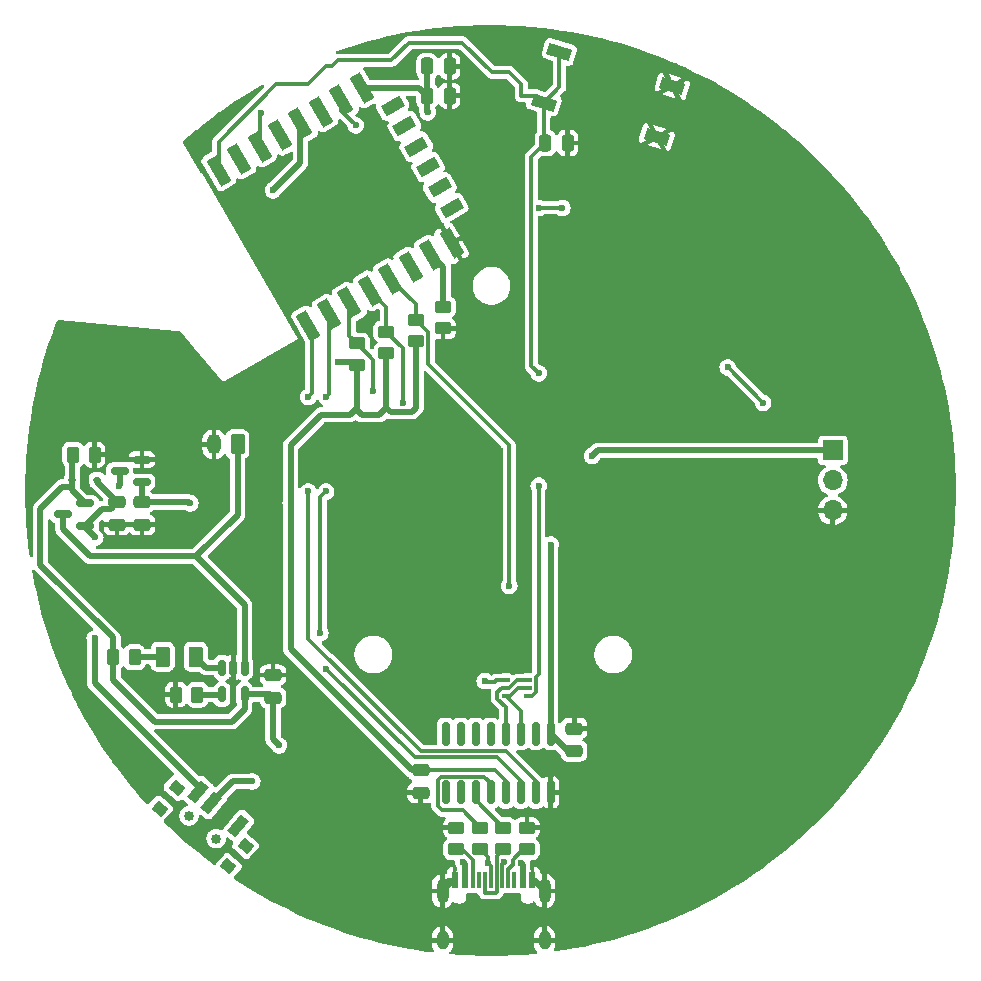
<source format=gbl>
G04 #@! TF.GenerationSoftware,KiCad,Pcbnew,8.0.4*
G04 #@! TF.CreationDate,2024-08-11T22:53:44+02:00*
G04 #@! TF.ProjectId,Haibadge_B,48616962-6164-4676-955f-422e6b696361,rev?*
G04 #@! TF.SameCoordinates,Original*
G04 #@! TF.FileFunction,Copper,L2,Bot*
G04 #@! TF.FilePolarity,Positive*
%FSLAX46Y46*%
G04 Gerber Fmt 4.6, Leading zero omitted, Abs format (unit mm)*
G04 Created by KiCad (PCBNEW 8.0.4) date 2024-08-11 22:53:44*
%MOMM*%
%LPD*%
G01*
G04 APERTURE LIST*
G04 Aperture macros list*
%AMRoundRect*
0 Rectangle with rounded corners*
0 $1 Rounding radius*
0 $2 $3 $4 $5 $6 $7 $8 $9 X,Y pos of 4 corners*
0 Add a 4 corners polygon primitive as box body*
4,1,4,$2,$3,$4,$5,$6,$7,$8,$9,$2,$3,0*
0 Add four circle primitives for the rounded corners*
1,1,$1+$1,$2,$3*
1,1,$1+$1,$4,$5*
1,1,$1+$1,$6,$7*
1,1,$1+$1,$8,$9*
0 Add four rect primitives between the rounded corners*
20,1,$1+$1,$2,$3,$4,$5,0*
20,1,$1+$1,$4,$5,$6,$7,0*
20,1,$1+$1,$6,$7,$8,$9,0*
20,1,$1+$1,$8,$9,$2,$3,0*%
%AMRotRect*
0 Rectangle, with rotation*
0 The origin of the aperture is its center*
0 $1 length*
0 $2 width*
0 $3 Rotation angle, in degrees counterclockwise*
0 Add horizontal line*
21,1,$1,$2,0,0,$3*%
G04 Aperture macros list end*
G04 #@! TA.AperFunction,SMDPad,CuDef*
%ADD10RotRect,0.900000X1.800000X140.000000*%
G04 #@! TD*
G04 #@! TA.AperFunction,SMDPad,CuDef*
%ADD11RotRect,1.100000X0.930000X140.000000*%
G04 #@! TD*
G04 #@! TA.AperFunction,ComponentPad*
%ADD12C,0.850000*%
G04 #@! TD*
G04 #@! TA.AperFunction,SMDPad,CuDef*
%ADD13RoundRect,0.150000X0.587500X0.150000X-0.587500X0.150000X-0.587500X-0.150000X0.587500X-0.150000X0*%
G04 #@! TD*
G04 #@! TA.AperFunction,SMDPad,CuDef*
%ADD14RoundRect,0.250000X0.375000X0.625000X-0.375000X0.625000X-0.375000X-0.625000X0.375000X-0.625000X0*%
G04 #@! TD*
G04 #@! TA.AperFunction,SMDPad,CuDef*
%ADD15RoundRect,0.250000X-0.450000X0.262500X-0.450000X-0.262500X0.450000X-0.262500X0.450000X0.262500X0*%
G04 #@! TD*
G04 #@! TA.AperFunction,SMDPad,CuDef*
%ADD16RoundRect,0.250000X-0.250000X-0.475000X0.250000X-0.475000X0.250000X0.475000X-0.250000X0.475000X0*%
G04 #@! TD*
G04 #@! TA.AperFunction,SMDPad,CuDef*
%ADD17RoundRect,0.250000X0.262500X0.450000X-0.262500X0.450000X-0.262500X-0.450000X0.262500X-0.450000X0*%
G04 #@! TD*
G04 #@! TA.AperFunction,SMDPad,CuDef*
%ADD18RoundRect,0.250000X-0.262500X-0.450000X0.262500X-0.450000X0.262500X0.450000X-0.262500X0.450000X0*%
G04 #@! TD*
G04 #@! TA.AperFunction,SMDPad,CuDef*
%ADD19RoundRect,0.250000X-0.475000X0.250000X-0.475000X-0.250000X0.475000X-0.250000X0.475000X0.250000X0*%
G04 #@! TD*
G04 #@! TA.AperFunction,SMDPad,CuDef*
%ADD20RoundRect,0.250000X0.450000X-0.262500X0.450000X0.262500X-0.450000X0.262500X-0.450000X-0.262500X0*%
G04 #@! TD*
G04 #@! TA.AperFunction,SMDPad,CuDef*
%ADD21RotRect,2.000000X1.000000X163.000000*%
G04 #@! TD*
G04 #@! TA.AperFunction,SMDPad,CuDef*
%ADD22RoundRect,0.100000X-0.225000X-0.100000X0.225000X-0.100000X0.225000X0.100000X-0.225000X0.100000X0*%
G04 #@! TD*
G04 #@! TA.AperFunction,SMDPad,CuDef*
%ADD23RoundRect,0.150000X0.150000X-0.825000X0.150000X0.825000X-0.150000X0.825000X-0.150000X-0.825000X0*%
G04 #@! TD*
G04 #@! TA.AperFunction,SMDPad,CuDef*
%ADD24RoundRect,0.150000X-0.150000X0.512500X-0.150000X-0.512500X0.150000X-0.512500X0.150000X0.512500X0*%
G04 #@! TD*
G04 #@! TA.AperFunction,SMDPad,CuDef*
%ADD25RoundRect,0.250000X0.475000X-0.250000X0.475000X0.250000X-0.475000X0.250000X-0.475000X-0.250000X0*%
G04 #@! TD*
G04 #@! TA.AperFunction,ComponentPad*
%ADD26RoundRect,0.250000X0.350000X0.625000X-0.350000X0.625000X-0.350000X-0.625000X0.350000X-0.625000X0*%
G04 #@! TD*
G04 #@! TA.AperFunction,ComponentPad*
%ADD27O,1.200000X1.750000*%
G04 #@! TD*
G04 #@! TA.AperFunction,ComponentPad*
%ADD28R,1.700000X1.700000*%
G04 #@! TD*
G04 #@! TA.AperFunction,ComponentPad*
%ADD29O,1.700000X1.700000*%
G04 #@! TD*
G04 #@! TA.AperFunction,SMDPad,CuDef*
%ADD30RoundRect,0.112500X0.187500X0.112500X-0.187500X0.112500X-0.187500X-0.112500X0.187500X-0.112500X0*%
G04 #@! TD*
G04 #@! TA.AperFunction,SMDPad,CuDef*
%ADD31R,0.600000X1.450000*%
G04 #@! TD*
G04 #@! TA.AperFunction,SMDPad,CuDef*
%ADD32R,0.300000X1.450000*%
G04 #@! TD*
G04 #@! TA.AperFunction,ComponentPad*
%ADD33O,1.000000X1.600000*%
G04 #@! TD*
G04 #@! TA.AperFunction,ComponentPad*
%ADD34O,1.000000X2.100000*%
G04 #@! TD*
G04 #@! TA.AperFunction,SMDPad,CuDef*
%ADD35RotRect,2.500000X1.000000X300.000000*%
G04 #@! TD*
G04 #@! TA.AperFunction,SMDPad,CuDef*
%ADD36RotRect,1.000000X1.800000X300.000000*%
G04 #@! TD*
G04 #@! TA.AperFunction,ViaPad*
%ADD37C,0.600000*%
G04 #@! TD*
G04 #@! TA.AperFunction,Conductor*
%ADD38C,0.500000*%
G04 #@! TD*
G04 #@! TA.AperFunction,Conductor*
%ADD39C,0.300000*%
G04 #@! TD*
G04 APERTURE END LIST*
D10*
G04 #@! TO.P,SW2,1,A*
G04 #@! TO.N,unconnected-(SW2-A-Pad1)*
X118565777Y-168318165D03*
G04 #@! TO.P,SW2,2,B*
G04 #@! TO.N,VCC*
X116267644Y-166389802D03*
G04 #@! TO.P,SW2,3,C*
G04 #@! TO.N,Net-(D17-K)*
X115118577Y-165425621D03*
D11*
G04 #@! TO.P,SW2,4*
G04 #@! TO.N,N/C*
X113359128Y-165111079D03*
G04 #@! TO.P,SW2,5*
X111900000Y-166850000D03*
G04 #@! TO.P,SW2,6*
X117721937Y-171735186D03*
G04 #@! TO.P,SW2,7*
X119181065Y-169996265D03*
D12*
G04 #@! TO.P,SW2,*
G04 #@! TO.N,*
X114388252Y-167462782D03*
X116686385Y-169391144D03*
G04 #@! TD*
D13*
G04 #@! TO.P,Q3,1,G*
G04 #@! TO.N,+5V*
X105600000Y-141000000D03*
G04 #@! TO.P,Q3,2,S*
G04 #@! TO.N,Net-(D17-K)*
X105600000Y-142900000D03*
G04 #@! TO.P,Q3,3,D*
G04 #@! TO.N,+BATT*
X103725000Y-141950000D03*
G04 #@! TD*
D14*
G04 #@! TO.P,D16,1,K*
G04 #@! TO.N,Net-(D16-K)*
X114950000Y-154000000D03*
G04 #@! TO.P,D16,2,A*
G04 #@! TO.N,Net-(D16-A)*
X112150000Y-154000000D03*
G04 #@! TD*
D15*
G04 #@! TO.P,R10,1*
G04 #@! TO.N,GPIO0*
X133600000Y-125462500D03*
G04 #@! TO.P,R10,2*
G04 #@! TO.N,+3V3*
X133600000Y-127287500D03*
G04 #@! TD*
D16*
G04 #@! TO.P,C22,1*
G04 #@! TO.N,+3V3*
X134550000Y-104000000D03*
G04 #@! TO.P,C22,2*
G04 #@! TO.N,GND*
X136450000Y-104000000D03*
G04 #@! TD*
D17*
G04 #@! TO.P,R4,1*
G04 #@! TO.N,Net-(D16-A)*
X109775000Y-154050000D03*
G04 #@! TO.P,R4,2*
G04 #@! TO.N,+5V*
X107950000Y-154050000D03*
G04 #@! TD*
D18*
G04 #@! TO.P,R12,1*
G04 #@! TO.N,GND*
X113275000Y-157200000D03*
G04 #@! TO.P,R12,2*
G04 #@! TO.N,Net-(U3-PROG)*
X115100000Y-157200000D03*
G04 #@! TD*
D13*
G04 #@! TO.P,U4,3,VI*
G04 #@! TO.N,VCC*
X108525000Y-138250000D03*
G04 #@! TO.P,U4,2,VO*
G04 #@! TO.N,+3V3*
X110400000Y-139200000D03*
G04 #@! TO.P,U4,1,GND*
G04 #@! TO.N,GND*
X110400000Y-137300000D03*
G04 #@! TD*
D16*
G04 #@! TO.P,C23,1*
G04 #@! TO.N,+3V3*
X134550000Y-106500000D03*
G04 #@! TO.P,C23,2*
G04 #@! TO.N,GND*
X136450000Y-106500000D03*
G04 #@! TD*
D19*
G04 #@! TO.P,C19,1*
G04 #@! TO.N,+3V3*
X110400000Y-140900000D03*
G04 #@! TO.P,C19,2*
G04 #@! TO.N,GND*
X110400000Y-142800000D03*
G04 #@! TD*
D20*
G04 #@! TO.P,R7,1*
G04 #@! TO.N,/uC/D-*
X139050000Y-170300000D03*
G04 #@! TO.P,R7,2*
G04 #@! TO.N,/uC/RD-*
X139050000Y-168475000D03*
G04 #@! TD*
D21*
G04 #@! TO.P,SW1,1,1*
G04 #@! TO.N,GND*
X155315672Y-105696629D03*
G04 #@! TO.P,SW1,2,2*
G04 #@! TO.N,RST*
X145752625Y-102772912D03*
G04 #@! TO.P,SW1,3,3*
G04 #@! TO.N,GND*
X153999999Y-110000000D03*
G04 #@! TO.P,SW1,4,4*
G04 #@! TO.N,RST*
X144436952Y-107076283D03*
G04 #@! TD*
D16*
G04 #@! TO.P,C16,1*
G04 #@! TO.N,RST*
X144550000Y-110500000D03*
G04 #@! TO.P,C16,2*
G04 #@! TO.N,GND*
X146450000Y-110500000D03*
G04 #@! TD*
D22*
G04 #@! TO.P,Q1,1,E1*
G04 #@! TO.N,RTS*
X141200000Y-157300000D03*
G04 #@! TO.P,Q1,2,B1*
G04 #@! TO.N,DTR*
X141200000Y-156650000D03*
G04 #@! TO.P,Q1,3,C2*
G04 #@! TO.N,GPIO0*
X141200000Y-156000000D03*
G04 #@! TO.P,Q1,4,E2*
G04 #@! TO.N,DTR*
X143100000Y-156000000D03*
G04 #@! TO.P,Q1,5,B2*
G04 #@! TO.N,RTS*
X143100000Y-156650000D03*
G04 #@! TO.P,Q1,6,C1*
G04 #@! TO.N,RST*
X143100000Y-157300000D03*
G04 #@! TD*
D23*
G04 #@! TO.P,U2,1,GND*
G04 #@! TO.N,GND*
X145000000Y-165475000D03*
G04 #@! TO.P,U2,2,TXD*
G04 #@! TO.N,Net-(U1-GPIO1{slash}TXD)*
X143730000Y-165475000D03*
G04 #@! TO.P,U2,3,RXD*
G04 #@! TO.N,Net-(U1-GPIO3{slash}RXD)*
X142460000Y-165475000D03*
G04 #@! TO.P,U2,4,V3*
G04 #@! TO.N,+3V3*
X141190000Y-165475000D03*
G04 #@! TO.P,U2,5,UD+*
G04 #@! TO.N,/uC/RD-*
X139920000Y-165475000D03*
G04 #@! TO.P,U2,6,UD-*
G04 #@! TO.N,/uC/RD+*
X138650000Y-165475000D03*
G04 #@! TO.P,U2,7,NC*
G04 #@! TO.N,unconnected-(U2-NC-Pad7)*
X137380000Y-165475000D03*
G04 #@! TO.P,U2,8,NC*
G04 #@! TO.N,unconnected-(U2-NC-Pad8)*
X136110000Y-165475000D03*
G04 #@! TO.P,U2,9,~{CTS}*
G04 #@! TO.N,unconnected-(U2-~{CTS}-Pad9)*
X136110000Y-160525000D03*
G04 #@! TO.P,U2,10,~{DSR}*
G04 #@! TO.N,unconnected-(U2-~{DSR}-Pad10)*
X137380000Y-160525000D03*
G04 #@! TO.P,U2,11,~{RI}*
G04 #@! TO.N,unconnected-(U2-~{RI}-Pad11)*
X138650000Y-160525000D03*
G04 #@! TO.P,U2,12,~{DCD}*
G04 #@! TO.N,unconnected-(U2-~{DCD}-Pad12)*
X139920000Y-160525000D03*
G04 #@! TO.P,U2,13,~{DTR}*
G04 #@! TO.N,DTR*
X141190000Y-160525000D03*
G04 #@! TO.P,U2,14,~{RTS}*
G04 #@! TO.N,RTS*
X142460000Y-160525000D03*
G04 #@! TO.P,U2,15,R232*
G04 #@! TO.N,unconnected-(U2-R232-Pad15)*
X143730000Y-160525000D03*
G04 #@! TO.P,U2,16,VCC*
G04 #@! TO.N,+3V3*
X145000000Y-160525000D03*
G04 #@! TD*
D24*
G04 #@! TO.P,U3,5,PROG*
G04 #@! TO.N,Net-(U3-PROG)*
X117187500Y-157187500D03*
G04 #@! TO.P,U3,4,V_{DD}*
G04 #@! TO.N,+5V*
X119087500Y-157187500D03*
G04 #@! TO.P,U3,3,V_{BAT}*
G04 #@! TO.N,+BATT*
X119087500Y-154912500D03*
G04 #@! TO.P,U3,2,V_{SS}*
G04 #@! TO.N,GND*
X118137500Y-154912500D03*
G04 #@! TO.P,U3,1,STAT*
G04 #@! TO.N,Net-(D16-K)*
X117187500Y-154912500D03*
G04 #@! TD*
D15*
G04 #@! TO.P,R6,1*
G04 #@! TO.N,GND*
X137000000Y-168475000D03*
G04 #@! TO.P,R6,2*
G04 #@! TO.N,Net-(J2-CC2)*
X137000000Y-170300000D03*
G04 #@! TD*
D25*
G04 #@! TO.P,C21,1*
G04 #@! TO.N,+5V*
X121500000Y-157450000D03*
G04 #@! TO.P,C21,2*
G04 #@! TO.N,GND*
X121500000Y-155550000D03*
G04 #@! TD*
D26*
G04 #@! TO.P,J3,1,Pin_1*
G04 #@! TO.N,+BATT*
X118500000Y-136000000D03*
D27*
G04 #@! TO.P,J3,2,Pin_2*
G04 #@! TO.N,GND*
X116500000Y-136000000D03*
G04 #@! TD*
D15*
G04 #@! TO.P,R9,1*
G04 #@! TO.N,Net-(U1-GPIO4)*
X131100000Y-126462500D03*
G04 #@! TO.P,R9,2*
G04 #@! TO.N,+3V3*
X131100000Y-128287500D03*
G04 #@! TD*
D19*
G04 #@! TO.P,C20,1*
G04 #@! TO.N,Net-(D17-K)*
X108300000Y-140900000D03*
G04 #@! TO.P,C20,2*
G04 #@! TO.N,GND*
X108300000Y-142800000D03*
G04 #@! TD*
D25*
G04 #@! TO.P,C25,1*
G04 #@! TO.N,+3V3*
X147000000Y-161975000D03*
G04 #@! TO.P,C25,2*
G04 #@! TO.N,GND*
X147000000Y-160075000D03*
G04 #@! TD*
D20*
G04 #@! TO.P,R5,1*
G04 #@! TO.N,Net-(J2-CC1)*
X143000000Y-170300000D03*
G04 #@! TO.P,R5,2*
G04 #@! TO.N,GND*
X143000000Y-168475000D03*
G04 #@! TD*
D15*
G04 #@! TO.P,R11,1*
G04 #@! TO.N,Net-(U1-GPIO5)*
X128600000Y-127462500D03*
G04 #@! TO.P,R11,2*
G04 #@! TO.N,+3V3*
X128600000Y-129287500D03*
G04 #@! TD*
D28*
G04 #@! TO.P,J1,1,Pin_1*
G04 #@! TO.N,+3V3*
X168900000Y-136520000D03*
D29*
G04 #@! TO.P,J1,2,Pin_2*
G04 #@! TO.N,Sensor*
X168900000Y-139060000D03*
G04 #@! TO.P,J1,3,Pin_3*
G04 #@! TO.N,GND*
X168900000Y-141600000D03*
G04 #@! TD*
D30*
G04 #@! TO.P,D17,2,A*
G04 #@! TO.N,+5V*
X104500000Y-139000000D03*
G04 #@! TO.P,D17,1,K*
G04 #@! TO.N,Net-(D17-K)*
X106600000Y-139000000D03*
G04 #@! TD*
D19*
G04 #@! TO.P,C24,1*
G04 #@! TO.N,+3V3*
X134000000Y-163600000D03*
G04 #@! TO.P,C24,2*
G04 #@! TO.N,GND*
X134000000Y-165500000D03*
G04 #@! TD*
D15*
G04 #@! TO.P,R2,1*
G04 #@! TO.N,Net-(U1-GPIO15)*
X135900000Y-124375000D03*
G04 #@! TO.P,R2,2*
G04 #@! TO.N,GND*
X135900000Y-126200000D03*
G04 #@! TD*
G04 #@! TO.P,R8,1*
G04 #@! TO.N,/uC/RD+*
X141000000Y-168475000D03*
G04 #@! TO.P,R8,2*
G04 #@! TO.N,/uC/D+*
X141000000Y-170300000D03*
G04 #@! TD*
D31*
G04 #@! TO.P,J2,A1,GND*
G04 #@! TO.N,GND*
X143430000Y-172905000D03*
G04 #@! TO.P,J2,A4,VBUS*
G04 #@! TO.N,+5V*
X142630000Y-172905000D03*
D32*
G04 #@! TO.P,J2,A5,CC1*
G04 #@! TO.N,Net-(J2-CC1)*
X141430000Y-172905000D03*
G04 #@! TO.P,J2,A6,D+*
G04 #@! TO.N,/uC/D+*
X140430000Y-172905000D03*
G04 #@! TO.P,J2,A7,D-*
G04 #@! TO.N,/uC/D-*
X139930000Y-172905000D03*
G04 #@! TO.P,J2,A8,SBU1*
G04 #@! TO.N,unconnected-(J2-SBU1-PadA8)*
X138930000Y-172905000D03*
D31*
G04 #@! TO.P,J2,A9,VBUS*
G04 #@! TO.N,+5V*
X137730000Y-172905000D03*
G04 #@! TO.P,J2,A12,GND*
G04 #@! TO.N,GND*
X136930000Y-172905000D03*
G04 #@! TO.P,J2,B1,GND*
X136930000Y-172905000D03*
G04 #@! TO.P,J2,B4,VBUS*
G04 #@! TO.N,+5V*
X137730000Y-172905000D03*
D32*
G04 #@! TO.P,J2,B5,CC2*
G04 #@! TO.N,Net-(J2-CC2)*
X138430000Y-172905000D03*
G04 #@! TO.P,J2,B6,D+*
G04 #@! TO.N,/uC/D+*
X139430000Y-172905000D03*
G04 #@! TO.P,J2,B7,D-*
G04 #@! TO.N,/uC/D-*
X140930000Y-172905000D03*
G04 #@! TO.P,J2,B8,SBU2*
G04 #@! TO.N,unconnected-(J2-SBU2-PadB8)*
X141930000Y-172905000D03*
D31*
G04 #@! TO.P,J2,B9,VBUS*
G04 #@! TO.N,+5V*
X142630000Y-172905000D03*
G04 #@! TO.P,J2,B12,GND*
G04 #@! TO.N,GND*
X143430000Y-172905000D03*
D33*
G04 #@! TO.P,J2,S1,SHIELD*
X144500000Y-178000000D03*
D34*
X144500000Y-173820000D03*
D33*
X135860000Y-178000000D03*
D34*
X135860000Y-173820000D03*
G04 #@! TD*
D17*
G04 #@! TO.P,R13,2*
G04 #@! TO.N,+5V*
X104575000Y-136900000D03*
G04 #@! TO.P,R13,1*
G04 #@! TO.N,GND*
X106400000Y-136900000D03*
G04 #@! TD*
D35*
G04 #@! TO.P,U1,1,~{RST}*
G04 #@! TO.N,RST*
X116900000Y-112836414D03*
G04 #@! TO.P,U1,2,ADC*
G04 #@! TO.N,unconnected-(U1-ADC-Pad2)*
X118632051Y-111836414D03*
G04 #@! TO.P,U1,3,EN*
G04 #@! TO.N,Net-(U1-EN)*
X120364102Y-110836414D03*
G04 #@! TO.P,U1,4,GPIO16*
G04 #@! TO.N,unconnected-(U1-GPIO16-Pad4)*
X122096153Y-109836414D03*
G04 #@! TO.P,U1,5,GPIO14*
G04 #@! TO.N,/WS2812B/WS2812B*
X123828203Y-108836414D03*
G04 #@! TO.P,U1,6,GPIO12*
G04 #@! TO.N,unconnected-(U1-GPIO12-Pad6)*
X125560254Y-107836414D03*
G04 #@! TO.P,U1,7,GPIO13*
G04 #@! TO.N,Sensor*
X127292305Y-106836414D03*
G04 #@! TO.P,U1,8,VCC*
G04 #@! TO.N,+3V3*
X129024356Y-105836414D03*
D36*
G04 #@! TO.P,U1,9,CS0*
G04 #@! TO.N,unconnected-(U1-CS0-Pad9)*
X131623394Y-107338080D03*
G04 #@! TO.P,U1,10,MISO*
G04 #@! TO.N,unconnected-(U1-MISO-Pad10)*
X132623394Y-109070131D03*
G04 #@! TO.P,U1,11,GPIO9*
G04 #@! TO.N,unconnected-(U1-GPIO9-Pad11)*
X133623394Y-110802182D03*
G04 #@! TO.P,U1,12,GPIO10*
G04 #@! TO.N,unconnected-(U1-GPIO10-Pad12)*
X134623394Y-112534232D03*
G04 #@! TO.P,U1,13,MOSI*
G04 #@! TO.N,unconnected-(U1-MOSI-Pad13)*
X135623394Y-114266283D03*
G04 #@! TO.P,U1,14,SCLK*
G04 #@! TO.N,unconnected-(U1-SCLK-Pad14)*
X136623394Y-115998334D03*
D35*
G04 #@! TO.P,U1,15,GND*
G04 #@! TO.N,GND*
X136624356Y-119000000D03*
G04 #@! TO.P,U1,16,GPIO15*
G04 #@! TO.N,Net-(U1-GPIO15)*
X134892305Y-120000000D03*
G04 #@! TO.P,U1,17,GPIO2*
G04 #@! TO.N,unconnected-(U1-GPIO2-Pad17)*
X133160254Y-121000000D03*
G04 #@! TO.P,U1,18,GPIO0*
G04 #@! TO.N,GPIO0*
X131428203Y-122000000D03*
G04 #@! TO.P,U1,19,GPIO4*
G04 #@! TO.N,Net-(U1-GPIO4)*
X129696153Y-123000000D03*
G04 #@! TO.P,U1,20,GPIO5*
G04 #@! TO.N,Net-(U1-GPIO5)*
X127964102Y-124000000D03*
G04 #@! TO.P,U1,21,GPIO3/RXD*
G04 #@! TO.N,Net-(U1-GPIO3{slash}RXD)*
X126232051Y-125000000D03*
G04 #@! TO.P,U1,22,GPIO1/TXD*
G04 #@! TO.N,Net-(U1-GPIO1{slash}TXD)*
X124500000Y-126000000D03*
G04 #@! TD*
D37*
G04 #@! TO.N,Net-(D17-K)*
X106450000Y-143900000D03*
G04 #@! TO.N,VCC*
X119750000Y-164550000D03*
G04 #@! TO.N,Net-(D17-K)*
X106400000Y-152450000D03*
G04 #@! TO.N,VCC*
X108500000Y-139500000D03*
G04 #@! TO.N,GND*
X138000000Y-145500000D03*
X123400000Y-129800000D03*
X156000000Y-110500000D03*
X155000000Y-108500000D03*
X138600000Y-139000000D03*
X152500000Y-106500000D03*
X126500000Y-142000000D03*
X107000000Y-148000000D03*
X125000000Y-168500000D03*
X121400000Y-129800000D03*
X171000000Y-131000000D03*
X152000000Y-141000000D03*
X129500000Y-125500000D03*
X137000000Y-121000000D03*
X170000000Y-126500000D03*
X126600000Y-121800000D03*
X147000000Y-158500000D03*
X157000000Y-146000000D03*
X108500000Y-126500000D03*
X171000000Y-144500000D03*
X149000000Y-110000000D03*
X118000000Y-133500000D03*
X142000000Y-126000000D03*
X111000000Y-144500000D03*
X159500000Y-166000000D03*
X152000000Y-109000000D03*
X156000000Y-107500000D03*
X170500000Y-150500000D03*
X140200000Y-149000000D03*
X138000000Y-105000000D03*
X129400000Y-120200000D03*
X125000000Y-165000000D03*
X112000000Y-157000000D03*
X106500000Y-128000000D03*
X153500000Y-108000000D03*
X125000000Y-122600000D03*
X138300000Y-175000000D03*
X159500000Y-120500000D03*
X142800000Y-148600000D03*
X145000000Y-164000000D03*
X134000000Y-144000000D03*
X113500000Y-158500000D03*
X174500000Y-150500000D03*
X142000000Y-154000000D03*
X170000000Y-123500000D03*
X135600000Y-168400000D03*
X141800000Y-175000000D03*
X141100000Y-175000000D03*
X135500000Y-145500000D03*
X142500000Y-146000000D03*
X107000000Y-135500000D03*
X141000000Y-130500000D03*
X139000000Y-175000000D03*
X137500000Y-108000000D03*
X156500000Y-114000000D03*
X154500000Y-112000000D03*
X123400000Y-128200000D03*
X138000000Y-104000000D03*
X145000000Y-126000000D03*
X158000000Y-119000000D03*
X122000000Y-143400000D03*
X144800000Y-168600000D03*
X138600000Y-139600000D03*
X132500000Y-165500000D03*
X157500000Y-106500000D03*
X147500000Y-111500000D03*
X122400000Y-129000000D03*
X135000000Y-117500000D03*
X123400000Y-129000000D03*
X108500000Y-137000000D03*
X119500000Y-132000000D03*
X154000000Y-146000000D03*
X140400000Y-175000000D03*
X107500000Y-137000000D03*
X147000000Y-128000000D03*
X134000000Y-167000000D03*
X139200000Y-137800000D03*
X137500000Y-126000000D03*
X172500000Y-152500000D03*
X174500000Y-131000000D03*
X173000000Y-132500000D03*
X110000000Y-148000000D03*
X155500000Y-147500000D03*
X147500000Y-108500000D03*
X142800000Y-149400000D03*
X109500000Y-144500000D03*
X110500000Y-136000000D03*
X121000000Y-113000000D03*
X108000000Y-146500000D03*
X171500000Y-125000000D03*
X153000000Y-105000000D03*
X138000000Y-144500000D03*
X113500000Y-155500000D03*
X127000000Y-166500000D03*
X112000000Y-137500000D03*
X122000000Y-142500000D03*
X140500000Y-154500000D03*
X143000000Y-141200000D03*
X122500000Y-158500000D03*
X147000000Y-134000000D03*
X119500000Y-114000000D03*
X144700000Y-171900000D03*
X138400000Y-150600000D03*
X148500000Y-135500000D03*
X153500000Y-139500000D03*
X118000000Y-153500000D03*
X159500000Y-117500000D03*
X152000000Y-137500000D03*
X143000000Y-140200000D03*
X154500000Y-107000000D03*
X118000000Y-156000000D03*
X110500000Y-128000000D03*
X149000000Y-160000000D03*
X139500000Y-129000000D03*
X123000000Y-166500000D03*
X139500000Y-107000000D03*
X158500000Y-112500000D03*
X107500000Y-144500000D03*
X108500000Y-149000000D03*
X143000000Y-167200000D03*
X112000000Y-143000000D03*
X173000000Y-129500000D03*
X164000000Y-166000000D03*
X169500000Y-146500000D03*
X140000000Y-146000000D03*
X139000000Y-106000000D03*
X139500000Y-132200000D03*
X161500000Y-168000000D03*
X148500000Y-132500000D03*
X139500000Y-126000000D03*
X146500000Y-165000000D03*
X145500000Y-129000000D03*
X128000000Y-121000000D03*
X139700000Y-175000000D03*
X138000000Y-118000000D03*
X123500000Y-160000000D03*
X122400000Y-129800000D03*
X135000000Y-147000000D03*
G04 #@! TO.N,RST*
X144000000Y-139500000D03*
X144000000Y-130000000D03*
G04 #@! TO.N,+3V3*
X145000000Y-144500000D03*
X114500000Y-141000000D03*
X123000000Y-141000000D03*
X127000000Y-129000000D03*
X134600000Y-107900000D03*
X148500000Y-137000000D03*
G04 #@! TO.N,+5V*
X122000000Y-161500000D03*
X137600000Y-171400000D03*
X142459620Y-171459620D03*
G04 #@! TO.N,/WS2812B/WS2812B*
X121500000Y-114500000D03*
G04 #@! TO.N,Sensor*
X146000000Y-116000000D03*
X144000000Y-116000000D03*
X163000000Y-132500000D03*
X128500000Y-109000000D03*
X160000000Y-129500000D03*
G04 #@! TO.N,/uC/D-*
X141079999Y-171400762D03*
X139700000Y-171500000D03*
G04 #@! TO.N,GPIO0*
X141500000Y-148000000D03*
X139434313Y-156065687D03*
G04 #@! TO.N,Net-(U1-EN)*
X120500000Y-108000000D03*
G04 #@! TO.N,Net-(U1-GPIO4)*
X132500000Y-132500000D03*
G04 #@! TO.N,Net-(U1-GPIO5)*
X130000000Y-131500000D03*
G04 #@! TO.N,Net-(U1-GPIO3{slash}RXD)*
X125500000Y-152000000D03*
X126000000Y-155000000D03*
X126000000Y-132000000D03*
X126000000Y-140000000D03*
G04 #@! TO.N,Net-(U1-GPIO1{slash}TXD)*
X124500000Y-132000000D03*
X124500000Y-140000000D03*
G04 #@! TD*
D38*
G04 #@! TO.N,Net-(D17-K)*
X115118577Y-164933356D02*
X115118577Y-165425621D01*
X106400000Y-156214779D02*
X115118577Y-164933356D01*
G04 #@! TO.N,VCC*
X118107446Y-164550000D02*
X116267644Y-166389802D01*
X119750000Y-164550000D02*
X118107446Y-164550000D01*
G04 #@! TO.N,+5V*
X107950000Y-152362500D02*
X107950000Y-154050000D01*
X101800000Y-146212500D02*
X107950000Y-152362500D01*
X103650000Y-139600000D02*
X101800000Y-141450000D01*
X101800000Y-141450000D02*
X101800000Y-146212500D01*
X104500000Y-139600000D02*
X103650000Y-139600000D01*
G04 #@! TO.N,Net-(D17-K)*
X105600000Y-142900000D02*
X105600000Y-143050000D01*
X105600000Y-143050000D02*
X106450000Y-143900000D01*
X107050000Y-141450000D02*
X105600000Y-142900000D01*
X107750000Y-141450000D02*
X107050000Y-141450000D01*
X108300000Y-140900000D02*
X107750000Y-141450000D01*
G04 #@! TO.N,+BATT*
X103725000Y-143175000D02*
X103725000Y-141950000D01*
X107000000Y-145487500D02*
X106037500Y-145487500D01*
X106037500Y-145487500D02*
X103725000Y-143175000D01*
X115000000Y-145500000D02*
X107000000Y-145500000D01*
X107000000Y-145500000D02*
X107000000Y-145487500D01*
G04 #@! TO.N,+5V*
X104500000Y-139900000D02*
X105600000Y-141000000D01*
X104500000Y-139600000D02*
X104500000Y-139900000D01*
X104500000Y-139000000D02*
X104500000Y-139600000D01*
X118000000Y-159500000D02*
X111500000Y-159500000D01*
X107950000Y-155950000D02*
X107950000Y-154050000D01*
X119087500Y-158412500D02*
X118000000Y-159500000D01*
X111500000Y-159500000D02*
X107950000Y-155950000D01*
X119087500Y-157187500D02*
X119087500Y-158412500D01*
G04 #@! TO.N,Net-(D16-K)*
X115862500Y-154912500D02*
X114950000Y-154000000D01*
X117187500Y-154912500D02*
X115862500Y-154912500D01*
G04 #@! TO.N,Net-(D16-A)*
X109825000Y-154000000D02*
X109775000Y-154050000D01*
X112150000Y-154000000D02*
X109825000Y-154000000D01*
G04 #@! TO.N,Net-(D17-K)*
X106400000Y-156214779D02*
X106400000Y-152450000D01*
X106600000Y-139200000D02*
X108300000Y-140900000D01*
X106600000Y-139000000D02*
X106600000Y-139200000D01*
G04 #@! TO.N,VCC*
X108525000Y-139475000D02*
X108500000Y-139500000D01*
X108525000Y-138250000D02*
X108525000Y-139475000D01*
G04 #@! TO.N,GND*
X143585000Y-172905000D02*
X144500000Y-173820000D01*
X136775000Y-172905000D02*
X135860000Y-173820000D01*
X136930000Y-172905000D02*
X136775000Y-172905000D01*
X143430000Y-172905000D02*
X143585000Y-172905000D01*
D39*
G04 #@! TO.N,RST*
X143860669Y-106500000D02*
X144436952Y-107076283D01*
X131500000Y-103500000D02*
X133000000Y-102000000D01*
X144000000Y-130000000D02*
X143350000Y-129350000D01*
X144000000Y-155485832D02*
X144000000Y-139500000D01*
X144436952Y-107076283D02*
X145752624Y-105760611D01*
X143100000Y-157300000D02*
X143424999Y-157300000D01*
X121778010Y-105500000D02*
X124500000Y-105500000D01*
X143775000Y-156949999D02*
X143775000Y-155710832D01*
X127000000Y-103500000D02*
X131500000Y-103500000D01*
X133000000Y-102000000D02*
X137500000Y-102000000D01*
X144436952Y-110386952D02*
X144550000Y-110500000D01*
X143424999Y-157300000D02*
X143775000Y-156949999D01*
X143775000Y-155710832D02*
X144000000Y-155485832D01*
X124500000Y-105500000D02*
X126000000Y-104000000D01*
X126500000Y-104000000D02*
X127000000Y-103500000D01*
X126000000Y-104000000D02*
X126500000Y-104000000D01*
X144436952Y-107076283D02*
X144436952Y-110386952D01*
X141500000Y-104500000D02*
X142500000Y-105500000D01*
X143350000Y-129350000D02*
X143350000Y-111700000D01*
X142500000Y-105500000D02*
X142500000Y-106500000D01*
X140000000Y-104500000D02*
X141500000Y-104500000D01*
X116900000Y-112836414D02*
X116900000Y-110378010D01*
X137500000Y-102000000D02*
X140000000Y-104500000D01*
X142500000Y-106500000D02*
X143860669Y-106500000D01*
X145752624Y-105760611D02*
X145752624Y-102772912D01*
X143350000Y-111700000D02*
X144550000Y-110500000D01*
X116900000Y-110378010D02*
X121778010Y-105500000D01*
D38*
G04 #@! TO.N,+3V3*
X133886414Y-105836414D02*
X129024356Y-105836414D01*
X131100000Y-132900000D02*
X131100000Y-128287500D01*
X148980000Y-136520000D02*
X148500000Y-137000000D01*
X128600000Y-129287500D02*
X128600000Y-132900000D01*
X114400000Y-140900000D02*
X114500000Y-141000000D01*
X134550000Y-106500000D02*
X134550000Y-104000000D01*
X133250000Y-133250000D02*
X131450000Y-133250000D01*
X128600000Y-132900000D02*
X128500000Y-133000000D01*
X134550000Y-106500000D02*
X134550000Y-107850000D01*
X123000000Y-153325000D02*
X123000000Y-141000000D01*
X133600000Y-132900000D02*
X133250000Y-133250000D01*
X146450000Y-161975000D02*
X145000000Y-160525000D01*
X133275000Y-163600000D02*
X123000000Y-153325000D01*
X110400000Y-140900000D02*
X114400000Y-140900000D01*
D39*
X140289999Y-163600000D02*
X134000000Y-163600000D01*
D38*
X133600000Y-127287500D02*
X133600000Y-132900000D01*
X128000000Y-133500000D02*
X125560661Y-133500000D01*
D39*
X141190000Y-164500001D02*
X140289999Y-163600000D01*
D38*
X134550000Y-107850000D02*
X134600000Y-107900000D01*
X168900000Y-136520000D02*
X148980000Y-136520000D01*
X129000000Y-133500000D02*
X128500000Y-133000000D01*
X128312500Y-129000000D02*
X128600000Y-129287500D01*
X127000000Y-129000000D02*
X128312500Y-129000000D01*
D39*
X141190000Y-164500001D02*
X141190000Y-165475000D01*
D38*
X134000000Y-163600000D02*
X133275000Y-163600000D01*
X125560661Y-133500000D02*
X123000000Y-136060661D01*
X145000000Y-160525000D02*
X145000000Y-144500000D01*
X131450000Y-133250000D02*
X131100000Y-132900000D01*
X123000000Y-141000000D02*
X123000000Y-136060661D01*
X130500000Y-133500000D02*
X129000000Y-133500000D01*
X128500000Y-133000000D02*
X128000000Y-133500000D01*
X131100000Y-132900000D02*
X130500000Y-133500000D01*
X134550000Y-106500000D02*
X133886414Y-105836414D01*
X147000000Y-161975000D02*
X146450000Y-161975000D01*
X110400000Y-139200000D02*
X110400000Y-140900000D01*
G04 #@! TO.N,+5V*
X137730000Y-172905000D02*
X137730000Y-171530000D01*
X122000000Y-161500000D02*
X121500000Y-161000000D01*
X121237500Y-157187500D02*
X121500000Y-157450000D01*
X104500000Y-136975000D02*
X104575000Y-136900000D01*
X137730000Y-171530000D02*
X137600000Y-171400000D01*
X121500000Y-161000000D02*
X121500000Y-157450000D01*
X142630000Y-171630000D02*
X142630000Y-172905000D01*
X119087500Y-157187500D02*
X121237500Y-157187500D01*
X142459620Y-171459620D02*
X142630000Y-171630000D01*
X104512500Y-139012500D02*
X104500000Y-139000000D01*
X104500000Y-139000000D02*
X104500000Y-136975000D01*
G04 #@! TO.N,/WS2812B/WS2812B*
X123828203Y-112171797D02*
X121500000Y-114500000D01*
X123828203Y-108836414D02*
X123828203Y-112171797D01*
D39*
G04 #@! TO.N,Sensor*
X127292305Y-107792305D02*
X128500000Y-109000000D01*
X127292305Y-106836414D02*
X127292305Y-107792305D01*
X163000000Y-132500000D02*
X160000000Y-129500000D01*
X146000000Y-116000000D02*
X144000000Y-116000000D01*
G04 #@! TO.N,/uC/D+*
X140430000Y-172905000D02*
X140430000Y-170870000D01*
X140430000Y-170870000D02*
X141000000Y-170300000D01*
X140430000Y-173930000D02*
X140430000Y-172905000D01*
X139430000Y-173980000D02*
X140380000Y-173980000D01*
X140380000Y-173980000D02*
X140430000Y-173930000D01*
X139430000Y-172905000D02*
X139430000Y-173980000D01*
G04 #@! TO.N,/uC/D-*
X139700000Y-171500000D02*
X139700000Y-170950000D01*
X140930000Y-171550761D02*
X140930000Y-172905000D01*
X139930000Y-171730000D02*
X139700000Y-171500000D01*
X139930000Y-172905000D02*
X139930000Y-171730000D01*
X141079999Y-171400762D02*
X140930000Y-171550761D01*
X139700000Y-170950000D02*
X139050000Y-170300000D01*
G04 #@! TO.N,Net-(J2-CC1)*
X142700001Y-170300000D02*
X143000000Y-170300000D01*
X141430000Y-171970000D02*
X141809620Y-171590380D01*
X141430000Y-172905000D02*
X141430000Y-171970000D01*
X141809620Y-171190381D02*
X142700001Y-170300000D01*
X141809620Y-171590380D02*
X141809620Y-171190381D01*
G04 #@! TO.N,Net-(J2-CC2)*
X138344544Y-171162500D02*
X137482044Y-170300000D01*
X138430000Y-171230000D02*
X138362500Y-171162500D01*
X138362500Y-171162500D02*
X138344544Y-171162500D01*
X137482044Y-170300000D02*
X137000000Y-170300000D01*
X138430000Y-172905000D02*
X138430000Y-171230000D01*
D38*
G04 #@! TO.N,+BATT*
X115000000Y-145500000D02*
X118500000Y-142000000D01*
X119087500Y-154912500D02*
X119087500Y-149587500D01*
X118500000Y-142000000D02*
X118500000Y-136000000D01*
X119087500Y-149587500D02*
X115000000Y-145500000D01*
D39*
G04 #@! TO.N,DTR*
X141514168Y-156650000D02*
X141200000Y-156650000D01*
X141190000Y-160525000D02*
X141190000Y-158254168D01*
X140500000Y-157564168D02*
X140500000Y-157000000D01*
X142164168Y-156000000D02*
X141514168Y-156650000D01*
X140500000Y-157000000D02*
X140850000Y-156650000D01*
X143100000Y-156000000D02*
X142164168Y-156000000D01*
X141190000Y-158254168D02*
X140500000Y-157564168D01*
X140850000Y-156650000D02*
X141200000Y-156650000D01*
G04 #@! TO.N,RTS*
X142221274Y-156650000D02*
X141571274Y-157300000D01*
X142460000Y-158560000D02*
X141200000Y-157300000D01*
X142460000Y-160525000D02*
X142460000Y-158560000D01*
X143100000Y-156650000D02*
X142221274Y-156650000D01*
X141571274Y-157300000D02*
X141200000Y-157300000D01*
G04 #@! TO.N,GPIO0*
X140419239Y-156000000D02*
X140269239Y-156150000D01*
X131428203Y-122000000D02*
X133600000Y-124171797D01*
X141500000Y-136100000D02*
X134650000Y-129250000D01*
X141200000Y-156000000D02*
X140419239Y-156000000D01*
X133600000Y-124171797D02*
X133600000Y-125462500D01*
X134650000Y-129250000D02*
X134650000Y-126512500D01*
X139518626Y-156150000D02*
X139434313Y-156065687D01*
X141500000Y-148000000D02*
X141500000Y-136100000D01*
X134650000Y-126512500D02*
X133600000Y-125462500D01*
X140269239Y-156150000D02*
X139518626Y-156150000D01*
G04 #@! TO.N,Net-(U1-EN)*
X120364102Y-108135898D02*
X120500000Y-108000000D01*
X120364102Y-110836414D02*
X120364102Y-108135898D01*
D38*
G04 #@! TO.N,Net-(U1-GPIO15)*
X135900000Y-121007695D02*
X134892305Y-120000000D01*
X135900000Y-124375000D02*
X135900000Y-121007695D01*
D39*
G04 #@! TO.N,/uC/RD-*
X135460000Y-164438738D02*
X135748738Y-164150000D01*
X135748738Y-164150000D02*
X139350000Y-164150000D01*
X139050000Y-168475000D02*
X137575000Y-167000000D01*
X137575000Y-167000000D02*
X135800000Y-167000000D01*
X135800000Y-167000000D02*
X135460000Y-166660000D01*
X135460000Y-166660000D02*
X135460000Y-164438738D01*
X139920000Y-164720000D02*
X139920000Y-165475000D01*
X139350000Y-164150000D02*
X139920000Y-164720000D01*
G04 #@! TO.N,/uC/RD+*
X138650000Y-166125000D02*
X138650000Y-165475000D01*
X141000000Y-168475000D02*
X138650000Y-166125000D01*
G04 #@! TO.N,Net-(U1-GPIO4)*
X131100000Y-124403847D02*
X131100000Y-126462500D01*
X132500000Y-132500000D02*
X132500000Y-127862500D01*
X129696153Y-123000000D02*
X131100000Y-124403847D01*
X132500000Y-127862500D02*
X131100000Y-126462500D01*
G04 #@! TO.N,Net-(U1-GPIO5)*
X130000000Y-128862500D02*
X128600000Y-127462500D01*
D38*
X128600000Y-124635898D02*
X127964102Y-124000000D01*
D39*
X127964102Y-126826602D02*
X128600000Y-127462500D01*
X130000000Y-131500000D02*
X130000000Y-128862500D01*
D38*
X128600000Y-127462500D02*
X128600000Y-127496878D01*
D39*
X127964102Y-124000000D02*
X127964102Y-126826602D01*
D38*
G04 #@! TO.N,Net-(U3-PROG)*
X117175000Y-157200000D02*
X117187500Y-157187500D01*
X115100000Y-157200000D02*
X117175000Y-157200000D01*
D39*
G04 #@! TO.N,Net-(U1-GPIO3{slash}RXD)*
X140459999Y-162500000D02*
X133500000Y-162500000D01*
X142460000Y-164500001D02*
X140459999Y-162500000D01*
X125500000Y-140500000D02*
X126000000Y-140000000D01*
X133500000Y-162500000D02*
X126000000Y-155000000D01*
X126232051Y-131767949D02*
X126000000Y-132000000D01*
X142460000Y-165475000D02*
X142460000Y-164500001D01*
X125500000Y-152000000D02*
X125500000Y-140500000D01*
X126232051Y-125000000D02*
X126232051Y-131767949D01*
G04 #@! TO.N,Net-(U1-GPIO1{slash}TXD)*
X141229999Y-162000000D02*
X134000000Y-162000000D01*
X143730000Y-164500001D02*
X141229999Y-162000000D01*
X143730000Y-165475000D02*
X143730000Y-164500001D01*
X124500000Y-126000000D02*
X124800000Y-126300000D01*
X134000000Y-162000000D02*
X124500000Y-152500000D01*
X124800000Y-126300000D02*
X124800000Y-131700000D01*
X124500000Y-152500000D02*
X124500000Y-140000000D01*
X124800000Y-131700000D02*
X124500000Y-132000000D01*
G04 #@! TD*
G04 #@! TA.AperFunction,Conductor*
G04 #@! TO.N,GND*
G36*
X130462363Y-124547162D02*
G01*
X130478117Y-124560489D01*
X130513181Y-124595553D01*
X130546666Y-124656876D01*
X130549500Y-124683234D01*
X130549500Y-125458699D01*
X130529815Y-125525738D01*
X130477011Y-125571493D01*
X130460095Y-125577775D01*
X130389606Y-125598253D01*
X130389603Y-125598255D01*
X130248137Y-125681917D01*
X130248129Y-125681923D01*
X130131923Y-125798129D01*
X130131917Y-125798137D01*
X130048255Y-125939603D01*
X130048254Y-125939606D01*
X130002402Y-126097426D01*
X130002401Y-126097432D01*
X129999500Y-126134298D01*
X129999500Y-126790701D01*
X130002401Y-126827567D01*
X130002402Y-126827573D01*
X130048254Y-126985393D01*
X130048255Y-126985396D01*
X130048256Y-126985398D01*
X130080007Y-127039087D01*
X130131917Y-127126862D01*
X130131923Y-127126870D01*
X130248129Y-127243076D01*
X130248132Y-127243078D01*
X130248135Y-127243081D01*
X130289040Y-127267272D01*
X130290724Y-127268268D01*
X130338407Y-127319338D01*
X130350910Y-127388079D01*
X130324264Y-127452669D01*
X130290724Y-127481732D01*
X130248135Y-127506919D01*
X130248129Y-127506923D01*
X130131923Y-127623129D01*
X130131917Y-127623137D01*
X130048255Y-127764603D01*
X130048254Y-127764604D01*
X130023990Y-127848123D01*
X129986384Y-127907008D01*
X129922911Y-127936214D01*
X129853724Y-127926468D01*
X129817233Y-127901208D01*
X129736819Y-127820794D01*
X129703334Y-127759471D01*
X129700500Y-127733113D01*
X129700500Y-127134313D01*
X129700499Y-127134298D01*
X129699914Y-127126870D01*
X129697598Y-127097431D01*
X129693543Y-127083475D01*
X129657028Y-126957791D01*
X129651744Y-126939602D01*
X129568081Y-126798135D01*
X129568079Y-126798133D01*
X129568076Y-126798129D01*
X129451870Y-126681923D01*
X129451862Y-126681917D01*
X129310396Y-126598255D01*
X129310393Y-126598254D01*
X129152573Y-126552402D01*
X129152567Y-126552401D01*
X129115701Y-126549500D01*
X129115694Y-126549500D01*
X128638602Y-126549500D01*
X128571563Y-126529815D01*
X128525808Y-126477011D01*
X128514602Y-126425500D01*
X128514602Y-125659592D01*
X128534287Y-125592553D01*
X128576602Y-125552205D01*
X129249660Y-125163615D01*
X129249666Y-125163609D01*
X129249671Y-125163607D01*
X129319896Y-125106740D01*
X129323454Y-125103859D01*
X129392550Y-124997460D01*
X129425385Y-124874917D01*
X129418746Y-124748225D01*
X129418744Y-124748222D01*
X129418299Y-124739714D01*
X129434448Y-124671736D01*
X129484785Y-124623280D01*
X129553328Y-124609731D01*
X129609663Y-124629228D01*
X129616813Y-124633871D01*
X129723212Y-124702967D01*
X129845755Y-124735802D01*
X129972447Y-124729163D01*
X130061094Y-124695134D01*
X130328437Y-124540782D01*
X130396336Y-124524310D01*
X130462363Y-124547162D01*
G37*
G04 #@! TD.AperFunction*
G04 #@! TA.AperFunction,Conductor*
G36*
X139915915Y-100514508D02*
G01*
X139951229Y-100514905D01*
X140794654Y-100524392D01*
X140797314Y-100524450D01*
X141667785Y-100553006D01*
X141670371Y-100553118D01*
X142535942Y-100600384D01*
X142538572Y-100600558D01*
X143399277Y-100666539D01*
X143401720Y-100666752D01*
X144257344Y-100750443D01*
X144260039Y-100750738D01*
X145109144Y-100853063D01*
X145111813Y-100853415D01*
X145955676Y-100974530D01*
X145958051Y-100974896D01*
X146797121Y-101112771D01*
X146799650Y-101113215D01*
X147631279Y-101268714D01*
X147633946Y-101269243D01*
X148459484Y-101442419D01*
X148462048Y-101442987D01*
X149281360Y-101634029D01*
X149283713Y-101634602D01*
X150096802Y-101841320D01*
X150099448Y-101842025D01*
X150904314Y-102066364D01*
X150906740Y-102067068D01*
X151706250Y-102308301D01*
X151708618Y-102309043D01*
X152499939Y-102565926D01*
X152502466Y-102566777D01*
X153281952Y-102839011D01*
X153285906Y-102840392D01*
X153288310Y-102841260D01*
X154065076Y-103130701D01*
X154067406Y-103131597D01*
X154836424Y-103436840D01*
X154838647Y-103437749D01*
X155439439Y-103690673D01*
X155598352Y-103757573D01*
X155600902Y-103758681D01*
X155843491Y-103867274D01*
X156352771Y-104095249D01*
X156354938Y-104096246D01*
X157099423Y-104447809D01*
X157101738Y-104448932D01*
X157837034Y-104815103D01*
X157839294Y-104816258D01*
X158561266Y-105194854D01*
X158565307Y-105196973D01*
X158567759Y-105198294D01*
X158886970Y-105375000D01*
X159284591Y-105595111D01*
X159286571Y-105596231D01*
X159995499Y-106005835D01*
X159997918Y-106007270D01*
X160696557Y-106432356D01*
X160698627Y-106433643D01*
X161388066Y-106871930D01*
X161390221Y-106873332D01*
X161616692Y-107023984D01*
X162068962Y-107324842D01*
X162071219Y-107326379D01*
X162583389Y-107683918D01*
X162739588Y-107792958D01*
X162741517Y-107794331D01*
X163401584Y-108274112D01*
X163403553Y-108275574D01*
X163743431Y-108533449D01*
X164052155Y-108767686D01*
X164054263Y-108769322D01*
X164691912Y-109275111D01*
X164693896Y-109276718D01*
X164845405Y-109402063D01*
X165321294Y-109795773D01*
X165323060Y-109797265D01*
X165604967Y-110039993D01*
X165939338Y-110327895D01*
X165941309Y-110329628D01*
X166545672Y-110872962D01*
X166547413Y-110874561D01*
X167133457Y-111423674D01*
X167141100Y-111430835D01*
X167142922Y-111432578D01*
X167724797Y-112000668D01*
X167726553Y-112002418D01*
X168062616Y-112344286D01*
X168296752Y-112582466D01*
X168298448Y-112584225D01*
X168391008Y-112682172D01*
X168848608Y-113166405D01*
X168856659Y-113174924D01*
X168858456Y-113176867D01*
X169404842Y-113780353D01*
X169406472Y-113782190D01*
X169939996Y-114395448D01*
X169941716Y-114397468D01*
X170462364Y-115022442D01*
X170463978Y-115024421D01*
X170971928Y-115660343D01*
X170973500Y-115662353D01*
X171468496Y-116308899D01*
X171470094Y-116311033D01*
X171951620Y-116968821D01*
X171953001Y-116970746D01*
X172421581Y-117637194D01*
X172423134Y-117639455D01*
X172877827Y-118317557D01*
X172879192Y-118319638D01*
X173320304Y-119006907D01*
X173321667Y-119009080D01*
X173749015Y-119706227D01*
X173750284Y-119708343D01*
X173840243Y-119861916D01*
X174163730Y-120414155D01*
X174165060Y-120416484D01*
X174227708Y-120528941D01*
X174555172Y-121116760D01*
X174563583Y-121131857D01*
X174564810Y-121134115D01*
X174705839Y-121400261D01*
X174948672Y-121858532D01*
X174949864Y-121860839D01*
X175319021Y-122594231D01*
X175320161Y-122596556D01*
X175674408Y-123338507D01*
X175675550Y-123340969D01*
X175768512Y-123547162D01*
X176010204Y-124083241D01*
X176014122Y-124091930D01*
X176015130Y-124094228D01*
X176339030Y-124853275D01*
X176340040Y-124855711D01*
X176648080Y-125622368D01*
X176649052Y-125624866D01*
X176941372Y-126400446D01*
X176942252Y-126402855D01*
X177218850Y-127185400D01*
X177219721Y-127187953D01*
X177479555Y-127977299D01*
X177480339Y-127979768D01*
X177724424Y-128776982D01*
X177725190Y-128779585D01*
X177952542Y-129584660D01*
X177953204Y-129587101D01*
X178145605Y-130327931D01*
X178163802Y-130397999D01*
X178164471Y-130400703D01*
X178357420Y-131218769D01*
X178357967Y-131221194D01*
X178535143Y-132046042D01*
X178535712Y-132048848D01*
X178694155Y-132879447D01*
X178694609Y-132881970D01*
X178836403Y-133718942D01*
X178836823Y-133721596D01*
X178960802Y-134563874D01*
X178961180Y-134566657D01*
X179066492Y-135415048D01*
X179066789Y-135417675D01*
X179154440Y-136272525D01*
X179154679Y-136275121D01*
X179224562Y-137134393D01*
X179224761Y-137137254D01*
X179274967Y-138001586D01*
X179275089Y-138004146D01*
X179307582Y-138873565D01*
X179307656Y-138876381D01*
X179320514Y-139754669D01*
X179320525Y-139755746D01*
X179321476Y-139915638D01*
X179321470Y-139917771D01*
X179311606Y-140794649D01*
X179311547Y-140797320D01*
X179282994Y-141667728D01*
X179282877Y-141670423D01*
X179235616Y-142535900D01*
X179235437Y-142538617D01*
X179169494Y-143398825D01*
X179169254Y-143401559D01*
X179084586Y-144257099D01*
X179084298Y-144259723D01*
X178981900Y-145109432D01*
X178981553Y-145112072D01*
X178861442Y-145955809D01*
X178861039Y-145958439D01*
X178723288Y-146796751D01*
X178722790Y-146799575D01*
X178566334Y-147631050D01*
X178565832Y-147633578D01*
X178392515Y-148459788D01*
X178391949Y-148462351D01*
X178202002Y-149281186D01*
X178201351Y-149283855D01*
X177993667Y-150096874D01*
X177993010Y-150099342D01*
X177769579Y-150904483D01*
X177768808Y-150907144D01*
X177527717Y-151706187D01*
X177526944Y-151708655D01*
X177270084Y-152499902D01*
X177269209Y-152502500D01*
X176995611Y-153285892D01*
X176994740Y-153288304D01*
X176705320Y-154065016D01*
X176704378Y-154067466D01*
X176399318Y-154836022D01*
X176398298Y-154838513D01*
X176077374Y-155598494D01*
X176076374Y-155600796D01*
X175740672Y-156352922D01*
X175739566Y-156355331D01*
X175388198Y-157099404D01*
X175387069Y-157101731D01*
X175021053Y-157836715D01*
X175019811Y-157839143D01*
X174637966Y-158565435D01*
X174636760Y-158567672D01*
X174240943Y-159284477D01*
X174239696Y-159286682D01*
X173829127Y-159995579D01*
X173827822Y-159997779D01*
X173403513Y-160696756D01*
X173402160Y-160698934D01*
X172964259Y-161387767D01*
X172962788Y-161390026D01*
X172510113Y-162069040D01*
X172508685Y-162071135D01*
X172042915Y-162739756D01*
X172041472Y-162741785D01*
X171561902Y-163401562D01*
X171560384Y-163403605D01*
X171068332Y-164052130D01*
X171066696Y-164054239D01*
X170560865Y-164691939D01*
X170559258Y-164693923D01*
X170040267Y-165321244D01*
X170038692Y-165323109D01*
X169508121Y-165939318D01*
X169506367Y-165941312D01*
X168963124Y-166545574D01*
X168961397Y-166547456D01*
X168405142Y-167141122D01*
X168403382Y-167142962D01*
X167835355Y-167724772D01*
X167833556Y-167726577D01*
X167253532Y-168296752D01*
X167251773Y-168298448D01*
X166661072Y-168856661D01*
X166659129Y-168858458D01*
X166055844Y-169404662D01*
X166053933Y-169406356D01*
X165439691Y-169939880D01*
X165437745Y-169941536D01*
X164812556Y-170462365D01*
X164810577Y-170463979D01*
X164174498Y-170972053D01*
X164172561Y-170973569D01*
X163526993Y-171468572D01*
X163524786Y-171470226D01*
X162867351Y-171951492D01*
X162865356Y-171952922D01*
X162197691Y-172421666D01*
X162195569Y-172423123D01*
X161518386Y-172877859D01*
X161516236Y-172879271D01*
X160829089Y-173320305D01*
X160826916Y-173321668D01*
X160129805Y-173748994D01*
X160127675Y-173750271D01*
X159421841Y-174163731D01*
X159419512Y-174165061D01*
X158704159Y-174563573D01*
X158701872Y-174564816D01*
X157977584Y-174948610D01*
X157975217Y-174949832D01*
X157240901Y-175318958D01*
X157238636Y-175320068D01*
X156496358Y-175674472D01*
X156493952Y-175675589D01*
X155743926Y-176014182D01*
X155741572Y-176015215D01*
X154982811Y-176338992D01*
X154980324Y-176340022D01*
X154212612Y-176648091D01*
X154210213Y-176649025D01*
X153435470Y-176941399D01*
X153433013Y-176942297D01*
X152650598Y-177218850D01*
X152648045Y-177219721D01*
X151858787Y-177479526D01*
X151856277Y-177480323D01*
X151057961Y-177724444D01*
X151055437Y-177725186D01*
X150251301Y-177952549D01*
X150248734Y-177953245D01*
X149437995Y-178163801D01*
X149435291Y-178164471D01*
X148617262Y-178357413D01*
X148614837Y-178357960D01*
X147789948Y-178535144D01*
X147787142Y-178535713D01*
X146956560Y-178694154D01*
X146954037Y-178694608D01*
X146117043Y-178836405D01*
X146114389Y-178836825D01*
X145402913Y-178941551D01*
X145333721Y-178931839D01*
X145280764Y-178886261D01*
X145260856Y-178819288D01*
X145280316Y-178752183D01*
X145281754Y-178749981D01*
X145297565Y-178726318D01*
X145297571Y-178726307D01*
X145365413Y-178562520D01*
X145365415Y-178562512D01*
X145399999Y-178388646D01*
X145400000Y-178388643D01*
X145400000Y-178200000D01*
X144800000Y-178200000D01*
X144800000Y-177800000D01*
X145400000Y-177800000D01*
X145400000Y-177611357D01*
X145399999Y-177611353D01*
X145365415Y-177437487D01*
X145365413Y-177437479D01*
X145297571Y-177273692D01*
X145297566Y-177273683D01*
X145199076Y-177126283D01*
X145199073Y-177126279D01*
X145073720Y-177000926D01*
X145073716Y-177000923D01*
X144926316Y-176902433D01*
X144926307Y-176902428D01*
X144762520Y-176834586D01*
X144762512Y-176834584D01*
X144700000Y-176822149D01*
X144700000Y-177475735D01*
X144684205Y-177459940D01*
X144615796Y-177420444D01*
X144539496Y-177400000D01*
X144460504Y-177400000D01*
X144384204Y-177420444D01*
X144315795Y-177459940D01*
X144300000Y-177475735D01*
X144300000Y-176822149D01*
X144237487Y-176834584D01*
X144237479Y-176834586D01*
X144073692Y-176902428D01*
X144073683Y-176902433D01*
X143926283Y-177000923D01*
X143926279Y-177000926D01*
X143800926Y-177126279D01*
X143800923Y-177126283D01*
X143702433Y-177273683D01*
X143702428Y-177273692D01*
X143634586Y-177437479D01*
X143634584Y-177437487D01*
X143600000Y-177611353D01*
X143600000Y-177800000D01*
X144200000Y-177800000D01*
X144200000Y-178200000D01*
X143600000Y-178200000D01*
X143600000Y-178388646D01*
X143634584Y-178562512D01*
X143634586Y-178562520D01*
X143702428Y-178726307D01*
X143702433Y-178726316D01*
X143800923Y-178873716D01*
X143800926Y-178873720D01*
X143849026Y-178921820D01*
X143882511Y-178983143D01*
X143877527Y-179052835D01*
X143835655Y-179108768D01*
X143773993Y-179132854D01*
X143563470Y-179154440D01*
X143560873Y-179154679D01*
X142701608Y-179224561D01*
X142698748Y-179224760D01*
X141834412Y-179274967D01*
X141831852Y-179275089D01*
X140962433Y-179307582D01*
X140959617Y-179307656D01*
X140081329Y-179320514D01*
X140080252Y-179320525D01*
X139920360Y-179321476D01*
X139918227Y-179321470D01*
X139041349Y-179311606D01*
X139038678Y-179311547D01*
X138168270Y-179282994D01*
X138165575Y-179282877D01*
X137300098Y-179235616D01*
X137297381Y-179235437D01*
X136544586Y-179177728D01*
X136479247Y-179152977D01*
X136437662Y-179096830D01*
X136433034Y-179027114D01*
X136466383Y-178966409D01*
X136559077Y-178873715D01*
X136657566Y-178726316D01*
X136657571Y-178726307D01*
X136725413Y-178562520D01*
X136725415Y-178562512D01*
X136759999Y-178388646D01*
X136760000Y-178388643D01*
X136760000Y-178200000D01*
X136160000Y-178200000D01*
X136160000Y-177800000D01*
X136760000Y-177800000D01*
X136760000Y-177611357D01*
X136759999Y-177611353D01*
X136725415Y-177437487D01*
X136725413Y-177437479D01*
X136657571Y-177273692D01*
X136657566Y-177273683D01*
X136559076Y-177126283D01*
X136559073Y-177126279D01*
X136433720Y-177000926D01*
X136433716Y-177000923D01*
X136286316Y-176902433D01*
X136286307Y-176902428D01*
X136122520Y-176834586D01*
X136122512Y-176834584D01*
X136060000Y-176822149D01*
X136060000Y-177475735D01*
X136044205Y-177459940D01*
X135975796Y-177420444D01*
X135899496Y-177400000D01*
X135820504Y-177400000D01*
X135744204Y-177420444D01*
X135675795Y-177459940D01*
X135660000Y-177475735D01*
X135660000Y-176822149D01*
X135597487Y-176834584D01*
X135597479Y-176834586D01*
X135433692Y-176902428D01*
X135433683Y-176902433D01*
X135286283Y-177000923D01*
X135286279Y-177000926D01*
X135160926Y-177126279D01*
X135160923Y-177126283D01*
X135062433Y-177273683D01*
X135062428Y-177273692D01*
X134994586Y-177437479D01*
X134994584Y-177437487D01*
X134960000Y-177611353D01*
X134960000Y-177800000D01*
X135560000Y-177800000D01*
X135560000Y-178200000D01*
X134960000Y-178200000D01*
X134960000Y-178388646D01*
X134994584Y-178562512D01*
X134994586Y-178562520D01*
X135062428Y-178726307D01*
X135062436Y-178726321D01*
X135127724Y-178824032D01*
X135148602Y-178890709D01*
X135130117Y-178958089D01*
X135078138Y-179004779D01*
X135009786Y-179016031D01*
X134726566Y-178981900D01*
X134723926Y-178981553D01*
X133954956Y-178872085D01*
X133880180Y-178861440D01*
X133877568Y-178861040D01*
X133039237Y-178723286D01*
X133036434Y-178722792D01*
X132748917Y-178668691D01*
X132204948Y-178566334D01*
X132202420Y-178565832D01*
X131376210Y-178392515D01*
X131373647Y-178391949D01*
X130554812Y-178202002D01*
X130552143Y-178201351D01*
X129739124Y-177993667D01*
X129736656Y-177993010D01*
X128931515Y-177769579D01*
X128928854Y-177768808D01*
X128129811Y-177527717D01*
X128127343Y-177526944D01*
X127336096Y-177270084D01*
X127333498Y-177269209D01*
X126550106Y-176995611D01*
X126547694Y-176994740D01*
X125770982Y-176705320D01*
X125768532Y-176704378D01*
X124999976Y-176399318D01*
X124997485Y-176398298D01*
X124237372Y-176077317D01*
X124235125Y-176076342D01*
X123482104Y-175740682D01*
X123479583Y-175739524D01*
X122736684Y-175388244D01*
X122734414Y-175387142D01*
X121999264Y-175021043D01*
X121996837Y-175019801D01*
X121270415Y-174637889D01*
X121268240Y-174636718D01*
X120550559Y-174240960D01*
X120548226Y-174239640D01*
X119840509Y-173829183D01*
X119838375Y-173827916D01*
X119812558Y-173812244D01*
X119139242Y-173403513D01*
X119137085Y-173402174D01*
X118448231Y-172964259D01*
X118445972Y-172962788D01*
X118232001Y-172820141D01*
X118187140Y-172766576D01*
X118178360Y-172697260D01*
X118205792Y-172637264D01*
X118769217Y-171965800D01*
X118818124Y-171884409D01*
X118846662Y-171760794D01*
X118843450Y-171724086D01*
X118835605Y-171634412D01*
X118786035Y-171517629D01*
X118723742Y-171445971D01*
X118723740Y-171445969D01*
X118723739Y-171445968D01*
X117886995Y-170743858D01*
X117832799Y-170698382D01*
X117751409Y-170649476D01*
X117751405Y-170649474D01*
X117627796Y-170620938D01*
X117627790Y-170620937D01*
X117501414Y-170631994D01*
X117501411Y-170631994D01*
X117501411Y-170631995D01*
X117384631Y-170681565D01*
X117384628Y-170681566D01*
X117384627Y-170681568D01*
X117312970Y-170743858D01*
X116674657Y-171504572D01*
X116647347Y-171550020D01*
X116595944Y-171597344D01*
X116527117Y-171609364D01*
X116468084Y-171586402D01*
X116434540Y-171561983D01*
X116432607Y-171560546D01*
X115783868Y-171068332D01*
X115781759Y-171066696D01*
X115144059Y-170560865D01*
X115142075Y-170559258D01*
X114830779Y-170301719D01*
X114514715Y-170040234D01*
X114512930Y-170038727D01*
X114152919Y-169728749D01*
X113896680Y-169508121D01*
X113894686Y-169506367D01*
X113766520Y-169391143D01*
X115856338Y-169391143D01*
X115860206Y-169427944D01*
X115860885Y-169440905D01*
X115860885Y-169472453D01*
X115868253Y-169509495D01*
X115869956Y-169520720D01*
X115874476Y-169563716D01*
X115874476Y-169563718D01*
X115874477Y-169563720D01*
X115879647Y-169579634D01*
X115883986Y-169592988D01*
X115887670Y-169607107D01*
X115892609Y-169631935D01*
X115909442Y-169672576D01*
X115912810Y-169681706D01*
X115928096Y-169728749D01*
X115928097Y-169728752D01*
X115928099Y-169728755D01*
X115940360Y-169749993D01*
X115940367Y-169750004D01*
X115947539Y-169764548D01*
X115954835Y-169782162D01*
X115954836Y-169782164D01*
X115954837Y-169782165D01*
X115982729Y-169823908D01*
X115987012Y-169830795D01*
X116014861Y-169879030D01*
X116014865Y-169879035D01*
X116027100Y-169892624D01*
X116038051Y-169906704D01*
X116045178Y-169917371D01*
X116045179Y-169917372D01*
X116085082Y-169957274D01*
X116089553Y-169961985D01*
X116130973Y-170007988D01*
X116140710Y-170015062D01*
X116155508Y-170027701D01*
X116160155Y-170032348D01*
X116160158Y-170032350D01*
X116160160Y-170032352D01*
X116212263Y-170067165D01*
X116216228Y-170069928D01*
X116271361Y-170109986D01*
X116276633Y-170112333D01*
X116276644Y-170112338D01*
X116295099Y-170122515D01*
X116295148Y-170122547D01*
X116295364Y-170122692D01*
X116359015Y-170149056D01*
X116361899Y-170150295D01*
X116429886Y-170180566D01*
X116434198Y-170181967D01*
X116439610Y-170183664D01*
X116439766Y-170183151D01*
X116445593Y-170184918D01*
X116445596Y-170184920D01*
X116519316Y-170199583D01*
X116520775Y-170199884D01*
X116599621Y-170216644D01*
X116773148Y-170216644D01*
X116773149Y-170216644D01*
X116852011Y-170199880D01*
X116853436Y-170199587D01*
X116927174Y-170184920D01*
X116927179Y-170184917D01*
X116927183Y-170184917D01*
X116933012Y-170183149D01*
X116933167Y-170183660D01*
X116938640Y-170181944D01*
X116942880Y-170180567D01*
X116942880Y-170180566D01*
X116942884Y-170180566D01*
X117010879Y-170150291D01*
X117013743Y-170149061D01*
X117077406Y-170122692D01*
X117077659Y-170122522D01*
X117096127Y-170112337D01*
X117101409Y-170109986D01*
X117156548Y-170069923D01*
X117160512Y-170067162D01*
X117203121Y-170038692D01*
X117212610Y-170032352D01*
X117217255Y-170027706D01*
X117232052Y-170015067D01*
X117241795Y-170007989D01*
X117283237Y-169961961D01*
X117287668Y-169957292D01*
X117327593Y-169917369D01*
X117334725Y-169906693D01*
X117345670Y-169892621D01*
X117357907Y-169879033D01*
X117385758Y-169830791D01*
X117390018Y-169823940D01*
X117417933Y-169782165D01*
X117425231Y-169764546D01*
X117432402Y-169750003D01*
X117444671Y-169728755D01*
X117459962Y-169681692D01*
X117463317Y-169672597D01*
X117480161Y-169631933D01*
X117485100Y-169607101D01*
X117488786Y-169592979D01*
X117490323Y-169588247D01*
X117498293Y-169563720D01*
X117502812Y-169520720D01*
X117504510Y-169509517D01*
X117511885Y-169472449D01*
X117511885Y-169440905D01*
X117512564Y-169427945D01*
X117514833Y-169406356D01*
X117516432Y-169391144D01*
X117516431Y-169391140D01*
X117516761Y-169388007D01*
X117543344Y-169323392D01*
X117600641Y-169283407D01*
X117670460Y-169280746D01*
X117719787Y-169305977D01*
X118097510Y-169622923D01*
X118136213Y-169681095D01*
X118137321Y-169750956D01*
X118124093Y-169781779D01*
X118084877Y-169847042D01*
X118084876Y-169847045D01*
X118056340Y-169970655D01*
X118056339Y-169970661D01*
X118067396Y-170097038D01*
X118116966Y-170213821D01*
X118179259Y-170285479D01*
X118179260Y-170285480D01*
X118179263Y-170285483D01*
X119070202Y-171033068D01*
X119151593Y-171081975D01*
X119151594Y-171081975D01*
X119151596Y-171081976D01*
X119196528Y-171092348D01*
X119275207Y-171110513D01*
X119275209Y-171110512D01*
X119275211Y-171110513D01*
X119338399Y-171104984D01*
X119401591Y-171099456D01*
X119518371Y-171049886D01*
X119590034Y-170987590D01*
X120228345Y-170226879D01*
X120277252Y-170145488D01*
X120305790Y-170021873D01*
X120305696Y-170020800D01*
X120294733Y-169895491D01*
X120293510Y-169892610D01*
X120246629Y-169782162D01*
X120245163Y-169778708D01*
X120182870Y-169707050D01*
X120182868Y-169707048D01*
X120182867Y-169707047D01*
X119296536Y-168963328D01*
X119257835Y-168905158D01*
X119256727Y-168835297D01*
X119281254Y-168788634D01*
X119619751Y-168385229D01*
X119816065Y-168151271D01*
X119864972Y-168069879D01*
X119893510Y-167946265D01*
X119889801Y-167903874D01*
X119882453Y-167819883D01*
X119878656Y-167810938D01*
X119855211Y-167755703D01*
X119832883Y-167703100D01*
X119770590Y-167631442D01*
X119770588Y-167631440D01*
X119770587Y-167631439D01*
X119032857Y-167012411D01*
X119032855Y-167012410D01*
X119032853Y-167012408D01*
X118970413Y-166974890D01*
X118951466Y-166963505D01*
X118951467Y-166963505D01*
X118875753Y-166946025D01*
X118827852Y-166934966D01*
X118827851Y-166934966D01*
X118827848Y-166934966D01*
X118701467Y-166946024D01*
X118701464Y-166946025D01*
X118584690Y-166995592D01*
X118584684Y-166995596D01*
X118513027Y-167057886D01*
X117315486Y-168485062D01*
X117266581Y-168566452D01*
X117266581Y-168566453D01*
X117263066Y-168581679D01*
X117228805Y-168642572D01*
X117167062Y-168675276D01*
X117097439Y-168669407D01*
X117083065Y-168661936D01*
X117082781Y-168662469D01*
X117077403Y-168659594D01*
X117013811Y-168633254D01*
X117010829Y-168631973D01*
X116942885Y-168601722D01*
X116939555Y-168600640D01*
X116933151Y-168598646D01*
X116933003Y-168599136D01*
X116927173Y-168597367D01*
X116853540Y-168582720D01*
X116851952Y-168582393D01*
X116773153Y-168565644D01*
X116773149Y-168565644D01*
X116599621Y-168565644D01*
X116520757Y-168582406D01*
X116519171Y-168582732D01*
X116445588Y-168597369D01*
X116439765Y-168599136D01*
X116439622Y-168598667D01*
X116432681Y-168600813D01*
X116429889Y-168601720D01*
X116361956Y-168631965D01*
X116358980Y-168633243D01*
X116295367Y-168659594D01*
X116295360Y-168659598D01*
X116295081Y-168659785D01*
X116276654Y-168669945D01*
X116271368Y-168672298D01*
X116271358Y-168672304D01*
X116216249Y-168712342D01*
X116212260Y-168715122D01*
X116160163Y-168749933D01*
X116160153Y-168749941D01*
X116155507Y-168754588D01*
X116140721Y-168767216D01*
X116130980Y-168774293D01*
X116089552Y-168820303D01*
X116085086Y-168825008D01*
X116045180Y-168864915D01*
X116045175Y-168864920D01*
X116038044Y-168875593D01*
X116027100Y-168889663D01*
X116014864Y-168903252D01*
X115987017Y-168951484D01*
X115982734Y-168958370D01*
X115954839Y-169000118D01*
X115954838Y-169000120D01*
X115947538Y-169017742D01*
X115940371Y-169032274D01*
X115928098Y-169053533D01*
X115912813Y-169100577D01*
X115909444Y-169109708D01*
X115892608Y-169150355D01*
X115892607Y-169150357D01*
X115887668Y-169175185D01*
X115883985Y-169189300D01*
X115874477Y-169218566D01*
X115869956Y-169261568D01*
X115868254Y-169272792D01*
X115860887Y-169309832D01*
X115860885Y-169309840D01*
X115860885Y-169341381D01*
X115860206Y-169354342D01*
X115856338Y-169391143D01*
X113766520Y-169391143D01*
X113534274Y-169182350D01*
X113290384Y-168963087D01*
X113288581Y-168961433D01*
X112694861Y-168405127D01*
X112693036Y-168403382D01*
X112539601Y-168253582D01*
X112468301Y-168183971D01*
X112303896Y-168023460D01*
X112269678Y-167962542D01*
X112273827Y-167892796D01*
X112306228Y-167845459D01*
X112305556Y-167844799D01*
X112308959Y-167841335D01*
X112308963Y-167841330D01*
X112308969Y-167841325D01*
X112947280Y-167080614D01*
X112996187Y-166999223D01*
X113024725Y-166875608D01*
X113024692Y-166875233D01*
X113013668Y-166749226D01*
X113011425Y-166743942D01*
X112979618Y-166669007D01*
X112964098Y-166632443D01*
X112901805Y-166560785D01*
X112901803Y-166560783D01*
X112901802Y-166560782D01*
X112233597Y-166000093D01*
X112010862Y-165813196D01*
X111929472Y-165764290D01*
X111929468Y-165764288D01*
X111805859Y-165735752D01*
X111805853Y-165735751D01*
X111679477Y-165746808D01*
X111679474Y-165746808D01*
X111679474Y-165746809D01*
X111562694Y-165796379D01*
X111562691Y-165796380D01*
X111562690Y-165796382D01*
X111491030Y-165858675D01*
X110986886Y-166459489D01*
X110928715Y-166498191D01*
X110858854Y-166499299D01*
X110799975Y-166463008D01*
X110529892Y-166164700D01*
X110431322Y-166055828D01*
X110429642Y-166053933D01*
X110398177Y-166017708D01*
X110162877Y-165746809D01*
X109896118Y-165439691D01*
X109894462Y-165437745D01*
X109428095Y-164877931D01*
X109373621Y-164812541D01*
X109372019Y-164810577D01*
X109355962Y-164790475D01*
X109163881Y-164550000D01*
X108863945Y-164174498D01*
X108862429Y-164172561D01*
X108367426Y-163526993D01*
X108365772Y-163524786D01*
X108347272Y-163499514D01*
X107884487Y-162867325D01*
X107883076Y-162865356D01*
X107847092Y-162814102D01*
X107414152Y-162197435D01*
X107412778Y-162195435D01*
X107388789Y-162159789D01*
X106957024Y-161518203D01*
X106955546Y-161515955D01*
X106514693Y-160829089D01*
X106513330Y-160826916D01*
X106086158Y-160130055D01*
X106084816Y-160127814D01*
X105672351Y-159421997D01*
X105671086Y-159419779D01*
X105536339Y-159177900D01*
X105272390Y-158704095D01*
X105271216Y-158701935D01*
X104947853Y-158091692D01*
X104887388Y-157977584D01*
X104886166Y-157975217D01*
X104517040Y-157240901D01*
X104515930Y-157238636D01*
X104448509Y-157097426D01*
X104161498Y-156496298D01*
X104160437Y-156494013D01*
X103821813Y-155743921D01*
X103820783Y-155741572D01*
X103810243Y-155716873D01*
X103568561Y-155150499D01*
X103497006Y-154982811D01*
X103495976Y-154980324D01*
X103268874Y-154414383D01*
X103187902Y-154212600D01*
X103186973Y-154210213D01*
X103155817Y-154127656D01*
X102894596Y-153435464D01*
X102893701Y-153433013D01*
X102878169Y-153389069D01*
X102617138Y-152650568D01*
X102616277Y-152648045D01*
X102606674Y-152618872D01*
X102356460Y-151858749D01*
X102355675Y-151856277D01*
X102347985Y-151831130D01*
X102111550Y-151057950D01*
X102110812Y-151055438D01*
X102068503Y-150905800D01*
X101883419Y-150251198D01*
X101882774Y-150248816D01*
X101672096Y-149437608D01*
X101671485Y-149435152D01*
X101477595Y-148617268D01*
X101477017Y-148614701D01*
X101300890Y-147790158D01*
X101300356Y-147787516D01*
X101296684Y-147768267D01*
X101141838Y-146956531D01*
X101141390Y-146954037D01*
X101108374Y-146759150D01*
X101116584Y-146689768D01*
X101161004Y-146635835D01*
X101227530Y-146614480D01*
X101295041Y-146632481D01*
X101318313Y-146650760D01*
X106241399Y-151573845D01*
X106274884Y-151635168D01*
X106269900Y-151704860D01*
X106228028Y-151760793D01*
X106183395Y-151781922D01*
X106149777Y-151790208D01*
X106149774Y-151790209D01*
X105999150Y-151869263D01*
X105871816Y-151982072D01*
X105775182Y-152122068D01*
X105714860Y-152281125D01*
X105714859Y-152281130D01*
X105694355Y-152450000D01*
X105714859Y-152618870D01*
X105714860Y-152618875D01*
X105741442Y-152688963D01*
X105749500Y-152732934D01*
X105749500Y-156278849D01*
X105751517Y-156288989D01*
X105771852Y-156391216D01*
X105772329Y-156393611D01*
X105772329Y-156393620D01*
X105772331Y-156393620D01*
X105774499Y-156404524D01*
X105774500Y-156404526D01*
X105823533Y-156522904D01*
X105871210Y-156594258D01*
X105879350Y-156606441D01*
X105894726Y-156629452D01*
X105894727Y-156629453D01*
X113103072Y-163837797D01*
X113136557Y-163899120D01*
X113131573Y-163968812D01*
X113089701Y-164024745D01*
X113063845Y-164039619D01*
X113021827Y-164057455D01*
X113021818Y-164057461D01*
X112950161Y-164119751D01*
X112311847Y-164880465D01*
X112262941Y-164961855D01*
X112262939Y-164961859D01*
X112234403Y-165085469D01*
X112234402Y-165085475D01*
X112245459Y-165211852D01*
X112295029Y-165328635D01*
X112357322Y-165400293D01*
X112357323Y-165400294D01*
X112357326Y-165400297D01*
X113248265Y-166147882D01*
X113329656Y-166196789D01*
X113329657Y-166196789D01*
X113329659Y-166196790D01*
X113374591Y-166207162D01*
X113453270Y-166225327D01*
X113453272Y-166225326D01*
X113453274Y-166225327D01*
X113516462Y-166219798D01*
X113579654Y-166214270D01*
X113696434Y-166164700D01*
X113753896Y-166114748D01*
X113817404Y-166085622D01*
X113886579Y-166095456D01*
X113914952Y-166113341D01*
X114296525Y-166433518D01*
X114335226Y-166491689D01*
X114336334Y-166561550D01*
X114299498Y-166620920D01*
X114242601Y-166649797D01*
X114222627Y-166654043D01*
X114221038Y-166654370D01*
X114147455Y-166669007D01*
X114141632Y-166670774D01*
X114141489Y-166670305D01*
X114134548Y-166672451D01*
X114131756Y-166673358D01*
X114063823Y-166703603D01*
X114060847Y-166704881D01*
X113997234Y-166731232D01*
X113997227Y-166731236D01*
X113996948Y-166731423D01*
X113978521Y-166741583D01*
X113973235Y-166743936D01*
X113973225Y-166743942D01*
X113918116Y-166783980D01*
X113914127Y-166786760D01*
X113862030Y-166821571D01*
X113862020Y-166821579D01*
X113857374Y-166826226D01*
X113842588Y-166838854D01*
X113832847Y-166845931D01*
X113791419Y-166891941D01*
X113786953Y-166896646D01*
X113747047Y-166936553D01*
X113747042Y-166936558D01*
X113739911Y-166947231D01*
X113728967Y-166961301D01*
X113716731Y-166974890D01*
X113688884Y-167023122D01*
X113684601Y-167030008D01*
X113656706Y-167071756D01*
X113656705Y-167071758D01*
X113649405Y-167089380D01*
X113642238Y-167103912D01*
X113629965Y-167125171D01*
X113614680Y-167172215D01*
X113611311Y-167181346D01*
X113594475Y-167221993D01*
X113594474Y-167221995D01*
X113589535Y-167246823D01*
X113585852Y-167260938D01*
X113576344Y-167290204D01*
X113571823Y-167333206D01*
X113570121Y-167344430D01*
X113563521Y-167377614D01*
X113562752Y-167381478D01*
X113562752Y-167413019D01*
X113562073Y-167425980D01*
X113558205Y-167462781D01*
X113562073Y-167499582D01*
X113562752Y-167512543D01*
X113562752Y-167544091D01*
X113570120Y-167581133D01*
X113571823Y-167592358D01*
X113576343Y-167635354D01*
X113576343Y-167635356D01*
X113576344Y-167635358D01*
X113581127Y-167650078D01*
X113585853Y-167664626D01*
X113589537Y-167678745D01*
X113594476Y-167703573D01*
X113611309Y-167744214D01*
X113614677Y-167753344D01*
X113629963Y-167800387D01*
X113629964Y-167800390D01*
X113629966Y-167800393D01*
X113642227Y-167821631D01*
X113642234Y-167821642D01*
X113649406Y-167836186D01*
X113656702Y-167853800D01*
X113656703Y-167853802D01*
X113656704Y-167853803D01*
X113684596Y-167895546D01*
X113688879Y-167902433D01*
X113716728Y-167950668D01*
X113716730Y-167950671D01*
X113718202Y-167952306D01*
X113728967Y-167964262D01*
X113739918Y-167978342D01*
X113747045Y-167989009D01*
X113747046Y-167989010D01*
X113786949Y-168028912D01*
X113791420Y-168033623D01*
X113832840Y-168079626D01*
X113842577Y-168086700D01*
X113857375Y-168099339D01*
X113862022Y-168103986D01*
X113862025Y-168103988D01*
X113862027Y-168103990D01*
X113914130Y-168138803D01*
X113918095Y-168141566D01*
X113973228Y-168181624D01*
X113978500Y-168183971D01*
X113978511Y-168183976D01*
X113996966Y-168194153D01*
X113997015Y-168194185D01*
X113997231Y-168194330D01*
X114060882Y-168220694D01*
X114063766Y-168221933D01*
X114131753Y-168252204D01*
X114136065Y-168253605D01*
X114141477Y-168255302D01*
X114141633Y-168254789D01*
X114147460Y-168256556D01*
X114147463Y-168256558D01*
X114221183Y-168271221D01*
X114222642Y-168271522D01*
X114301488Y-168288282D01*
X114475015Y-168288282D01*
X114475016Y-168288282D01*
X114553878Y-168271518D01*
X114555303Y-168271225D01*
X114629041Y-168256558D01*
X114629046Y-168256555D01*
X114629050Y-168256555D01*
X114634879Y-168254787D01*
X114635034Y-168255298D01*
X114640507Y-168253582D01*
X114644747Y-168252205D01*
X114644747Y-168252204D01*
X114644751Y-168252204D01*
X114712746Y-168221929D01*
X114715610Y-168220699D01*
X114779273Y-168194330D01*
X114779526Y-168194160D01*
X114797994Y-168183975D01*
X114803276Y-168181624D01*
X114858415Y-168141561D01*
X114862379Y-168138800D01*
X114905585Y-168109931D01*
X114914477Y-168103990D01*
X114919122Y-168099344D01*
X114933919Y-168086705D01*
X114943662Y-168079627D01*
X114985104Y-168033599D01*
X114989535Y-168028930D01*
X115029460Y-167989007D01*
X115036592Y-167978331D01*
X115047537Y-167964259D01*
X115059774Y-167950671D01*
X115087625Y-167902429D01*
X115091885Y-167895578D01*
X115119800Y-167853803D01*
X115127098Y-167836184D01*
X115134269Y-167821641D01*
X115146538Y-167800393D01*
X115161829Y-167753330D01*
X115165184Y-167744235D01*
X115182028Y-167703571D01*
X115186967Y-167678739D01*
X115190653Y-167664617D01*
X115195377Y-167650078D01*
X115200160Y-167635358D01*
X115204679Y-167592358D01*
X115206377Y-167581155D01*
X115213752Y-167544087D01*
X115213752Y-167512543D01*
X115214431Y-167499584D01*
X115216349Y-167481334D01*
X115218299Y-167462782D01*
X115218298Y-167462778D01*
X115218628Y-167459645D01*
X115245211Y-167395030D01*
X115302508Y-167355044D01*
X115372327Y-167352383D01*
X115421654Y-167377613D01*
X115800564Y-167695556D01*
X115881955Y-167744462D01*
X116005569Y-167773001D01*
X116131953Y-167761943D01*
X116248733Y-167712373D01*
X116320396Y-167650078D01*
X117517932Y-166222908D01*
X117566839Y-166141516D01*
X117595377Y-166017902D01*
X117595376Y-166017901D01*
X117597572Y-166008393D01*
X117600933Y-166009168D01*
X117619121Y-165960104D01*
X117630850Y-165946540D01*
X117761741Y-165815649D01*
X132875000Y-165815649D01*
X132877899Y-165852489D01*
X132877900Y-165852495D01*
X132923716Y-166010193D01*
X132923717Y-166010196D01*
X133007314Y-166151552D01*
X133007321Y-166151561D01*
X133123438Y-166267678D01*
X133123447Y-166267685D01*
X133264803Y-166351282D01*
X133264806Y-166351283D01*
X133422504Y-166397099D01*
X133422510Y-166397100D01*
X133459350Y-166399999D01*
X133459366Y-166400000D01*
X133800000Y-166400000D01*
X133800000Y-165700000D01*
X132875000Y-165700000D01*
X132875000Y-165815649D01*
X117761741Y-165815649D01*
X118340573Y-165236819D01*
X118401896Y-165203334D01*
X118428254Y-165200500D01*
X119452555Y-165200500D01*
X119496527Y-165208558D01*
X119499772Y-165209788D01*
X119499775Y-165209790D01*
X119664944Y-165250500D01*
X119835056Y-165250500D01*
X120000225Y-165209790D01*
X120079692Y-165168081D01*
X120150849Y-165130736D01*
X120150850Y-165130734D01*
X120150852Y-165130734D01*
X120278183Y-165017929D01*
X120374818Y-164877930D01*
X120435140Y-164718872D01*
X120455645Y-164550000D01*
X120435140Y-164381128D01*
X120374818Y-164222070D01*
X120354745Y-164192990D01*
X120333345Y-164161986D01*
X120278183Y-164082071D01*
X120150852Y-163969266D01*
X120150849Y-163969263D01*
X120000226Y-163890210D01*
X119835056Y-163849500D01*
X119664944Y-163849500D01*
X119499776Y-163890209D01*
X119496527Y-163891442D01*
X119452555Y-163899500D01*
X118043375Y-163899500D01*
X117917707Y-163924497D01*
X117917701Y-163924499D01*
X117799320Y-163973534D01*
X117692772Y-164044726D01*
X116741764Y-164995734D01*
X116680441Y-165029219D01*
X116626189Y-165028875D01*
X116583254Y-165018962D01*
X116529719Y-165006603D01*
X116529718Y-165006603D01*
X116523853Y-165005249D01*
X116462960Y-164970988D01*
X116437604Y-164932877D01*
X116385683Y-164810556D01*
X116323390Y-164738898D01*
X116323388Y-164738896D01*
X116323387Y-164738895D01*
X115585657Y-164119867D01*
X115585655Y-164119866D01*
X115585653Y-164119864D01*
X115522757Y-164082072D01*
X115504266Y-164070961D01*
X115504267Y-164070961D01*
X115431836Y-164054239D01*
X115380652Y-164042422D01*
X115380651Y-164042422D01*
X115380648Y-164042421D01*
X115254272Y-164053479D01*
X115245802Y-164055591D01*
X115175991Y-164052709D01*
X115128122Y-164022955D01*
X111467348Y-160362181D01*
X111433863Y-160300858D01*
X111438847Y-160231166D01*
X111480719Y-160175233D01*
X111546183Y-160150816D01*
X111555029Y-160150500D01*
X118064071Y-160150500D01*
X118166850Y-160130055D01*
X118189744Y-160125501D01*
X118308127Y-160076465D01*
X118335493Y-160058180D01*
X118335494Y-160058180D01*
X118394740Y-160018592D01*
X118414669Y-160005277D01*
X119592776Y-158827170D01*
X119663965Y-158720627D01*
X119713001Y-158602244D01*
X119713058Y-158601955D01*
X119726664Y-158533555D01*
X119738000Y-158476570D01*
X119738000Y-157962000D01*
X119757685Y-157894961D01*
X119810489Y-157849206D01*
X119862000Y-157838000D01*
X120294594Y-157838000D01*
X120361633Y-157857685D01*
X120407388Y-157910489D01*
X120413670Y-157927405D01*
X120423254Y-157960393D01*
X120423255Y-157960396D01*
X120423256Y-157960398D01*
X120460681Y-158023681D01*
X120506917Y-158101862D01*
X120506923Y-158101870D01*
X120623129Y-158218076D01*
X120623133Y-158218079D01*
X120623135Y-158218081D01*
X120651967Y-158235132D01*
X120764600Y-158301743D01*
X120771764Y-158304843D01*
X120770729Y-158307233D01*
X120818957Y-158338013D01*
X120848182Y-158401477D01*
X120849500Y-158419510D01*
X120849500Y-161064069D01*
X120861273Y-161123256D01*
X120866693Y-161150500D01*
X120866693Y-161150502D01*
X120874497Y-161189737D01*
X120874499Y-161189744D01*
X120923535Y-161308127D01*
X120993729Y-161413181D01*
X120994726Y-161414673D01*
X120994727Y-161414674D01*
X121336318Y-161756264D01*
X121364578Y-161799972D01*
X121375181Y-161827928D01*
X121375182Y-161827930D01*
X121471817Y-161967929D01*
X121557554Y-162043885D01*
X121599150Y-162080736D01*
X121749773Y-162159789D01*
X121749775Y-162159790D01*
X121914944Y-162200500D01*
X122085056Y-162200500D01*
X122250225Y-162159790D01*
X122354221Y-162105208D01*
X122400849Y-162080736D01*
X122400850Y-162080734D01*
X122400852Y-162080734D01*
X122528183Y-161967929D01*
X122624818Y-161827930D01*
X122685140Y-161668872D01*
X122705645Y-161500000D01*
X122685140Y-161331128D01*
X122682109Y-161323137D01*
X122624817Y-161172068D01*
X122559473Y-161077402D01*
X122528183Y-161032071D01*
X122400852Y-160919266D01*
X122287831Y-160859947D01*
X122257780Y-160837834D01*
X122186819Y-160766873D01*
X122153334Y-160705550D01*
X122150500Y-160679192D01*
X122150500Y-158419510D01*
X122170185Y-158352471D01*
X122222989Y-158306716D01*
X122229450Y-158304317D01*
X122235394Y-158301745D01*
X122235398Y-158301744D01*
X122376865Y-158218081D01*
X122493081Y-158101865D01*
X122576744Y-157960398D01*
X122619748Y-157812378D01*
X122622597Y-157802573D01*
X122622598Y-157802567D01*
X122625500Y-157765694D01*
X122625500Y-157134306D01*
X122622598Y-157097431D01*
X122576744Y-156939602D01*
X122493081Y-156798135D01*
X122493079Y-156798133D01*
X122493076Y-156798129D01*
X122376870Y-156681923D01*
X122376861Y-156681916D01*
X122249239Y-156606441D01*
X122201555Y-156555372D01*
X122189052Y-156486630D01*
X122215697Y-156422041D01*
X122249240Y-156392977D01*
X122376550Y-156317687D01*
X122376561Y-156317678D01*
X122492678Y-156201561D01*
X122492685Y-156201552D01*
X122576282Y-156060196D01*
X122576283Y-156060193D01*
X122622099Y-155902495D01*
X122622100Y-155902489D01*
X122624999Y-155865649D01*
X122625000Y-155865634D01*
X122625000Y-155750000D01*
X120375000Y-155750000D01*
X120375000Y-155865649D01*
X120377899Y-155902489D01*
X120377900Y-155902495D01*
X120423716Y-156060193D01*
X120423717Y-156060196D01*
X120507314Y-156201552D01*
X120507321Y-156201561D01*
X120628960Y-156323200D01*
X120627193Y-156324966D01*
X120660917Y-156371659D01*
X120664709Y-156441426D01*
X120630180Y-156502168D01*
X120568293Y-156534599D01*
X120544011Y-156537000D01*
X119859233Y-156537000D01*
X119792194Y-156517315D01*
X119746439Y-156464511D01*
X119743878Y-156458490D01*
X119741082Y-156451401D01*
X119721861Y-156402658D01*
X119721860Y-156402657D01*
X119721860Y-156402656D01*
X119630422Y-156282077D01*
X119509843Y-156190639D01*
X119485112Y-156180886D01*
X119445723Y-156165353D01*
X119390581Y-156122449D01*
X119367388Y-156056541D01*
X119383508Y-155988557D01*
X119433825Y-155940080D01*
X119445714Y-155934649D01*
X119509842Y-155909361D01*
X119630422Y-155817922D01*
X119721861Y-155697342D01*
X119777377Y-155556564D01*
X119788000Y-155468102D01*
X119788000Y-155234350D01*
X120375000Y-155234350D01*
X120375000Y-155350000D01*
X121300000Y-155350000D01*
X121700000Y-155350000D01*
X122625000Y-155350000D01*
X122625000Y-155234365D01*
X122624999Y-155234350D01*
X122622100Y-155197510D01*
X122622099Y-155197504D01*
X122576283Y-155039806D01*
X122576282Y-155039803D01*
X122492685Y-154898447D01*
X122492678Y-154898438D01*
X122376561Y-154782321D01*
X122376552Y-154782314D01*
X122235196Y-154698717D01*
X122235193Y-154698716D01*
X122077495Y-154652900D01*
X122077489Y-154652899D01*
X122040649Y-154650000D01*
X121700000Y-154650000D01*
X121700000Y-155350000D01*
X121300000Y-155350000D01*
X121300000Y-154650000D01*
X120959350Y-154650000D01*
X120922510Y-154652899D01*
X120922504Y-154652900D01*
X120764806Y-154698716D01*
X120764803Y-154698717D01*
X120623447Y-154782314D01*
X120623438Y-154782321D01*
X120507321Y-154898438D01*
X120507314Y-154898447D01*
X120423717Y-155039803D01*
X120423716Y-155039806D01*
X120377900Y-155197504D01*
X120377899Y-155197510D01*
X120375000Y-155234350D01*
X119788000Y-155234350D01*
X119788000Y-154356898D01*
X119777377Y-154268436D01*
X119746646Y-154190507D01*
X119738000Y-154145017D01*
X119738000Y-149523428D01*
X119713002Y-149397761D01*
X119713001Y-149397760D01*
X119713001Y-149397756D01*
X119663965Y-149279373D01*
X119642073Y-149246609D01*
X119642073Y-149246608D01*
X119592775Y-149172828D01*
X119592772Y-149172825D01*
X116007627Y-145587681D01*
X115974142Y-145526358D01*
X115979126Y-145456666D01*
X116007627Y-145412319D01*
X119005271Y-142414675D01*
X119005276Y-142414670D01*
X119076465Y-142308127D01*
X119125501Y-142189744D01*
X119133246Y-142150807D01*
X119150500Y-142064069D01*
X119150500Y-141000000D01*
X122294355Y-141000000D01*
X122314859Y-141168870D01*
X122314860Y-141168875D01*
X122341442Y-141238963D01*
X122349500Y-141282934D01*
X122349500Y-153389071D01*
X122370516Y-153494721D01*
X122370516Y-153494722D01*
X122374497Y-153514737D01*
X122374498Y-153514741D01*
X122374499Y-153514744D01*
X122423535Y-153633127D01*
X122460583Y-153688574D01*
X122494726Y-153739673D01*
X132860327Y-164105274D01*
X132935887Y-164155762D01*
X132973728Y-164195742D01*
X133006919Y-164251865D01*
X133006921Y-164251867D01*
X133006923Y-164251870D01*
X133123129Y-164368076D01*
X133123132Y-164368078D01*
X133123135Y-164368081D01*
X133235944Y-164434796D01*
X133250760Y-164443558D01*
X133298443Y-164494627D01*
X133310947Y-164563369D01*
X133284302Y-164627958D01*
X133250760Y-164657022D01*
X133123447Y-164732314D01*
X133123438Y-164732321D01*
X133007321Y-164848438D01*
X133007314Y-164848447D01*
X132923717Y-164989803D01*
X132923716Y-164989806D01*
X132877900Y-165147504D01*
X132877899Y-165147510D01*
X132875000Y-165184350D01*
X132875000Y-165300000D01*
X134076000Y-165300000D01*
X134143039Y-165319685D01*
X134188794Y-165372489D01*
X134200000Y-165424000D01*
X134200000Y-166400000D01*
X134540634Y-166400000D01*
X134540649Y-166399999D01*
X134577489Y-166397100D01*
X134577495Y-166397099D01*
X134735190Y-166351284D01*
X134736241Y-166350830D01*
X134737136Y-166350719D01*
X134742690Y-166349106D01*
X134742950Y-166350001D01*
X134805584Y-166342263D01*
X134868550Y-166372546D01*
X134905148Y-166432064D01*
X134909500Y-166464626D01*
X134909500Y-166732475D01*
X134929957Y-166808820D01*
X134947016Y-166872485D01*
X135019490Y-166998015D01*
X135461986Y-167440510D01*
X135461987Y-167440511D01*
X135461989Y-167440512D01*
X135500562Y-167462782D01*
X135587515Y-167512984D01*
X135727525Y-167550500D01*
X135727526Y-167550500D01*
X135872474Y-167550500D01*
X135993398Y-167550500D01*
X136060437Y-167570185D01*
X136106192Y-167622989D01*
X136116136Y-167692147D01*
X136087111Y-167755703D01*
X136081079Y-167762181D01*
X136032321Y-167810938D01*
X136032314Y-167810947D01*
X135948717Y-167952303D01*
X135948716Y-167952306D01*
X135902900Y-168110004D01*
X135902899Y-168110010D01*
X135900000Y-168146850D01*
X135900000Y-168275000D01*
X137076000Y-168275000D01*
X137143039Y-168294685D01*
X137188794Y-168347489D01*
X137200000Y-168399000D01*
X137200000Y-168551000D01*
X137180315Y-168618039D01*
X137127511Y-168663794D01*
X137076000Y-168675000D01*
X135900000Y-168675000D01*
X135900000Y-168803149D01*
X135902899Y-168839989D01*
X135902900Y-168839995D01*
X135948716Y-168997693D01*
X135948717Y-168997696D01*
X136032314Y-169139052D01*
X136032321Y-169139061D01*
X136148438Y-169255178D01*
X136148446Y-169255184D01*
X136191214Y-169280477D01*
X136238897Y-169331546D01*
X136251401Y-169400287D01*
X136224756Y-169464877D01*
X136191216Y-169493940D01*
X136148137Y-169519417D01*
X136148129Y-169519423D01*
X136031923Y-169635629D01*
X136031917Y-169635637D01*
X135948257Y-169777100D01*
X135948254Y-169777106D01*
X135902402Y-169934926D01*
X135902401Y-169934932D01*
X135899500Y-169971798D01*
X135899500Y-170628201D01*
X135902401Y-170665067D01*
X135902402Y-170665073D01*
X135948254Y-170822893D01*
X135948255Y-170822896D01*
X136031917Y-170964362D01*
X136031923Y-170964370D01*
X136148129Y-171080576D01*
X136148133Y-171080579D01*
X136148135Y-171080581D01*
X136289602Y-171164244D01*
X136331224Y-171176336D01*
X136447426Y-171210097D01*
X136447429Y-171210097D01*
X136447431Y-171210098D01*
X136484306Y-171213000D01*
X136777094Y-171213000D01*
X136844133Y-171232685D01*
X136889888Y-171285489D01*
X136900190Y-171351947D01*
X136894355Y-171400000D01*
X136914859Y-171568869D01*
X136914860Y-171568874D01*
X136951952Y-171666676D01*
X136953829Y-171691040D01*
X136969941Y-171714112D01*
X136975182Y-171727930D01*
X137057551Y-171847261D01*
X137079433Y-171913613D01*
X137079500Y-171917699D01*
X137079500Y-171955948D01*
X137065985Y-172012242D01*
X137044352Y-172054698D01*
X137029500Y-172148475D01*
X137029500Y-172148480D01*
X137029500Y-172148481D01*
X137029500Y-172895383D01*
X137029501Y-172981000D01*
X137009817Y-173048039D01*
X136957013Y-173093794D01*
X136905501Y-173105000D01*
X136311000Y-173105000D01*
X136243961Y-173085315D01*
X136198206Y-173032511D01*
X136187000Y-172981000D01*
X136187000Y-172829000D01*
X136206685Y-172761961D01*
X136259489Y-172716206D01*
X136311000Y-172705000D01*
X136730000Y-172705000D01*
X136730000Y-171780000D01*
X136598520Y-171780000D01*
X136504849Y-171794835D01*
X136504844Y-171794837D01*
X136391958Y-171852356D01*
X136391949Y-171852363D01*
X136302363Y-171941949D01*
X136302360Y-171941953D01*
X136244833Y-172054855D01*
X136230000Y-172148513D01*
X136230000Y-172274870D01*
X136210315Y-172341909D01*
X136157511Y-172387664D01*
X136088353Y-172397608D01*
X136081810Y-172396488D01*
X136060000Y-172392149D01*
X136060000Y-173045735D01*
X136044205Y-173029940D01*
X135975796Y-172990444D01*
X135899496Y-172970000D01*
X135820504Y-172970000D01*
X135744204Y-172990444D01*
X135675795Y-173029940D01*
X135660000Y-173045735D01*
X135660000Y-172392149D01*
X135597487Y-172404584D01*
X135597479Y-172404586D01*
X135433692Y-172472428D01*
X135433683Y-172472433D01*
X135286283Y-172570923D01*
X135286279Y-172570926D01*
X135160926Y-172696279D01*
X135160923Y-172696283D01*
X135062433Y-172843683D01*
X135062428Y-172843692D01*
X134994586Y-173007479D01*
X134994584Y-173007487D01*
X134960000Y-173181353D01*
X134960000Y-173620000D01*
X135560000Y-173620000D01*
X135560000Y-174020000D01*
X134960000Y-174020000D01*
X134960000Y-174458646D01*
X134994584Y-174632512D01*
X134994586Y-174632520D01*
X135062428Y-174796307D01*
X135062433Y-174796316D01*
X135160923Y-174943716D01*
X135160926Y-174943720D01*
X135286279Y-175069073D01*
X135286283Y-175069076D01*
X135433683Y-175167566D01*
X135433696Y-175167573D01*
X135597474Y-175235411D01*
X135597482Y-175235413D01*
X135660000Y-175247848D01*
X135660000Y-174594265D01*
X135675795Y-174610060D01*
X135744204Y-174649556D01*
X135820504Y-174670000D01*
X135899496Y-174670000D01*
X135975796Y-174649556D01*
X136044205Y-174610060D01*
X136060000Y-174594265D01*
X136060000Y-175247847D01*
X136122517Y-175235413D01*
X136122525Y-175235411D01*
X136286303Y-175167573D01*
X136286316Y-175167566D01*
X136433716Y-175069076D01*
X136433720Y-175069073D01*
X136559073Y-174943720D01*
X136559076Y-174943716D01*
X136657566Y-174796316D01*
X136657569Y-174796310D01*
X136664124Y-174780484D01*
X136707962Y-174726078D01*
X136774255Y-174704009D01*
X136841955Y-174721285D01*
X136866369Y-174740249D01*
X136936635Y-174810515D01*
X137067865Y-174886281D01*
X137214234Y-174925500D01*
X137214236Y-174925500D01*
X137365764Y-174925500D01*
X137365766Y-174925500D01*
X137512135Y-174886281D01*
X137643365Y-174810515D01*
X137750515Y-174703365D01*
X137826281Y-174572135D01*
X137865500Y-174425766D01*
X137865500Y-174274234D01*
X137842016Y-174186589D01*
X137843679Y-174116743D01*
X137882841Y-174058880D01*
X137947070Y-174031376D01*
X137961791Y-174030499D01*
X138061522Y-174030499D01*
X138135602Y-174018766D01*
X138174395Y-174018766D01*
X138248481Y-174030500D01*
X138611518Y-174030499D01*
X138611520Y-174030499D01*
X138626450Y-174028134D01*
X138660603Y-174022725D01*
X138699394Y-174022725D01*
X138748481Y-174030500D01*
X138778461Y-174030499D01*
X138845499Y-174050182D01*
X138891256Y-174102984D01*
X138898236Y-174122400D01*
X138909668Y-174165061D01*
X138917017Y-174192489D01*
X138989488Y-174318011D01*
X138989490Y-174318013D01*
X138989491Y-174318015D01*
X139091985Y-174420509D01*
X139091986Y-174420510D01*
X139091988Y-174420511D01*
X139217511Y-174492982D01*
X139217512Y-174492982D01*
X139217515Y-174492984D01*
X139357525Y-174530500D01*
X139357528Y-174530500D01*
X140452472Y-174530500D01*
X140452474Y-174530500D01*
X140452475Y-174530500D01*
X140592485Y-174492984D01*
X140601164Y-174487973D01*
X140608416Y-174483787D01*
X140708913Y-174425765D01*
X140718015Y-174420510D01*
X140870510Y-174268014D01*
X140942984Y-174142485D01*
X140944820Y-174135629D01*
X140944823Y-174135625D01*
X140944822Y-174135625D01*
X140948364Y-174122406D01*
X140984729Y-174062745D01*
X141047576Y-174032216D01*
X141068139Y-174030499D01*
X141111520Y-174030499D01*
X141126450Y-174028134D01*
X141160603Y-174022725D01*
X141199394Y-174022725D01*
X141248481Y-174030500D01*
X141611518Y-174030499D01*
X141611520Y-174030499D01*
X141626450Y-174028134D01*
X141660603Y-174022725D01*
X141699394Y-174022725D01*
X141748481Y-174030500D01*
X142111518Y-174030499D01*
X142111522Y-174030499D01*
X142185602Y-174018766D01*
X142224395Y-174018766D01*
X142298481Y-174030500D01*
X142398209Y-174030499D01*
X142465246Y-174050183D01*
X142511002Y-174102986D01*
X142520946Y-174172145D01*
X142517983Y-174186591D01*
X142494500Y-174274232D01*
X142494500Y-174274234D01*
X142494500Y-174425766D01*
X142510585Y-174485796D01*
X142533719Y-174572136D01*
X142536849Y-174577557D01*
X142609485Y-174703365D01*
X142716635Y-174810515D01*
X142847865Y-174886281D01*
X142994234Y-174925500D01*
X142994236Y-174925500D01*
X143145764Y-174925500D01*
X143145766Y-174925500D01*
X143292135Y-174886281D01*
X143423365Y-174810515D01*
X143493633Y-174740246D01*
X143554952Y-174706764D01*
X143624644Y-174711748D01*
X143680578Y-174753619D01*
X143695873Y-174780479D01*
X143702429Y-174796309D01*
X143702433Y-174796316D01*
X143800923Y-174943716D01*
X143800926Y-174943720D01*
X143926279Y-175069073D01*
X143926283Y-175069076D01*
X144073683Y-175167566D01*
X144073696Y-175167573D01*
X144237474Y-175235411D01*
X144237482Y-175235413D01*
X144300000Y-175247848D01*
X144300000Y-174594265D01*
X144315795Y-174610060D01*
X144384204Y-174649556D01*
X144460504Y-174670000D01*
X144539496Y-174670000D01*
X144615796Y-174649556D01*
X144684205Y-174610060D01*
X144700000Y-174594265D01*
X144700000Y-175247847D01*
X144762517Y-175235413D01*
X144762525Y-175235411D01*
X144926303Y-175167573D01*
X144926316Y-175167566D01*
X145073716Y-175069076D01*
X145073720Y-175069073D01*
X145199073Y-174943720D01*
X145199076Y-174943716D01*
X145297566Y-174796316D01*
X145297571Y-174796307D01*
X145365413Y-174632520D01*
X145365415Y-174632512D01*
X145399999Y-174458646D01*
X145400000Y-174458643D01*
X145400000Y-174020000D01*
X144800000Y-174020000D01*
X144800000Y-173620000D01*
X145400000Y-173620000D01*
X145400000Y-173181357D01*
X145399999Y-173181353D01*
X145365415Y-173007487D01*
X145365413Y-173007479D01*
X145297571Y-172843692D01*
X145297566Y-172843683D01*
X145199076Y-172696283D01*
X145199073Y-172696279D01*
X145073720Y-172570926D01*
X145073716Y-172570923D01*
X144926316Y-172472433D01*
X144926307Y-172472428D01*
X144762520Y-172404586D01*
X144762512Y-172404584D01*
X144700000Y-172392149D01*
X144700000Y-173045735D01*
X144684205Y-173029940D01*
X144615796Y-172990444D01*
X144539496Y-172970000D01*
X144460504Y-172970000D01*
X144384204Y-172990444D01*
X144315795Y-173029940D01*
X144300000Y-173045735D01*
X144300000Y-172392149D01*
X144278189Y-172396488D01*
X144208597Y-172390259D01*
X144153421Y-172347396D01*
X144130177Y-172281506D01*
X144129999Y-172274870D01*
X144129999Y-172148520D01*
X144115164Y-172054850D01*
X144115162Y-172054844D01*
X144057643Y-171941958D01*
X144057636Y-171941949D01*
X143968050Y-171852363D01*
X143968046Y-171852360D01*
X143855144Y-171794833D01*
X143761486Y-171780000D01*
X143630000Y-171780000D01*
X143630000Y-172981000D01*
X143610315Y-173048039D01*
X143557511Y-173093794D01*
X143506000Y-173105000D01*
X143454500Y-173105000D01*
X143387461Y-173085315D01*
X143341706Y-173032511D01*
X143330500Y-172981000D01*
X143330499Y-172148482D01*
X143315645Y-172054692D01*
X143294015Y-172012241D01*
X143280500Y-171955947D01*
X143280500Y-171565928D01*
X143255502Y-171440261D01*
X143255501Y-171440260D01*
X143255501Y-171440256D01*
X143232385Y-171384451D01*
X143224917Y-171314984D01*
X143256192Y-171252505D01*
X143316280Y-171216852D01*
X143346947Y-171213000D01*
X143515686Y-171213000D01*
X143515694Y-171213000D01*
X143552569Y-171210098D01*
X143552571Y-171210097D01*
X143552573Y-171210097D01*
X143598606Y-171196723D01*
X143710398Y-171164244D01*
X143851865Y-171080581D01*
X143968081Y-170964365D01*
X144051744Y-170822898D01*
X144092805Y-170681568D01*
X144097597Y-170665073D01*
X144097598Y-170665067D01*
X144098825Y-170649474D01*
X144100500Y-170628194D01*
X144100500Y-169971806D01*
X144097598Y-169934931D01*
X144092496Y-169917371D01*
X144052211Y-169778709D01*
X144051744Y-169777102D01*
X144044318Y-169764546D01*
X143968082Y-169635637D01*
X143968081Y-169635635D01*
X143968079Y-169635633D01*
X143968076Y-169635629D01*
X143851870Y-169519423D01*
X143851867Y-169519421D01*
X143851865Y-169519419D01*
X143808784Y-169493941D01*
X143761101Y-169442871D01*
X143748598Y-169374129D01*
X143775244Y-169309540D01*
X143808786Y-169280476D01*
X143851555Y-169255182D01*
X143851561Y-169255178D01*
X143967678Y-169139061D01*
X143967685Y-169139052D01*
X144051282Y-168997696D01*
X144051283Y-168997693D01*
X144097099Y-168839995D01*
X144097100Y-168839989D01*
X144099999Y-168803149D01*
X144100000Y-168803134D01*
X144100000Y-168675000D01*
X142924000Y-168675000D01*
X142856961Y-168655315D01*
X142811206Y-168602511D01*
X142800000Y-168551000D01*
X142800000Y-168275000D01*
X143200000Y-168275000D01*
X144100000Y-168275000D01*
X144100000Y-168146865D01*
X144099999Y-168146850D01*
X144097100Y-168110010D01*
X144097099Y-168110004D01*
X144051283Y-167952306D01*
X144051282Y-167952303D01*
X143967685Y-167810947D01*
X143967678Y-167810938D01*
X143851561Y-167694821D01*
X143851552Y-167694814D01*
X143710196Y-167611217D01*
X143710193Y-167611216D01*
X143552495Y-167565400D01*
X143552489Y-167565399D01*
X143515649Y-167562500D01*
X143200000Y-167562500D01*
X143200000Y-168275000D01*
X142800000Y-168275000D01*
X142800000Y-167562500D01*
X142484350Y-167562500D01*
X142447510Y-167565399D01*
X142447504Y-167565400D01*
X142289806Y-167611216D01*
X142289803Y-167611217D01*
X142148447Y-167694814D01*
X142148442Y-167694818D01*
X142088034Y-167755226D01*
X142026710Y-167788710D01*
X141957019Y-167783725D01*
X141912672Y-167755225D01*
X141851870Y-167694423D01*
X141851862Y-167694417D01*
X141731083Y-167622989D01*
X141710398Y-167610756D01*
X141710397Y-167610755D01*
X141710396Y-167610755D01*
X141710393Y-167610754D01*
X141552573Y-167564902D01*
X141552567Y-167564901D01*
X141515701Y-167562000D01*
X141515694Y-167562000D01*
X140916887Y-167562000D01*
X140849848Y-167542315D01*
X140829206Y-167525681D01*
X140293531Y-166990006D01*
X140260046Y-166928683D01*
X140265030Y-166858991D01*
X140306902Y-166803058D01*
X140335727Y-166786969D01*
X140342342Y-166784361D01*
X140462922Y-166692922D01*
X140462924Y-166692920D01*
X140467319Y-166688526D01*
X140528642Y-166655041D01*
X140598334Y-166660025D01*
X140642681Y-166688526D01*
X140647075Y-166692920D01*
X140767656Y-166784360D01*
X140767657Y-166784360D01*
X140767658Y-166784361D01*
X140908436Y-166839877D01*
X140996898Y-166850500D01*
X140996903Y-166850500D01*
X141383097Y-166850500D01*
X141383102Y-166850500D01*
X141471564Y-166839877D01*
X141612342Y-166784361D01*
X141732922Y-166692922D01*
X141732924Y-166692920D01*
X141737319Y-166688526D01*
X141798642Y-166655041D01*
X141868334Y-166660025D01*
X141912681Y-166688526D01*
X141917075Y-166692920D01*
X142037656Y-166784360D01*
X142037657Y-166784360D01*
X142037658Y-166784361D01*
X142178436Y-166839877D01*
X142266898Y-166850500D01*
X142266903Y-166850500D01*
X142653097Y-166850500D01*
X142653102Y-166850500D01*
X142741564Y-166839877D01*
X142882342Y-166784361D01*
X143002922Y-166692922D01*
X143002924Y-166692920D01*
X143007319Y-166688526D01*
X143068642Y-166655041D01*
X143138334Y-166660025D01*
X143182681Y-166688526D01*
X143187075Y-166692920D01*
X143307656Y-166784360D01*
X143307657Y-166784360D01*
X143307658Y-166784361D01*
X143448436Y-166839877D01*
X143536898Y-166850500D01*
X143536903Y-166850500D01*
X143923097Y-166850500D01*
X143923102Y-166850500D01*
X144011564Y-166839877D01*
X144152342Y-166784361D01*
X144272922Y-166692922D01*
X144272924Y-166692920D01*
X144277676Y-166688169D01*
X144338999Y-166654684D01*
X144408691Y-166659668D01*
X144453038Y-166688169D01*
X144457429Y-166692560D01*
X144577904Y-166783920D01*
X144718557Y-166839386D01*
X144800000Y-166849165D01*
X145200000Y-166849165D01*
X145281442Y-166839386D01*
X145422095Y-166783920D01*
X145542564Y-166692564D01*
X145633920Y-166572095D01*
X145689386Y-166431443D01*
X145700000Y-166343053D01*
X145700000Y-165675000D01*
X145200000Y-165675000D01*
X145200000Y-166849165D01*
X144800000Y-166849165D01*
X144800000Y-165275000D01*
X145200000Y-165275000D01*
X145700000Y-165275000D01*
X145700000Y-164606946D01*
X145689386Y-164518556D01*
X145633920Y-164377904D01*
X145542564Y-164257435D01*
X145422095Y-164166079D01*
X145281443Y-164110613D01*
X145200000Y-164100832D01*
X145200000Y-165275000D01*
X144800000Y-165275000D01*
X144800000Y-164100832D01*
X144718557Y-164110613D01*
X144718556Y-164110613D01*
X144577904Y-164166079D01*
X144457429Y-164257439D01*
X144453038Y-164261831D01*
X144391715Y-164295316D01*
X144322023Y-164290332D01*
X144277676Y-164261831D01*
X144272922Y-164257077D01*
X144208354Y-164208113D01*
X144175891Y-164171307D01*
X144170510Y-164161986D01*
X142113732Y-162105208D01*
X142080247Y-162043885D01*
X142085231Y-161974193D01*
X142127103Y-161918260D01*
X142192567Y-161893843D01*
X142216191Y-161894410D01*
X142266898Y-161900500D01*
X142266904Y-161900500D01*
X142653097Y-161900500D01*
X142653102Y-161900500D01*
X142741564Y-161889877D01*
X142882342Y-161834361D01*
X143002922Y-161742922D01*
X143002924Y-161742920D01*
X143007319Y-161738526D01*
X143068642Y-161705041D01*
X143138334Y-161710025D01*
X143182681Y-161738526D01*
X143187075Y-161742920D01*
X143307656Y-161834360D01*
X143307657Y-161834360D01*
X143307658Y-161834361D01*
X143448436Y-161889877D01*
X143536898Y-161900500D01*
X143536903Y-161900500D01*
X143923097Y-161900500D01*
X143923102Y-161900500D01*
X144011564Y-161889877D01*
X144152342Y-161834361D01*
X144272922Y-161742922D01*
X144272924Y-161742920D01*
X144277319Y-161738526D01*
X144338642Y-161705041D01*
X144408334Y-161710025D01*
X144452681Y-161738526D01*
X144457075Y-161742920D01*
X144577656Y-161834360D01*
X144577657Y-161834360D01*
X144577658Y-161834361D01*
X144718436Y-161889877D01*
X144806898Y-161900500D01*
X144806903Y-161900500D01*
X145193097Y-161900500D01*
X145193102Y-161900500D01*
X145281564Y-161889877D01*
X145323067Y-161873509D01*
X145392650Y-161867227D01*
X145454587Y-161899563D01*
X145456237Y-161901183D01*
X145852750Y-162297696D01*
X145884145Y-162350781D01*
X145923254Y-162485395D01*
X145923255Y-162485396D01*
X146006917Y-162626862D01*
X146006923Y-162626870D01*
X146123129Y-162743076D01*
X146123133Y-162743079D01*
X146123135Y-162743081D01*
X146264602Y-162826744D01*
X146306224Y-162838836D01*
X146422426Y-162872597D01*
X146422429Y-162872597D01*
X146422431Y-162872598D01*
X146459306Y-162875500D01*
X146459314Y-162875500D01*
X147540686Y-162875500D01*
X147540694Y-162875500D01*
X147577569Y-162872598D01*
X147577571Y-162872597D01*
X147577573Y-162872597D01*
X147619191Y-162860505D01*
X147735398Y-162826744D01*
X147876865Y-162743081D01*
X147993081Y-162626865D01*
X148076744Y-162485398D01*
X148122598Y-162327569D01*
X148125500Y-162290694D01*
X148125500Y-161659306D01*
X148122598Y-161622431D01*
X148122572Y-161622342D01*
X148076745Y-161464606D01*
X148076744Y-161464603D01*
X148076744Y-161464602D01*
X147993081Y-161323135D01*
X147993079Y-161323133D01*
X147993076Y-161323129D01*
X147876870Y-161206923D01*
X147876861Y-161206916D01*
X147749239Y-161131441D01*
X147701555Y-161080372D01*
X147689052Y-161011630D01*
X147715697Y-160947041D01*
X147749240Y-160917977D01*
X147876550Y-160842687D01*
X147876561Y-160842678D01*
X147992678Y-160726561D01*
X147992685Y-160726552D01*
X148076282Y-160585196D01*
X148076283Y-160585193D01*
X148122099Y-160427495D01*
X148122100Y-160427489D01*
X148124999Y-160390649D01*
X148125000Y-160390634D01*
X148125000Y-160275000D01*
X146924000Y-160275000D01*
X146856961Y-160255315D01*
X146811206Y-160202511D01*
X146800000Y-160151000D01*
X146800000Y-159875000D01*
X147200000Y-159875000D01*
X148125000Y-159875000D01*
X148125000Y-159759365D01*
X148124999Y-159759350D01*
X148122100Y-159722510D01*
X148122099Y-159722504D01*
X148076283Y-159564806D01*
X148076282Y-159564803D01*
X147992685Y-159423447D01*
X147992678Y-159423438D01*
X147876561Y-159307321D01*
X147876552Y-159307314D01*
X147735196Y-159223717D01*
X147735193Y-159223716D01*
X147577495Y-159177900D01*
X147577489Y-159177899D01*
X147540649Y-159175000D01*
X147200000Y-159175000D01*
X147200000Y-159875000D01*
X146800000Y-159875000D01*
X146800000Y-159175000D01*
X146459350Y-159175000D01*
X146422510Y-159177899D01*
X146422504Y-159177900D01*
X146264806Y-159223716D01*
X146264803Y-159223717D01*
X146123447Y-159307314D01*
X146123438Y-159307321D01*
X146007321Y-159423438D01*
X146007314Y-159423447D01*
X145923717Y-159564803D01*
X145920618Y-159571965D01*
X145918090Y-159570871D01*
X145887558Y-159618660D01*
X145824080Y-159647854D01*
X145754896Y-159638095D01*
X145701970Y-159592482D01*
X145690752Y-159570654D01*
X145659146Y-159490507D01*
X145650500Y-159445017D01*
X145650500Y-153674038D01*
X148699500Y-153674038D01*
X148699500Y-153925962D01*
X148712348Y-154007078D01*
X148738910Y-154174785D01*
X148816760Y-154414383D01*
X148876725Y-154532070D01*
X148928742Y-154634159D01*
X148931132Y-154638848D01*
X149079201Y-154842649D01*
X149079205Y-154842654D01*
X149257345Y-155020794D01*
X149257350Y-155020798D01*
X149425659Y-155143081D01*
X149461155Y-155168870D01*
X149604184Y-155241747D01*
X149685616Y-155283239D01*
X149685618Y-155283239D01*
X149685621Y-155283241D01*
X149925215Y-155361090D01*
X150174038Y-155400500D01*
X150174039Y-155400500D01*
X150425961Y-155400500D01*
X150425962Y-155400500D01*
X150674785Y-155361090D01*
X150914379Y-155283241D01*
X151138845Y-155168870D01*
X151342656Y-155020793D01*
X151520793Y-154842656D01*
X151668870Y-154638845D01*
X151783241Y-154414379D01*
X151861090Y-154174785D01*
X151900500Y-153925962D01*
X151900500Y-153674038D01*
X151861090Y-153425215D01*
X151783241Y-153185621D01*
X151783239Y-153185618D01*
X151783239Y-153185616D01*
X151726224Y-153073719D01*
X151668870Y-152961155D01*
X151635822Y-152915668D01*
X151520798Y-152757350D01*
X151520794Y-152757345D01*
X151342654Y-152579205D01*
X151342649Y-152579201D01*
X151138848Y-152431132D01*
X151138847Y-152431131D01*
X151138845Y-152431130D01*
X151068747Y-152395413D01*
X150914383Y-152316760D01*
X150674785Y-152238910D01*
X150425962Y-152199500D01*
X150174038Y-152199500D01*
X150054886Y-152218372D01*
X149925214Y-152238910D01*
X149685616Y-152316760D01*
X149461151Y-152431132D01*
X149257350Y-152579201D01*
X149257345Y-152579205D01*
X149079205Y-152757345D01*
X149079201Y-152757350D01*
X148931132Y-152961151D01*
X148816760Y-153185616D01*
X148738910Y-153425214D01*
X148722638Y-153527952D01*
X148699500Y-153674038D01*
X145650500Y-153674038D01*
X145650500Y-144782934D01*
X145658558Y-144738963D01*
X145685139Y-144668875D01*
X145685140Y-144668870D01*
X145705645Y-144500000D01*
X145685140Y-144331128D01*
X145624818Y-144172070D01*
X145528183Y-144032071D01*
X145400852Y-143919266D01*
X145400849Y-143919263D01*
X145250226Y-143840210D01*
X145085056Y-143799500D01*
X144914944Y-143799500D01*
X144749772Y-143840210D01*
X144732124Y-143849473D01*
X144663616Y-143863197D01*
X144598563Y-143837704D01*
X144557620Y-143781088D01*
X144550500Y-143739676D01*
X144550500Y-139974238D01*
X144570185Y-139907199D01*
X144572450Y-139903798D01*
X144586670Y-139883196D01*
X144624818Y-139827930D01*
X144685140Y-139668872D01*
X144705645Y-139500000D01*
X144685140Y-139331128D01*
X144680217Y-139318148D01*
X144624817Y-139172068D01*
X144563875Y-139083780D01*
X144528183Y-139032071D01*
X144400852Y-138919266D01*
X144400849Y-138919263D01*
X144250226Y-138840210D01*
X144085056Y-138799500D01*
X143914944Y-138799500D01*
X143749773Y-138840210D01*
X143599150Y-138919263D01*
X143471816Y-139032072D01*
X143375182Y-139172068D01*
X143314860Y-139331125D01*
X143314859Y-139331130D01*
X143294355Y-139500000D01*
X143314859Y-139668869D01*
X143314860Y-139668874D01*
X143375182Y-139827931D01*
X143427550Y-139903798D01*
X143449433Y-139970152D01*
X143449500Y-139974238D01*
X143449500Y-155206444D01*
X143429815Y-155273483D01*
X143413181Y-155294125D01*
X143344125Y-155363181D01*
X143282802Y-155396666D01*
X143256444Y-155399500D01*
X142827129Y-155399500D01*
X142827123Y-155399501D01*
X142767516Y-155405908D01*
X142671604Y-155441682D01*
X142628271Y-155449500D01*
X142091693Y-155449500D01*
X141974653Y-155480861D01*
X141974652Y-155480860D01*
X141951685Y-155487015D01*
X141951682Y-155487016D01*
X141885214Y-155525391D01*
X141817313Y-155541862D01*
X141751287Y-155519009D01*
X141748904Y-155517269D01*
X141667335Y-155456206D01*
X141667328Y-155456202D01*
X141532486Y-155405910D01*
X141532485Y-155405909D01*
X141532483Y-155405909D01*
X141472873Y-155399500D01*
X141472863Y-155399500D01*
X140927129Y-155399500D01*
X140927123Y-155399501D01*
X140867516Y-155405908D01*
X140771604Y-155441682D01*
X140728271Y-155449500D01*
X140346764Y-155449500D01*
X140229724Y-155480861D01*
X140229723Y-155480860D01*
X140206756Y-155487015D01*
X140206753Y-155487016D01*
X140081221Y-155559491D01*
X140075604Y-155563802D01*
X140010435Y-155588996D01*
X139941990Y-155574957D01*
X139917891Y-155558242D01*
X139835162Y-155484950D01*
X139684539Y-155405897D01*
X139519369Y-155365187D01*
X139349257Y-155365187D01*
X139184086Y-155405897D01*
X139033463Y-155484950D01*
X138906129Y-155597759D01*
X138809495Y-155737755D01*
X138749173Y-155896812D01*
X138749172Y-155896817D01*
X138728668Y-156065687D01*
X138749172Y-156234556D01*
X138749173Y-156234561D01*
X138809495Y-156393618D01*
X138854274Y-156458490D01*
X138906130Y-156533616D01*
X138979094Y-156598256D01*
X139033463Y-156646423D01*
X139157998Y-156711784D01*
X139184088Y-156725477D01*
X139349257Y-156766187D01*
X139519369Y-156766187D01*
X139684538Y-156725477D01*
X139705062Y-156714704D01*
X139762690Y-156700500D01*
X139848732Y-156700500D01*
X139915771Y-156720185D01*
X139961526Y-156772989D01*
X139971470Y-156842147D01*
X139968509Y-156856580D01*
X139949500Y-156927525D01*
X139949500Y-157636643D01*
X139967891Y-157705277D01*
X139987016Y-157776653D01*
X140055320Y-157894961D01*
X140059489Y-157902181D01*
X140059491Y-157902184D01*
X140603181Y-158445874D01*
X140636666Y-158507197D01*
X140639500Y-158533555D01*
X140639500Y-159191327D01*
X140619815Y-159258366D01*
X140567011Y-159304121D01*
X140497853Y-159314065D01*
X140440575Y-159290131D01*
X140342343Y-159215639D01*
X140201561Y-159160122D01*
X140155926Y-159154642D01*
X140113102Y-159149500D01*
X139726898Y-159149500D01*
X139687853Y-159154188D01*
X139638438Y-159160122D01*
X139497656Y-159215639D01*
X139377075Y-159307079D01*
X139372681Y-159311474D01*
X139311358Y-159344959D01*
X139241666Y-159339975D01*
X139197319Y-159311474D01*
X139192924Y-159307079D01*
X139072343Y-159215639D01*
X138931561Y-159160122D01*
X138885926Y-159154642D01*
X138843102Y-159149500D01*
X138456898Y-159149500D01*
X138417853Y-159154188D01*
X138368438Y-159160122D01*
X138227656Y-159215639D01*
X138107075Y-159307079D01*
X138102681Y-159311474D01*
X138041358Y-159344959D01*
X137971666Y-159339975D01*
X137927319Y-159311474D01*
X137922924Y-159307079D01*
X137802343Y-159215639D01*
X137661561Y-159160122D01*
X137615926Y-159154642D01*
X137573102Y-159149500D01*
X137186898Y-159149500D01*
X137147853Y-159154188D01*
X137098438Y-159160122D01*
X136957656Y-159215639D01*
X136837075Y-159307079D01*
X136832681Y-159311474D01*
X136771358Y-159344959D01*
X136701666Y-159339975D01*
X136657319Y-159311474D01*
X136652924Y-159307079D01*
X136532343Y-159215639D01*
X136391561Y-159160122D01*
X136345926Y-159154642D01*
X136303102Y-159149500D01*
X135916898Y-159149500D01*
X135877853Y-159154188D01*
X135828438Y-159160122D01*
X135687656Y-159215639D01*
X135567077Y-159307077D01*
X135475639Y-159427656D01*
X135420122Y-159568438D01*
X135419699Y-159571965D01*
X135409500Y-159656898D01*
X135409500Y-159656903D01*
X135409500Y-161325500D01*
X135389815Y-161392539D01*
X135337011Y-161438294D01*
X135285500Y-161449500D01*
X134279387Y-161449500D01*
X134212348Y-161429815D01*
X134191706Y-161413181D01*
X126452563Y-153674038D01*
X128399500Y-153674038D01*
X128399500Y-153925962D01*
X128412348Y-154007078D01*
X128438910Y-154174785D01*
X128516760Y-154414383D01*
X128576725Y-154532070D01*
X128628742Y-154634159D01*
X128631132Y-154638848D01*
X128779201Y-154842649D01*
X128779205Y-154842654D01*
X128957345Y-155020794D01*
X128957350Y-155020798D01*
X129125659Y-155143081D01*
X129161155Y-155168870D01*
X129304184Y-155241747D01*
X129385616Y-155283239D01*
X129385618Y-155283239D01*
X129385621Y-155283241D01*
X129625215Y-155361090D01*
X129874038Y-155400500D01*
X129874039Y-155400500D01*
X130125961Y-155400500D01*
X130125962Y-155400500D01*
X130374785Y-155361090D01*
X130614379Y-155283241D01*
X130838845Y-155168870D01*
X131042656Y-155020793D01*
X131220793Y-154842656D01*
X131368870Y-154638845D01*
X131483241Y-154414379D01*
X131561090Y-154174785D01*
X131600500Y-153925962D01*
X131600500Y-153674038D01*
X131561090Y-153425215D01*
X131483241Y-153185621D01*
X131483239Y-153185618D01*
X131483239Y-153185616D01*
X131426224Y-153073719D01*
X131368870Y-152961155D01*
X131335822Y-152915668D01*
X131220798Y-152757350D01*
X131220794Y-152757345D01*
X131042654Y-152579205D01*
X131042649Y-152579201D01*
X130838848Y-152431132D01*
X130838847Y-152431131D01*
X130838845Y-152431130D01*
X130768747Y-152395413D01*
X130614383Y-152316760D01*
X130374785Y-152238910D01*
X130125962Y-152199500D01*
X129874038Y-152199500D01*
X129754886Y-152218372D01*
X129625214Y-152238910D01*
X129385616Y-152316760D01*
X129161151Y-152431132D01*
X128957350Y-152579201D01*
X128957345Y-152579205D01*
X128779205Y-152757345D01*
X128779201Y-152757350D01*
X128631132Y-152961151D01*
X128516760Y-153185616D01*
X128438910Y-153425214D01*
X128422638Y-153527952D01*
X128399500Y-153674038D01*
X126452563Y-153674038D01*
X125655454Y-152876929D01*
X125621969Y-152815606D01*
X125626953Y-152745914D01*
X125668825Y-152689981D01*
X125713461Y-152668851D01*
X125750225Y-152659790D01*
X125900849Y-152580736D01*
X125900850Y-152580734D01*
X125900852Y-152580734D01*
X126028183Y-152467929D01*
X126124818Y-152327930D01*
X126185140Y-152168872D01*
X126205645Y-152000000D01*
X126185140Y-151831128D01*
X126124818Y-151672070D01*
X126124817Y-151672068D01*
X126072450Y-151596201D01*
X126050567Y-151529846D01*
X126050500Y-151525761D01*
X126050500Y-140806165D01*
X126070185Y-140739126D01*
X126122989Y-140693371D01*
X126144824Y-140685768D01*
X126250225Y-140659790D01*
X126290241Y-140638788D01*
X126400849Y-140580736D01*
X126400850Y-140580734D01*
X126400852Y-140580734D01*
X126528183Y-140467929D01*
X126624818Y-140327930D01*
X126685140Y-140168872D01*
X126705645Y-140000000D01*
X126685140Y-139831128D01*
X126683926Y-139827928D01*
X126627445Y-139678998D01*
X126624818Y-139672070D01*
X126622608Y-139668869D01*
X126574828Y-139599648D01*
X126528183Y-139532071D01*
X126400852Y-139419266D01*
X126400849Y-139419263D01*
X126250226Y-139340210D01*
X126085056Y-139299500D01*
X125914944Y-139299500D01*
X125749773Y-139340210D01*
X125599150Y-139419263D01*
X125471816Y-139532072D01*
X125375182Y-139672068D01*
X125375179Y-139672074D01*
X125365939Y-139696438D01*
X125323760Y-139752139D01*
X125258161Y-139776194D01*
X125189971Y-139760965D01*
X125140840Y-139711287D01*
X125134059Y-139696438D01*
X125124818Y-139672070D01*
X125122608Y-139668869D01*
X125096161Y-139630554D01*
X125028183Y-139532071D01*
X124900852Y-139419266D01*
X124900849Y-139419263D01*
X124750226Y-139340210D01*
X124585056Y-139299500D01*
X124414944Y-139299500D01*
X124249773Y-139340210D01*
X124099150Y-139419263D01*
X123971816Y-139532072D01*
X123876550Y-139670088D01*
X123822267Y-139714079D01*
X123752818Y-139721738D01*
X123690253Y-139690634D01*
X123654436Y-139630643D01*
X123650500Y-139599648D01*
X123650500Y-136381469D01*
X123670185Y-136314430D01*
X123686819Y-136293788D01*
X125793788Y-134186819D01*
X125855111Y-134153334D01*
X125881469Y-134150500D01*
X128064071Y-134150500D01*
X128148615Y-134133682D01*
X128189744Y-134125501D01*
X128308127Y-134076465D01*
X128334327Y-134058959D01*
X128334328Y-134058959D01*
X128394447Y-134018788D01*
X128414669Y-134005277D01*
X128414672Y-134005273D01*
X128419384Y-134001408D01*
X128420725Y-134003043D01*
X128473611Y-133974149D01*
X128543304Y-133979115D01*
X128579710Y-134002511D01*
X128580616Y-134001408D01*
X128585332Y-134005278D01*
X128665672Y-134058959D01*
X128665673Y-134058959D01*
X128691873Y-134076465D01*
X128810256Y-134125501D01*
X128810260Y-134125501D01*
X128810261Y-134125502D01*
X128935928Y-134150500D01*
X128935931Y-134150500D01*
X130564071Y-134150500D01*
X130648615Y-134133682D01*
X130689744Y-134125501D01*
X130808127Y-134076465D01*
X130834327Y-134058959D01*
X130834328Y-134058959D01*
X130894447Y-134018788D01*
X130914669Y-134005277D01*
X131049067Y-133870877D01*
X131110389Y-133837393D01*
X131180081Y-133842377D01*
X131184200Y-133843998D01*
X131249095Y-133870878D01*
X131260256Y-133875501D01*
X131260260Y-133875501D01*
X131260261Y-133875502D01*
X131385928Y-133900500D01*
X131385931Y-133900500D01*
X133314071Y-133900500D01*
X133421500Y-133879130D01*
X133439744Y-133875501D01*
X133558127Y-133826465D01*
X133664669Y-133755277D01*
X134105277Y-133314669D01*
X134176465Y-133208127D01*
X134183198Y-133191873D01*
X134225501Y-133089744D01*
X134244402Y-132994727D01*
X134250500Y-132964071D01*
X134250500Y-129928387D01*
X134270185Y-129861348D01*
X134322989Y-129815593D01*
X134392147Y-129805649D01*
X134455703Y-129834674D01*
X134462181Y-129840706D01*
X140913181Y-136291706D01*
X140946666Y-136353029D01*
X140949500Y-136379387D01*
X140949500Y-147525761D01*
X140929815Y-147592800D01*
X140927550Y-147596201D01*
X140875183Y-147672068D01*
X140875182Y-147672068D01*
X140814860Y-147831125D01*
X140814859Y-147831130D01*
X140794355Y-148000000D01*
X140814859Y-148168869D01*
X140814860Y-148168874D01*
X140875182Y-148327931D01*
X140937475Y-148418177D01*
X140971817Y-148467929D01*
X141077505Y-148561560D01*
X141099150Y-148580736D01*
X141249773Y-148659789D01*
X141249775Y-148659790D01*
X141414944Y-148700500D01*
X141585056Y-148700500D01*
X141750225Y-148659790D01*
X141836264Y-148614633D01*
X141900849Y-148580736D01*
X141900850Y-148580734D01*
X141900852Y-148580734D01*
X142028183Y-148467929D01*
X142124818Y-148327930D01*
X142185140Y-148168872D01*
X142205645Y-148000000D01*
X142185140Y-147831128D01*
X142124818Y-147672070D01*
X142096504Y-147631050D01*
X142072450Y-147596201D01*
X142050567Y-147529846D01*
X142050500Y-147525761D01*
X142050500Y-137000000D01*
X147794355Y-137000000D01*
X147814859Y-137168869D01*
X147814860Y-137168874D01*
X147875182Y-137327931D01*
X147935720Y-137415634D01*
X147971817Y-137467929D01*
X148063525Y-137549175D01*
X148099150Y-137580736D01*
X148249773Y-137659789D01*
X148249775Y-137659790D01*
X148414944Y-137700500D01*
X148585056Y-137700500D01*
X148750225Y-137659790D01*
X148844333Y-137610398D01*
X148900849Y-137580736D01*
X148900850Y-137580734D01*
X148900852Y-137580734D01*
X149028183Y-137467929D01*
X149124818Y-137327930D01*
X149135418Y-137299978D01*
X149163682Y-137256263D01*
X149213130Y-137206817D01*
X149274453Y-137173333D01*
X149300809Y-137170500D01*
X167525501Y-137170500D01*
X167592540Y-137190185D01*
X167638295Y-137242989D01*
X167649501Y-137294500D01*
X167649501Y-137401518D01*
X167664354Y-137495304D01*
X167721950Y-137608342D01*
X167721952Y-137608344D01*
X167721954Y-137608347D01*
X167811652Y-137698045D01*
X167811654Y-137698046D01*
X167811658Y-137698050D01*
X167917283Y-137751869D01*
X167924698Y-137755647D01*
X168018475Y-137770499D01*
X168018481Y-137770500D01*
X168168140Y-137770499D01*
X168235177Y-137790183D01*
X168280932Y-137842987D01*
X168290876Y-137912145D01*
X168261851Y-137975701D01*
X168239262Y-137996074D01*
X168093118Y-138098405D01*
X167938402Y-138253121D01*
X167812900Y-138432357D01*
X167812898Y-138432361D01*
X167720426Y-138630668D01*
X167720422Y-138630677D01*
X167663793Y-138842020D01*
X167663793Y-138842024D01*
X167644723Y-139059997D01*
X167644723Y-139060002D01*
X167663793Y-139277975D01*
X167663793Y-139277979D01*
X167720422Y-139489322D01*
X167720424Y-139489326D01*
X167720425Y-139489330D01*
X167762328Y-139579192D01*
X167812897Y-139687638D01*
X167836650Y-139721560D01*
X167938402Y-139866877D01*
X168093123Y-140021598D01*
X168272361Y-140147102D01*
X168319040Y-140168869D01*
X168424175Y-140217894D01*
X168476614Y-140264066D01*
X168495766Y-140331260D01*
X168475550Y-140398141D01*
X168424175Y-140442658D01*
X168272612Y-140513333D01*
X168272608Y-140513335D01*
X168093450Y-140638783D01*
X168093444Y-140638788D01*
X167938788Y-140793444D01*
X167938783Y-140793450D01*
X167813335Y-140972608D01*
X167813333Y-140972612D01*
X167720898Y-141170840D01*
X167720894Y-141170849D01*
X167664288Y-141382108D01*
X167664288Y-141382112D01*
X167662723Y-141400000D01*
X168438120Y-141400000D01*
X168434075Y-141407007D01*
X168400000Y-141534174D01*
X168400000Y-141665826D01*
X168434075Y-141792993D01*
X168438120Y-141800000D01*
X167662723Y-141800000D01*
X167664288Y-141817887D01*
X167664288Y-141817891D01*
X167720894Y-142029150D01*
X167720898Y-142029159D01*
X167813333Y-142227387D01*
X167938787Y-142406554D01*
X168093445Y-142561212D01*
X168272612Y-142686666D01*
X168470840Y-142779101D01*
X168470849Y-142779105D01*
X168682110Y-142835711D01*
X168700000Y-142837276D01*
X168700000Y-142061879D01*
X168707007Y-142065925D01*
X168834174Y-142100000D01*
X168965826Y-142100000D01*
X169092993Y-142065925D01*
X169100000Y-142061879D01*
X169100000Y-142837276D01*
X169117887Y-142835711D01*
X169117891Y-142835711D01*
X169329150Y-142779105D01*
X169329159Y-142779101D01*
X169527387Y-142686666D01*
X169706554Y-142561212D01*
X169861212Y-142406554D01*
X169986666Y-142227387D01*
X170079101Y-142029159D01*
X170079105Y-142029150D01*
X170135711Y-141817891D01*
X170135711Y-141817887D01*
X170137277Y-141800000D01*
X169361880Y-141800000D01*
X169365925Y-141792993D01*
X169400000Y-141665826D01*
X169400000Y-141534174D01*
X169365925Y-141407007D01*
X169361880Y-141400000D01*
X170137276Y-141400000D01*
X170135711Y-141382112D01*
X170135711Y-141382108D01*
X170079105Y-141170849D01*
X170079101Y-141170840D01*
X169986666Y-140972612D01*
X169986664Y-140972608D01*
X169861216Y-140793450D01*
X169861211Y-140793444D01*
X169706554Y-140638787D01*
X169527387Y-140513333D01*
X169375824Y-140442658D01*
X169323385Y-140396486D01*
X169304233Y-140329292D01*
X169324449Y-140262411D01*
X169375822Y-140217895D01*
X169527639Y-140147102D01*
X169706877Y-140021598D01*
X169861598Y-139866877D01*
X169987102Y-139687639D01*
X170079575Y-139489330D01*
X170136207Y-139277977D01*
X170155277Y-139060000D01*
X170153944Y-139044768D01*
X170147518Y-138971310D01*
X170136207Y-138842023D01*
X170090741Y-138672342D01*
X170079577Y-138630677D01*
X170079576Y-138630676D01*
X170079575Y-138630670D01*
X169987102Y-138432362D01*
X169987100Y-138432359D01*
X169987099Y-138432357D01*
X169861599Y-138253124D01*
X169791979Y-138183504D01*
X169706877Y-138098402D01*
X169560733Y-137996071D01*
X169517112Y-137941497D01*
X169509919Y-137871998D01*
X169541441Y-137809644D01*
X169601671Y-137774230D01*
X169631859Y-137770499D01*
X169781518Y-137770499D01*
X169875304Y-137755646D01*
X169988342Y-137698050D01*
X170078050Y-137608342D01*
X170135646Y-137495304D01*
X170135646Y-137495302D01*
X170135647Y-137495301D01*
X170150499Y-137401524D01*
X170150500Y-137401519D01*
X170150499Y-135638482D01*
X170135646Y-135544696D01*
X170078050Y-135431658D01*
X170078046Y-135431654D01*
X170078045Y-135431652D01*
X169988347Y-135341954D01*
X169988344Y-135341952D01*
X169988342Y-135341950D01*
X169911517Y-135302805D01*
X169875301Y-135284352D01*
X169781524Y-135269500D01*
X168018482Y-135269500D01*
X167937519Y-135282323D01*
X167924696Y-135284354D01*
X167811658Y-135341950D01*
X167811657Y-135341951D01*
X167811652Y-135341954D01*
X167721954Y-135431652D01*
X167721951Y-135431657D01*
X167721950Y-135431658D01*
X167703078Y-135468697D01*
X167664352Y-135544698D01*
X167649500Y-135638475D01*
X167649500Y-135745500D01*
X167629815Y-135812539D01*
X167577011Y-135858294D01*
X167525500Y-135869500D01*
X148915929Y-135869500D01*
X148790261Y-135894497D01*
X148790251Y-135894500D01*
X148747504Y-135912206D01*
X148747505Y-135912207D01*
X148671877Y-135943532D01*
X148671863Y-135943540D01*
X148565332Y-136014721D01*
X148565325Y-136014727D01*
X148242219Y-136337833D01*
X148212166Y-136359948D01*
X148099146Y-136419267D01*
X147971816Y-136532072D01*
X147875182Y-136672068D01*
X147814860Y-136831125D01*
X147814859Y-136831130D01*
X147794355Y-137000000D01*
X142050500Y-137000000D01*
X142050500Y-136027527D01*
X142050500Y-136027525D01*
X142012984Y-135887515D01*
X142002583Y-135869500D01*
X141940510Y-135761985D01*
X135236819Y-129058294D01*
X135203334Y-128996971D01*
X135200500Y-128970613D01*
X135200500Y-127231448D01*
X135220185Y-127164409D01*
X135272989Y-127118654D01*
X135342147Y-127108710D01*
X135346797Y-127109469D01*
X135347518Y-127109600D01*
X135384350Y-127112499D01*
X135384366Y-127112500D01*
X135700000Y-127112500D01*
X136100000Y-127112500D01*
X136415634Y-127112500D01*
X136415649Y-127112499D01*
X136452489Y-127109600D01*
X136452495Y-127109599D01*
X136610193Y-127063783D01*
X136610196Y-127063782D01*
X136751552Y-126980185D01*
X136751561Y-126980178D01*
X136867678Y-126864061D01*
X136867685Y-126864052D01*
X136951282Y-126722696D01*
X136951283Y-126722693D01*
X136997099Y-126564995D01*
X136997100Y-126564989D01*
X136999999Y-126528149D01*
X137000000Y-126528134D01*
X137000000Y-126400000D01*
X136100000Y-126400000D01*
X136100000Y-127112500D01*
X135700000Y-127112500D01*
X135700000Y-126124000D01*
X135719685Y-126056961D01*
X135772489Y-126011206D01*
X135824000Y-126000000D01*
X137000000Y-126000000D01*
X137000000Y-125871865D01*
X136999999Y-125871850D01*
X136997100Y-125835010D01*
X136997099Y-125835004D01*
X136951283Y-125677306D01*
X136951282Y-125677303D01*
X136867685Y-125535947D01*
X136867678Y-125535938D01*
X136751561Y-125419821D01*
X136751552Y-125419814D01*
X136708785Y-125394522D01*
X136661101Y-125343453D01*
X136648598Y-125274711D01*
X136675244Y-125210122D01*
X136708783Y-125181059D01*
X136751865Y-125155581D01*
X136868081Y-125039365D01*
X136951744Y-124897898D01*
X136985505Y-124781691D01*
X136997597Y-124740073D01*
X136997598Y-124740067D01*
X137000499Y-124703201D01*
X137000500Y-124703194D01*
X137000500Y-124046806D01*
X136997598Y-124009931D01*
X136995451Y-124002542D01*
X136963836Y-123893724D01*
X136951744Y-123852102D01*
X136868081Y-123710635D01*
X136868079Y-123710633D01*
X136868076Y-123710629D01*
X136751870Y-123594423D01*
X136751861Y-123594416D01*
X136611379Y-123511336D01*
X136563696Y-123460267D01*
X136550500Y-123404604D01*
X136550500Y-122474038D01*
X138399500Y-122474038D01*
X138399500Y-122725962D01*
X138416991Y-122836392D01*
X138438910Y-122974785D01*
X138516760Y-123214383D01*
X138580005Y-123338507D01*
X138613683Y-123404604D01*
X138631132Y-123438848D01*
X138779201Y-123642649D01*
X138779205Y-123642654D01*
X138957345Y-123820794D01*
X138957350Y-123820798D01*
X139078967Y-123909157D01*
X139161155Y-123968870D01*
X139304184Y-124041747D01*
X139385616Y-124083239D01*
X139385618Y-124083239D01*
X139385621Y-124083241D01*
X139625215Y-124161090D01*
X139874038Y-124200500D01*
X139874039Y-124200500D01*
X140125961Y-124200500D01*
X140125962Y-124200500D01*
X140374785Y-124161090D01*
X140614379Y-124083241D01*
X140838845Y-123968870D01*
X141042656Y-123820793D01*
X141220793Y-123642656D01*
X141368870Y-123438845D01*
X141483241Y-123214379D01*
X141561090Y-122974785D01*
X141600500Y-122725962D01*
X141600500Y-122474038D01*
X141561090Y-122225215D01*
X141483241Y-121985621D01*
X141483239Y-121985618D01*
X141483239Y-121985616D01*
X141437648Y-121896139D01*
X141368870Y-121761155D01*
X141323063Y-121698107D01*
X141220798Y-121557350D01*
X141220794Y-121557345D01*
X141042654Y-121379205D01*
X141042649Y-121379201D01*
X140838848Y-121231132D01*
X140838847Y-121231131D01*
X140838845Y-121231130D01*
X140768747Y-121195413D01*
X140614383Y-121116760D01*
X140374785Y-121038910D01*
X140125962Y-120999500D01*
X139874038Y-120999500D01*
X139749626Y-121019205D01*
X139625214Y-121038910D01*
X139385616Y-121116760D01*
X139161151Y-121231132D01*
X138957350Y-121379201D01*
X138957345Y-121379205D01*
X138779205Y-121557345D01*
X138779201Y-121557350D01*
X138631132Y-121761151D01*
X138516760Y-121985616D01*
X138438910Y-122225214D01*
X138426294Y-122304866D01*
X138399500Y-122474038D01*
X136550500Y-122474038D01*
X136550500Y-120943624D01*
X136533047Y-120855888D01*
X136539274Y-120786296D01*
X136582136Y-120731118D01*
X136648026Y-120707873D01*
X136686758Y-120711920D01*
X136774011Y-120735299D01*
X136900543Y-120728667D01*
X136989079Y-120694682D01*
X136989084Y-120694679D01*
X137276149Y-120528941D01*
X137276149Y-120528940D01*
X136435680Y-119073204D01*
X136897560Y-119073204D01*
X136897560Y-119073205D01*
X137622559Y-120328940D01*
X137622560Y-120328940D01*
X137909626Y-120163203D01*
X137909631Y-120163199D01*
X137983334Y-120103517D01*
X138052341Y-119997256D01*
X138085137Y-119874863D01*
X138078504Y-119748331D01*
X138044519Y-119659795D01*
X138044516Y-119659790D01*
X137503778Y-118723205D01*
X137503777Y-118723205D01*
X136897560Y-119073204D01*
X136435680Y-119073204D01*
X136359314Y-118940935D01*
X136359312Y-118940929D01*
X135626151Y-117671058D01*
X135626150Y-117671058D01*
X135339081Y-117836798D01*
X135339077Y-117836801D01*
X135265377Y-117896482D01*
X135196370Y-118002743D01*
X135163574Y-118125136D01*
X135170676Y-118260622D01*
X135154527Y-118328600D01*
X135104191Y-118377056D01*
X135035647Y-118390605D01*
X134979311Y-118371108D01*
X134971646Y-118366130D01*
X134971645Y-118366129D01*
X134865246Y-118297033D01*
X134865243Y-118297032D01*
X134742702Y-118264197D01*
X134616011Y-118270837D01*
X134527364Y-118304865D01*
X133606747Y-118836384D01*
X133606735Y-118836392D01*
X133532954Y-118896139D01*
X133463856Y-119002542D01*
X133431021Y-119125083D01*
X133438107Y-119260286D01*
X133421958Y-119328263D01*
X133371621Y-119376719D01*
X133303077Y-119390268D01*
X133246743Y-119370771D01*
X133181285Y-119328263D01*
X133133195Y-119297033D01*
X133100359Y-119288234D01*
X133010651Y-119264197D01*
X132883960Y-119270837D01*
X132795313Y-119304865D01*
X131874696Y-119836384D01*
X131874684Y-119836392D01*
X131800903Y-119896139D01*
X131800902Y-119896141D01*
X131735238Y-119997256D01*
X131731805Y-120002542D01*
X131698970Y-120125083D01*
X131706056Y-120260286D01*
X131689907Y-120328263D01*
X131639570Y-120376719D01*
X131571026Y-120390268D01*
X131514692Y-120370771D01*
X131449234Y-120328263D01*
X131401144Y-120297033D01*
X131368308Y-120288234D01*
X131278600Y-120264197D01*
X131151909Y-120270837D01*
X131063262Y-120304865D01*
X130142645Y-120836384D01*
X130142633Y-120836392D01*
X130068852Y-120896139D01*
X129999754Y-121002542D01*
X129966919Y-121125083D01*
X129974005Y-121260286D01*
X129957856Y-121328263D01*
X129907519Y-121376719D01*
X129838975Y-121390268D01*
X129782640Y-121370771D01*
X129775494Y-121366130D01*
X129775493Y-121366129D01*
X129669094Y-121297033D01*
X129669091Y-121297032D01*
X129546550Y-121264197D01*
X129419859Y-121270837D01*
X129331212Y-121304865D01*
X128410595Y-121836384D01*
X128410583Y-121836392D01*
X128336802Y-121896139D01*
X128267704Y-122002542D01*
X128234869Y-122125083D01*
X128241955Y-122260286D01*
X128225806Y-122328263D01*
X128175469Y-122376719D01*
X128106925Y-122390268D01*
X128050591Y-122370771D01*
X127985133Y-122328263D01*
X127937043Y-122297033D01*
X127904207Y-122288234D01*
X127814499Y-122264197D01*
X127687808Y-122270837D01*
X127599161Y-122304865D01*
X126678544Y-122836384D01*
X126678532Y-122836392D01*
X126604751Y-122896139D01*
X126535653Y-123002542D01*
X126502818Y-123125083D01*
X126509904Y-123260286D01*
X126493755Y-123328263D01*
X126443418Y-123376719D01*
X126374874Y-123390268D01*
X126318540Y-123370771D01*
X126253082Y-123328263D01*
X126204992Y-123297033D01*
X126172156Y-123288234D01*
X126082448Y-123264197D01*
X125955757Y-123270837D01*
X125867110Y-123304865D01*
X124946493Y-123836384D01*
X124946481Y-123836392D01*
X124872700Y-123896139D01*
X124851632Y-123928582D01*
X124825469Y-123968870D01*
X124803602Y-124002542D01*
X124770767Y-124125083D01*
X124777853Y-124260286D01*
X124761704Y-124328263D01*
X124711367Y-124376719D01*
X124642823Y-124390268D01*
X124586489Y-124370771D01*
X124521031Y-124328263D01*
X124472941Y-124297033D01*
X124440105Y-124288234D01*
X124350397Y-124264197D01*
X124223706Y-124270837D01*
X124135059Y-124304865D01*
X123214442Y-124836384D01*
X123214430Y-124836392D01*
X123140649Y-124896139D01*
X123071551Y-125002542D01*
X123038716Y-125125083D01*
X123040736Y-125163615D01*
X123045356Y-125251775D01*
X123058148Y-125285098D01*
X123079384Y-125340421D01*
X123686717Y-126392351D01*
X124232358Y-127337429D01*
X124232887Y-127338344D01*
X124249500Y-127400344D01*
X124249500Y-131265393D01*
X124229815Y-131332432D01*
X124183127Y-131375189D01*
X124099151Y-131419263D01*
X124099150Y-131419264D01*
X123971816Y-131532072D01*
X123875182Y-131672068D01*
X123814860Y-131831125D01*
X123814859Y-131831130D01*
X123794355Y-132000000D01*
X123814859Y-132168869D01*
X123814860Y-132168874D01*
X123875182Y-132327931D01*
X123937475Y-132418177D01*
X123971817Y-132467929D01*
X124067496Y-132552693D01*
X124099150Y-132580736D01*
X124249773Y-132659789D01*
X124249775Y-132659790D01*
X124414944Y-132700500D01*
X124585056Y-132700500D01*
X124750225Y-132659790D01*
X124865097Y-132599500D01*
X124900849Y-132580736D01*
X124900850Y-132580734D01*
X124900852Y-132580734D01*
X125028183Y-132467929D01*
X125124818Y-132327930D01*
X125134058Y-132303564D01*
X125176236Y-132247862D01*
X125241833Y-132223805D01*
X125310023Y-132239032D01*
X125359157Y-132288707D01*
X125365942Y-132303565D01*
X125375182Y-132327931D01*
X125437475Y-132418177D01*
X125471817Y-132467929D01*
X125567496Y-132552693D01*
X125599150Y-132580736D01*
X125665776Y-132615704D01*
X125715989Y-132664289D01*
X125731963Y-132732308D01*
X125708628Y-132798165D01*
X125653391Y-132840952D01*
X125608150Y-132849500D01*
X125496590Y-132849500D01*
X125370922Y-132874497D01*
X125370912Y-132874500D01*
X125321881Y-132894810D01*
X125252542Y-132923530D01*
X125252524Y-132923540D01*
X125145993Y-132994721D01*
X125145986Y-132994727D01*
X122494725Y-135645989D01*
X122494724Y-135645990D01*
X122443947Y-135721986D01*
X122443946Y-135721986D01*
X122423536Y-135752531D01*
X122423534Y-135752535D01*
X122374499Y-135870916D01*
X122374497Y-135870922D01*
X122349500Y-135996589D01*
X122349500Y-140717065D01*
X122341442Y-140761035D01*
X122314861Y-140831122D01*
X122314859Y-140831130D01*
X122294355Y-141000000D01*
X119150500Y-141000000D01*
X119150500Y-137273756D01*
X119170185Y-137206717D01*
X119211379Y-137167023D01*
X119251865Y-137143081D01*
X119368081Y-137026865D01*
X119451744Y-136885398D01*
X119488921Y-136757435D01*
X119497597Y-136727573D01*
X119497598Y-136727567D01*
X119500500Y-136690694D01*
X119500500Y-135309306D01*
X119497598Y-135272431D01*
X119496746Y-135269500D01*
X119451745Y-135114606D01*
X119451744Y-135114603D01*
X119451744Y-135114602D01*
X119368081Y-134973135D01*
X119368079Y-134973133D01*
X119368076Y-134973129D01*
X119251870Y-134856923D01*
X119251862Y-134856917D01*
X119110396Y-134773255D01*
X119110393Y-134773254D01*
X118952573Y-134727402D01*
X118952567Y-134727401D01*
X118915701Y-134724500D01*
X118915694Y-134724500D01*
X118084306Y-134724500D01*
X118084298Y-134724500D01*
X118047432Y-134727401D01*
X118047426Y-134727402D01*
X117889606Y-134773254D01*
X117889603Y-134773255D01*
X117748137Y-134856917D01*
X117748129Y-134856923D01*
X117631923Y-134973129D01*
X117631917Y-134973137D01*
X117548255Y-135114602D01*
X117545732Y-135123289D01*
X117508124Y-135182174D01*
X117444650Y-135211378D01*
X117375464Y-135201631D01*
X117323554Y-135157582D01*
X117276751Y-135087537D01*
X117276748Y-135087533D01*
X117137466Y-134948251D01*
X117137462Y-134948248D01*
X116973684Y-134838814D01*
X116973671Y-134838807D01*
X116791693Y-134763430D01*
X116791681Y-134763427D01*
X116700000Y-134745190D01*
X116700000Y-135682457D01*
X116644745Y-135650556D01*
X116549370Y-135625000D01*
X116450630Y-135625000D01*
X116355255Y-135650556D01*
X116300000Y-135682457D01*
X116300000Y-134745190D01*
X116208318Y-134763427D01*
X116208306Y-134763430D01*
X116026328Y-134838807D01*
X116026315Y-134838814D01*
X115862537Y-134948248D01*
X115862533Y-134948251D01*
X115723251Y-135087533D01*
X115723248Y-135087537D01*
X115613814Y-135251315D01*
X115613807Y-135251328D01*
X115538430Y-135433306D01*
X115538427Y-135433318D01*
X115500000Y-135626504D01*
X115500000Y-135800000D01*
X116182457Y-135800000D01*
X116150556Y-135855255D01*
X116125000Y-135950630D01*
X116125000Y-136049370D01*
X116150556Y-136144745D01*
X116182457Y-136200000D01*
X115500000Y-136200000D01*
X115500000Y-136373495D01*
X115538427Y-136566681D01*
X115538430Y-136566693D01*
X115613807Y-136748671D01*
X115613814Y-136748684D01*
X115723248Y-136912462D01*
X115723251Y-136912466D01*
X115862533Y-137051748D01*
X115862537Y-137051751D01*
X116026315Y-137161185D01*
X116026328Y-137161192D01*
X116208307Y-137236569D01*
X116208311Y-137236570D01*
X116300000Y-137254807D01*
X116300000Y-136317542D01*
X116355255Y-136349444D01*
X116450630Y-136375000D01*
X116549370Y-136375000D01*
X116644745Y-136349444D01*
X116700000Y-136317542D01*
X116700000Y-137254807D01*
X116791688Y-137236570D01*
X116791692Y-137236569D01*
X116973671Y-137161192D01*
X116973684Y-137161185D01*
X117137462Y-137051751D01*
X117137466Y-137051748D01*
X117276749Y-136912465D01*
X117323553Y-136842418D01*
X117377165Y-136797612D01*
X117446490Y-136788905D01*
X117509518Y-136819059D01*
X117545732Y-136876712D01*
X117548254Y-136885395D01*
X117548255Y-136885396D01*
X117631917Y-137026862D01*
X117631923Y-137026870D01*
X117748129Y-137143076D01*
X117748135Y-137143081D01*
X117788620Y-137167023D01*
X117836304Y-137218092D01*
X117849500Y-137273756D01*
X117849500Y-141679192D01*
X117829815Y-141746231D01*
X117813181Y-141766873D01*
X114766873Y-144813181D01*
X114705550Y-144846666D01*
X114679192Y-144849500D01*
X107139122Y-144849500D01*
X107114930Y-144847117D01*
X107064071Y-144837000D01*
X107064069Y-144837000D01*
X106596771Y-144837000D01*
X106529732Y-144817315D01*
X106483977Y-144764511D01*
X106474033Y-144695353D01*
X106503058Y-144631797D01*
X106561836Y-144594023D01*
X106567096Y-144592603D01*
X106575894Y-144590434D01*
X106700225Y-144559790D01*
X106814144Y-144500000D01*
X106850849Y-144480736D01*
X106850850Y-144480734D01*
X106850852Y-144480734D01*
X106978183Y-144367929D01*
X107074818Y-144227930D01*
X107135140Y-144068872D01*
X107155645Y-143900000D01*
X107135140Y-143731128D01*
X107123334Y-143699999D01*
X107074817Y-143572068D01*
X107016641Y-143487787D01*
X106978183Y-143432071D01*
X106850852Y-143319266D01*
X106850850Y-143319265D01*
X106850849Y-143319264D01*
X106850845Y-143319261D01*
X106794822Y-143289858D01*
X106744610Y-143241274D01*
X106728635Y-143173255D01*
X106729333Y-143165278D01*
X106735293Y-143115649D01*
X107175000Y-143115649D01*
X107177899Y-143152489D01*
X107177900Y-143152495D01*
X107223716Y-143310193D01*
X107223717Y-143310196D01*
X107307314Y-143451552D01*
X107307321Y-143451561D01*
X107423438Y-143567678D01*
X107423447Y-143567685D01*
X107564803Y-143651282D01*
X107564806Y-143651283D01*
X107722504Y-143697099D01*
X107722510Y-143697100D01*
X107759350Y-143699999D01*
X107759366Y-143700000D01*
X108100000Y-143700000D01*
X108500000Y-143700000D01*
X108840634Y-143700000D01*
X108840649Y-143699999D01*
X108877489Y-143697100D01*
X108877495Y-143697099D01*
X109035193Y-143651283D01*
X109035196Y-143651282D01*
X109176552Y-143567685D01*
X109176561Y-143567678D01*
X109262319Y-143481921D01*
X109323642Y-143448436D01*
X109393334Y-143453420D01*
X109437681Y-143481921D01*
X109523438Y-143567678D01*
X109523447Y-143567685D01*
X109664803Y-143651282D01*
X109664806Y-143651283D01*
X109822504Y-143697099D01*
X109822510Y-143697100D01*
X109859350Y-143699999D01*
X109859366Y-143700000D01*
X110200000Y-143700000D01*
X110600000Y-143700000D01*
X110940634Y-143700000D01*
X110940649Y-143699999D01*
X110977489Y-143697100D01*
X110977495Y-143697099D01*
X111135193Y-143651283D01*
X111135196Y-143651282D01*
X111276552Y-143567685D01*
X111276561Y-143567678D01*
X111392678Y-143451561D01*
X111392685Y-143451552D01*
X111476282Y-143310196D01*
X111476283Y-143310193D01*
X111522099Y-143152495D01*
X111522100Y-143152489D01*
X111524999Y-143115649D01*
X111525000Y-143115634D01*
X111525000Y-143000000D01*
X110600000Y-143000000D01*
X110600000Y-143700000D01*
X110200000Y-143700000D01*
X110200000Y-143000000D01*
X108500000Y-143000000D01*
X108500000Y-143700000D01*
X108100000Y-143700000D01*
X108100000Y-143000000D01*
X107175000Y-143000000D01*
X107175000Y-143115649D01*
X106735293Y-143115649D01*
X106738000Y-143093103D01*
X106738000Y-142733307D01*
X106757685Y-142666268D01*
X106774319Y-142645626D01*
X106963319Y-142456626D01*
X107024642Y-142423141D01*
X107094334Y-142428125D01*
X107150267Y-142469997D01*
X107174684Y-142535461D01*
X107175000Y-142544307D01*
X107175000Y-142600000D01*
X111525000Y-142600000D01*
X111525000Y-142484365D01*
X111524999Y-142484350D01*
X111522100Y-142447510D01*
X111522099Y-142447504D01*
X111476283Y-142289806D01*
X111476282Y-142289803D01*
X111392685Y-142148447D01*
X111392678Y-142148438D01*
X111276561Y-142032321D01*
X111276552Y-142032314D01*
X111149239Y-141957022D01*
X111101556Y-141905953D01*
X111089052Y-141837211D01*
X111115697Y-141772622D01*
X111149237Y-141743559D01*
X111276865Y-141668081D01*
X111297865Y-141647081D01*
X111358128Y-141586819D01*
X111419451Y-141553334D01*
X111445809Y-141550500D01*
X114017994Y-141550500D01*
X114085033Y-141570185D01*
X114097074Y-141579302D01*
X114099154Y-141580738D01*
X114249773Y-141659789D01*
X114249775Y-141659790D01*
X114414944Y-141700500D01*
X114585056Y-141700500D01*
X114750225Y-141659790D01*
X114829692Y-141618081D01*
X114900849Y-141580736D01*
X114900850Y-141580734D01*
X114900852Y-141580734D01*
X115028183Y-141467929D01*
X115124818Y-141327930D01*
X115185140Y-141168872D01*
X115205645Y-141000000D01*
X115185140Y-140831128D01*
X115181569Y-140821713D01*
X115124817Y-140672068D01*
X115061773Y-140580734D01*
X115028183Y-140532071D01*
X114900852Y-140419266D01*
X114900849Y-140419263D01*
X114750228Y-140340211D01*
X114750223Y-140340209D01*
X114744182Y-140338720D01*
X114714025Y-140325421D01*
X114713499Y-140326406D01*
X114708130Y-140323536D01*
X114589744Y-140274499D01*
X114589738Y-140274497D01*
X114464071Y-140249500D01*
X114464069Y-140249500D01*
X111445809Y-140249500D01*
X111378770Y-140229815D01*
X111358128Y-140213181D01*
X111276870Y-140131923D01*
X111276862Y-140131917D01*
X111192554Y-140082058D01*
X111186437Y-140078440D01*
X111138755Y-140027372D01*
X111126251Y-139958631D01*
X111152896Y-139894041D01*
X111204067Y-139856355D01*
X111259842Y-139834361D01*
X111380422Y-139742922D01*
X111471861Y-139622342D01*
X111527377Y-139481564D01*
X111538000Y-139393102D01*
X111538000Y-139006898D01*
X111527377Y-138918436D01*
X111471861Y-138777658D01*
X111471860Y-138777657D01*
X111471860Y-138777656D01*
X111380422Y-138657077D01*
X111259843Y-138565639D01*
X111119061Y-138510122D01*
X111073426Y-138504642D01*
X111030602Y-138499500D01*
X109787000Y-138499500D01*
X109719961Y-138479815D01*
X109674206Y-138427011D01*
X109663000Y-138375500D01*
X109663000Y-138124000D01*
X109682685Y-138056961D01*
X109735489Y-138011206D01*
X109787000Y-138000000D01*
X110200000Y-138000000D01*
X110600000Y-138000000D01*
X111030554Y-138000000D01*
X111118943Y-137989386D01*
X111259595Y-137933920D01*
X111380064Y-137842564D01*
X111471420Y-137722095D01*
X111526886Y-137581443D01*
X111526886Y-137581442D01*
X111536667Y-137500000D01*
X110600000Y-137500000D01*
X110600000Y-138000000D01*
X110200000Y-138000000D01*
X110200000Y-137500000D01*
X109263333Y-137500000D01*
X109256204Y-137508036D01*
X109196990Y-137545123D01*
X109159308Y-137549175D01*
X109159308Y-137549500D01*
X109156291Y-137549500D01*
X109156049Y-137549526D01*
X109155614Y-137549500D01*
X109155602Y-137549500D01*
X107894398Y-137549500D01*
X107855353Y-137554188D01*
X107805938Y-137560122D01*
X107665156Y-137615639D01*
X107544577Y-137707077D01*
X107453139Y-137827656D01*
X107397622Y-137968438D01*
X107393335Y-138004146D01*
X107387000Y-138056898D01*
X107387000Y-138443102D01*
X107387435Y-138446729D01*
X107375884Y-138515636D01*
X107328911Y-138567360D01*
X107261431Y-138585477D01*
X107194868Y-138564236D01*
X107165055Y-138535824D01*
X107153976Y-138521024D01*
X107049876Y-138443096D01*
X107035882Y-138432620D01*
X107035883Y-138432620D01*
X106897673Y-138381070D01*
X106897668Y-138381069D01*
X106836581Y-138374500D01*
X106836565Y-138374500D01*
X106801962Y-138374500D01*
X106777770Y-138372117D01*
X106664071Y-138349500D01*
X106664069Y-138349500D01*
X106535931Y-138349500D01*
X106535928Y-138349500D01*
X106422225Y-138372117D01*
X106398037Y-138374500D01*
X106363439Y-138374500D01*
X106363430Y-138374501D01*
X106302334Y-138381068D01*
X106164114Y-138432622D01*
X106046024Y-138521024D01*
X105957620Y-138639117D01*
X105906070Y-138777326D01*
X105906069Y-138777331D01*
X105899500Y-138838418D01*
X105899500Y-139161560D01*
X105899501Y-139161570D01*
X105906068Y-139222667D01*
X105957619Y-139360880D01*
X105957620Y-139360883D01*
X105959314Y-139363145D01*
X105974602Y-139389995D01*
X106023533Y-139508124D01*
X106023534Y-139508126D01*
X106023535Y-139508127D01*
X106084686Y-139599648D01*
X106094726Y-139614673D01*
X106094727Y-139614674D01*
X107067873Y-140587819D01*
X107101358Y-140649142D01*
X107096374Y-140718833D01*
X107054502Y-140774767D01*
X106991913Y-140798111D01*
X106991991Y-140798903D01*
X106985926Y-140799500D01*
X106874256Y-140821713D01*
X106804665Y-140815486D01*
X106749487Y-140772623D01*
X106731170Y-140725681D01*
X106729327Y-140726148D01*
X106727379Y-140718443D01*
X106727377Y-140718438D01*
X106727377Y-140718436D01*
X106671861Y-140577658D01*
X106671860Y-140577657D01*
X106671860Y-140577656D01*
X106580422Y-140457077D01*
X106459843Y-140365639D01*
X106353074Y-140323535D01*
X106319064Y-140310123D01*
X106319063Y-140310122D01*
X106319061Y-140310122D01*
X106273426Y-140304642D01*
X106230602Y-140299500D01*
X106230597Y-140299500D01*
X105870808Y-140299500D01*
X105803769Y-140279815D01*
X105783127Y-140263181D01*
X105186819Y-139666873D01*
X105153334Y-139605550D01*
X105150500Y-139579192D01*
X105150500Y-139361482D01*
X105158318Y-139318148D01*
X105165274Y-139299500D01*
X105193931Y-139222667D01*
X105196893Y-139195117D01*
X105200499Y-139161581D01*
X105200499Y-139161570D01*
X105200500Y-139161565D01*
X105200499Y-138838436D01*
X105193931Y-138777333D01*
X105193931Y-138777332D01*
X105158318Y-138681849D01*
X105150500Y-138638516D01*
X105150500Y-137991363D01*
X105170185Y-137924324D01*
X105211376Y-137884632D01*
X105239365Y-137868081D01*
X105355581Y-137751865D01*
X105381058Y-137708784D01*
X105432126Y-137661102D01*
X105500868Y-137648598D01*
X105565457Y-137675243D01*
X105594522Y-137708785D01*
X105619814Y-137751552D01*
X105619821Y-137751561D01*
X105735938Y-137867678D01*
X105735947Y-137867685D01*
X105877303Y-137951282D01*
X105877306Y-137951283D01*
X106035004Y-137997099D01*
X106035010Y-137997100D01*
X106071850Y-137999999D01*
X106071866Y-138000000D01*
X106200000Y-138000000D01*
X106600000Y-138000000D01*
X106728134Y-138000000D01*
X106728149Y-137999999D01*
X106764989Y-137997100D01*
X106764995Y-137997099D01*
X106922693Y-137951283D01*
X106922696Y-137951282D01*
X107064052Y-137867685D01*
X107064061Y-137867678D01*
X107180178Y-137751561D01*
X107180185Y-137751552D01*
X107263782Y-137610196D01*
X107263783Y-137610193D01*
X107309599Y-137452495D01*
X107309600Y-137452489D01*
X107312499Y-137415649D01*
X107312500Y-137415634D01*
X107312500Y-137100000D01*
X109263332Y-137100000D01*
X110200000Y-137100000D01*
X110600000Y-137100000D01*
X111536667Y-137100000D01*
X111526886Y-137018557D01*
X111526886Y-137018556D01*
X111471420Y-136877904D01*
X111380064Y-136757435D01*
X111259595Y-136666079D01*
X111118943Y-136610613D01*
X111030554Y-136600000D01*
X110600000Y-136600000D01*
X110600000Y-137100000D01*
X110200000Y-137100000D01*
X110200000Y-136600000D01*
X109769446Y-136600000D01*
X109681056Y-136610613D01*
X109540404Y-136666079D01*
X109419935Y-136757435D01*
X109328579Y-136877904D01*
X109273113Y-137018556D01*
X109273113Y-137018557D01*
X109263332Y-137100000D01*
X107312500Y-137100000D01*
X106600000Y-137100000D01*
X106600000Y-138000000D01*
X106200000Y-138000000D01*
X106200000Y-136700000D01*
X106600000Y-136700000D01*
X107312500Y-136700000D01*
X107312500Y-136384365D01*
X107312499Y-136384350D01*
X107309600Y-136347510D01*
X107309599Y-136347504D01*
X107263783Y-136189806D01*
X107263782Y-136189803D01*
X107180185Y-136048447D01*
X107180178Y-136048438D01*
X107064061Y-135932321D01*
X107064052Y-135932314D01*
X106922696Y-135848717D01*
X106922693Y-135848716D01*
X106764995Y-135802900D01*
X106764989Y-135802899D01*
X106728149Y-135800000D01*
X106600000Y-135800000D01*
X106600000Y-136700000D01*
X106200000Y-136700000D01*
X106200000Y-135800000D01*
X106071850Y-135800000D01*
X106035010Y-135802899D01*
X106035004Y-135802900D01*
X105877306Y-135848716D01*
X105877303Y-135848717D01*
X105735947Y-135932314D01*
X105735938Y-135932321D01*
X105619821Y-136048438D01*
X105619812Y-136048449D01*
X105594521Y-136091215D01*
X105543452Y-136138898D01*
X105474710Y-136151401D01*
X105410121Y-136124755D01*
X105381058Y-136091214D01*
X105355583Y-136048138D01*
X105355576Y-136048129D01*
X105239370Y-135931923D01*
X105239362Y-135931917D01*
X105114871Y-135858294D01*
X105097898Y-135848256D01*
X105097897Y-135848255D01*
X105097896Y-135848255D01*
X105097893Y-135848254D01*
X104940073Y-135802402D01*
X104940067Y-135802401D01*
X104903201Y-135799500D01*
X104903194Y-135799500D01*
X104246806Y-135799500D01*
X104246798Y-135799500D01*
X104209932Y-135802401D01*
X104209926Y-135802402D01*
X104052106Y-135848254D01*
X104052103Y-135848255D01*
X103910637Y-135931917D01*
X103910629Y-135931923D01*
X103794423Y-136048129D01*
X103794417Y-136048137D01*
X103710755Y-136189603D01*
X103710754Y-136189606D01*
X103664902Y-136347426D01*
X103664901Y-136347432D01*
X103662000Y-136384298D01*
X103662000Y-137415701D01*
X103664901Y-137452567D01*
X103664902Y-137452573D01*
X103710754Y-137610393D01*
X103710755Y-137610396D01*
X103767931Y-137707077D01*
X103794419Y-137751865D01*
X103794423Y-137751869D01*
X103813179Y-137770625D01*
X103846666Y-137831947D01*
X103849500Y-137858308D01*
X103849500Y-138638516D01*
X103841682Y-138681849D01*
X103806069Y-138777330D01*
X103806069Y-138777331D01*
X103799465Y-138838756D01*
X103772727Y-138903307D01*
X103715335Y-138943155D01*
X103676176Y-138949500D01*
X103585929Y-138949500D01*
X103476293Y-138971309D01*
X103464236Y-138973707D01*
X103460255Y-138974499D01*
X103341874Y-139023534D01*
X103235326Y-139094726D01*
X101294726Y-141035326D01*
X101223534Y-141141874D01*
X101174499Y-141260255D01*
X101174497Y-141260261D01*
X101149500Y-141385928D01*
X101149500Y-145441747D01*
X101129815Y-145508786D01*
X101077011Y-145554541D01*
X101007853Y-145564485D01*
X100944297Y-145535460D01*
X100906523Y-145476682D01*
X100902822Y-145459805D01*
X100894797Y-145405284D01*
X100875186Y-145272060D01*
X100874825Y-145269397D01*
X100769463Y-144420593D01*
X100769182Y-144418125D01*
X100760162Y-144331130D01*
X100680574Y-143563554D01*
X100680318Y-143560764D01*
X100611419Y-142701497D01*
X100611239Y-142698917D01*
X100594405Y-142414675D01*
X100560047Y-141834550D01*
X100559912Y-141831730D01*
X100559516Y-141820814D01*
X100528403Y-140962292D01*
X100528338Y-140959759D01*
X100524647Y-140725681D01*
X100515601Y-140151892D01*
X100514515Y-140083009D01*
X100514500Y-140081054D01*
X100514500Y-139921478D01*
X100514508Y-139920083D01*
X100519353Y-139489322D01*
X100524392Y-139041342D01*
X100524451Y-139038678D01*
X100527288Y-138952207D01*
X100553006Y-138168209D01*
X100553118Y-138165631D01*
X100600385Y-137300050D01*
X100600557Y-137297432D01*
X100666540Y-136436712D01*
X100666751Y-136434287D01*
X100750444Y-135578644D01*
X100750737Y-135575969D01*
X100853064Y-134726842D01*
X100853414Y-134724196D01*
X100974532Y-133880307D01*
X100974893Y-133877962D01*
X101112774Y-133038861D01*
X101113212Y-133036363D01*
X101268717Y-132204701D01*
X101269243Y-132202052D01*
X101269569Y-132200500D01*
X101442423Y-131376495D01*
X101442982Y-131373969D01*
X101634034Y-130554615D01*
X101634605Y-130552276D01*
X101841326Y-129739174D01*
X101842019Y-129736572D01*
X102066371Y-128931659D01*
X102067061Y-128929283D01*
X102308309Y-128129721D01*
X102309034Y-128127407D01*
X102565935Y-127336031D01*
X102566767Y-127333559D01*
X102840405Y-126550054D01*
X102841263Y-126547680D01*
X102848541Y-126528149D01*
X103130713Y-125770890D01*
X103131585Y-125768622D01*
X103226177Y-125530309D01*
X103269205Y-125475264D01*
X103335164Y-125452217D01*
X103353226Y-125452622D01*
X113259509Y-126400446D01*
X113598047Y-126432837D01*
X113662907Y-126458817D01*
X113681018Y-126476319D01*
X114822425Y-127829394D01*
X117294861Y-130760333D01*
X123634167Y-127100333D01*
X115514167Y-113036081D01*
X115514165Y-113036080D01*
X115514018Y-113036166D01*
X115446118Y-113052636D01*
X115380092Y-113029783D01*
X115345107Y-112991590D01*
X115342460Y-112987085D01*
X113872515Y-110485102D01*
X113855529Y-110417330D01*
X113877880Y-110351131D01*
X113898036Y-110328743D01*
X114395542Y-109895920D01*
X114397416Y-109894326D01*
X115022503Y-109373583D01*
X115024358Y-109372070D01*
X115660388Y-108864034D01*
X115662307Y-108862533D01*
X116308938Y-108367472D01*
X116310994Y-108365932D01*
X116968882Y-107884333D01*
X116970684Y-107883041D01*
X117637507Y-107414197D01*
X117639540Y-107412799D01*
X118317749Y-106957050D01*
X118319885Y-106955647D01*
X119006929Y-106514679D01*
X119009057Y-106513345D01*
X119705979Y-106086135D01*
X119708148Y-106084837D01*
X120414027Y-105672335D01*
X120416191Y-105671101D01*
X120570077Y-105585374D01*
X120638219Y-105569945D01*
X120703888Y-105593807D01*
X120746232Y-105649384D01*
X120751806Y-105719031D01*
X120718842Y-105780636D01*
X120718102Y-105781381D01*
X116459491Y-110039993D01*
X116459489Y-110039995D01*
X116434838Y-110082694D01*
X116416357Y-110114705D01*
X116401014Y-110141280D01*
X116387506Y-110164677D01*
X116387016Y-110165525D01*
X116349500Y-110305535D01*
X116349500Y-110305537D01*
X116349500Y-111176820D01*
X116329815Y-111243859D01*
X116287500Y-111284207D01*
X115614442Y-111672798D01*
X115614430Y-111672806D01*
X115540649Y-111732553D01*
X115471551Y-111838956D01*
X115438716Y-111961497D01*
X115445356Y-112088188D01*
X115479384Y-112176835D01*
X116760903Y-114396490D01*
X116760911Y-114396502D01*
X116820658Y-114470283D01*
X116820660Y-114470285D01*
X116927059Y-114539381D01*
X117049602Y-114572216D01*
X117176294Y-114565577D01*
X117264941Y-114531548D01*
X118185558Y-114000029D01*
X118185562Y-114000025D01*
X118185569Y-114000021D01*
X118249244Y-113948458D01*
X118259352Y-113940273D01*
X118328448Y-113833874D01*
X118361283Y-113711331D01*
X118354644Y-113584639D01*
X118354642Y-113584636D01*
X118354197Y-113576128D01*
X118370346Y-113508150D01*
X118420683Y-113459694D01*
X118489226Y-113446145D01*
X118545561Y-113465642D01*
X118552711Y-113470285D01*
X118659110Y-113539381D01*
X118781653Y-113572216D01*
X118908345Y-113565577D01*
X118996992Y-113531548D01*
X119917609Y-113000029D01*
X119917613Y-113000025D01*
X119917620Y-113000021D01*
X119961466Y-112964514D01*
X119991403Y-112940273D01*
X120060499Y-112833874D01*
X120093334Y-112711331D01*
X120086695Y-112584639D01*
X120086693Y-112584636D01*
X120086248Y-112576128D01*
X120102397Y-112508150D01*
X120152734Y-112459694D01*
X120221277Y-112446145D01*
X120277612Y-112465642D01*
X120284762Y-112470285D01*
X120391161Y-112539381D01*
X120513704Y-112572216D01*
X120640396Y-112565577D01*
X120729043Y-112531548D01*
X121649660Y-112000029D01*
X121649664Y-112000025D01*
X121649671Y-112000021D01*
X121697244Y-111961497D01*
X121723454Y-111940273D01*
X121792550Y-111833874D01*
X121825385Y-111711331D01*
X121818746Y-111584639D01*
X121818744Y-111584636D01*
X121818299Y-111576128D01*
X121834448Y-111508150D01*
X121884785Y-111459694D01*
X121953328Y-111446145D01*
X122009663Y-111465642D01*
X122016813Y-111470285D01*
X122123212Y-111539381D01*
X122245755Y-111572216D01*
X122372447Y-111565577D01*
X122461094Y-111531548D01*
X122991703Y-111225199D01*
X123059603Y-111208727D01*
X123125630Y-111231579D01*
X123168821Y-111286501D01*
X123177703Y-111332587D01*
X123177703Y-111850988D01*
X123158018Y-111918027D01*
X123141384Y-111938669D01*
X121242219Y-113837833D01*
X121212166Y-113859948D01*
X121099146Y-113919267D01*
X120971816Y-114032072D01*
X120875182Y-114172068D01*
X120814860Y-114331125D01*
X120814859Y-114331130D01*
X120794355Y-114500000D01*
X120814859Y-114668869D01*
X120814860Y-114668874D01*
X120875182Y-114827931D01*
X120916491Y-114887776D01*
X120971817Y-114967929D01*
X121033350Y-115022442D01*
X121099150Y-115080736D01*
X121249773Y-115159789D01*
X121249775Y-115159790D01*
X121414944Y-115200500D01*
X121585056Y-115200500D01*
X121750225Y-115159790D01*
X121870032Y-115096910D01*
X121900849Y-115080736D01*
X121900850Y-115080734D01*
X121900852Y-115080734D01*
X122028183Y-114967929D01*
X122124818Y-114827930D01*
X122135419Y-114799975D01*
X122163679Y-114756265D01*
X124333479Y-112586467D01*
X124404668Y-112479924D01*
X124453704Y-112361541D01*
X124458111Y-112339384D01*
X124478703Y-112235866D01*
X124478703Y-110438271D01*
X124498388Y-110371232D01*
X124540703Y-110330884D01*
X124544420Y-110328738D01*
X125113761Y-110000029D01*
X125113765Y-110000025D01*
X125113772Y-110000021D01*
X125164051Y-109959306D01*
X125187555Y-109940273D01*
X125256651Y-109833874D01*
X125289486Y-109711331D01*
X125282847Y-109584639D01*
X125282845Y-109584636D01*
X125282400Y-109576128D01*
X125298549Y-109508150D01*
X125348886Y-109459694D01*
X125417429Y-109446145D01*
X125473764Y-109465642D01*
X125480914Y-109470285D01*
X125587313Y-109539381D01*
X125709856Y-109572216D01*
X125836548Y-109565577D01*
X125925195Y-109531548D01*
X126845812Y-109000029D01*
X126845816Y-109000025D01*
X126845823Y-109000021D01*
X126896619Y-108958887D01*
X126919606Y-108940273D01*
X126988702Y-108833874D01*
X127021537Y-108711331D01*
X127015697Y-108599900D01*
X127031846Y-108531926D01*
X127082182Y-108483470D01*
X127150726Y-108469921D01*
X127215713Y-108495579D01*
X127227208Y-108505733D01*
X127774169Y-109052693D01*
X127807654Y-109114016D01*
X127809584Y-109125426D01*
X127814859Y-109168870D01*
X127814860Y-109168875D01*
X127875182Y-109327930D01*
X127875182Y-109327931D01*
X127926353Y-109402063D01*
X127971817Y-109467929D01*
X128070010Y-109554920D01*
X128099150Y-109580736D01*
X128249773Y-109659789D01*
X128249775Y-109659790D01*
X128414944Y-109700500D01*
X128585056Y-109700500D01*
X128750225Y-109659790D01*
X128830172Y-109617830D01*
X128900849Y-109580736D01*
X128900850Y-109580734D01*
X128900852Y-109580734D01*
X129028183Y-109467929D01*
X129124818Y-109327930D01*
X129185140Y-109168872D01*
X129205645Y-109000000D01*
X129185140Y-108831128D01*
X129124818Y-108672070D01*
X129102182Y-108639277D01*
X129064468Y-108584639D01*
X129028183Y-108532071D01*
X128900852Y-108419266D01*
X128900849Y-108419263D01*
X128750226Y-108340210D01*
X128609286Y-108305472D01*
X128551280Y-108272756D01*
X128502376Y-108223852D01*
X128468891Y-108162529D01*
X128473875Y-108092837D01*
X128515747Y-108036904D01*
X128528059Y-108028783D01*
X128577856Y-108000033D01*
X128577855Y-108000033D01*
X128577863Y-108000029D01*
X128577867Y-108000025D01*
X128577871Y-108000023D01*
X128627823Y-107959573D01*
X128651657Y-107940273D01*
X128720753Y-107833874D01*
X128753588Y-107711331D01*
X128746949Y-107584639D01*
X128746947Y-107584636D01*
X128746502Y-107576128D01*
X128762651Y-107508150D01*
X128812988Y-107459694D01*
X128881531Y-107446145D01*
X128937866Y-107465642D01*
X128960055Y-107480052D01*
X129051415Y-107539381D01*
X129173958Y-107572216D01*
X129300650Y-107565577D01*
X129389297Y-107531548D01*
X130008735Y-107173914D01*
X130076634Y-107157442D01*
X130142661Y-107180294D01*
X130185852Y-107235216D01*
X130192493Y-107304769D01*
X130190724Y-107312460D01*
X130190700Y-107312682D01*
X130197340Y-107439373D01*
X130197340Y-107439374D01*
X130231366Y-107528016D01*
X130231370Y-107528025D01*
X130762887Y-108448637D01*
X130762895Y-108448649D01*
X130822642Y-108522430D01*
X130822644Y-108522432D01*
X130929043Y-108591528D01*
X131051586Y-108624363D01*
X131178278Y-108617724D01*
X131178280Y-108617722D01*
X131186788Y-108617277D01*
X131254766Y-108633426D01*
X131303222Y-108683762D01*
X131316771Y-108752306D01*
X131297274Y-108808641D01*
X131223536Y-108922190D01*
X131190700Y-109044733D01*
X131197340Y-109171424D01*
X131197340Y-109171425D01*
X131231366Y-109260067D01*
X131231370Y-109260076D01*
X131762887Y-110180688D01*
X131762895Y-110180700D01*
X131822642Y-110254481D01*
X131822644Y-110254483D01*
X131929043Y-110323579D01*
X132051586Y-110356414D01*
X132178278Y-110349775D01*
X132178280Y-110349773D01*
X132186788Y-110349328D01*
X132254766Y-110365477D01*
X132303222Y-110415813D01*
X132316771Y-110484357D01*
X132297274Y-110540692D01*
X132223536Y-110654241D01*
X132190700Y-110776784D01*
X132197340Y-110903475D01*
X132197340Y-110903476D01*
X132231366Y-110992118D01*
X132231370Y-110992127D01*
X132762887Y-111912739D01*
X132762895Y-111912751D01*
X132822642Y-111986532D01*
X132822644Y-111986534D01*
X132929043Y-112055630D01*
X133051586Y-112088465D01*
X133178278Y-112081826D01*
X133178280Y-112081824D01*
X133186788Y-112081379D01*
X133254766Y-112097528D01*
X133303222Y-112147864D01*
X133316771Y-112216408D01*
X133297274Y-112272743D01*
X133223536Y-112386291D01*
X133190700Y-112508834D01*
X133197340Y-112635525D01*
X133197340Y-112635526D01*
X133231366Y-112724168D01*
X133231370Y-112724177D01*
X133762887Y-113644789D01*
X133762895Y-113644801D01*
X133822642Y-113718582D01*
X133822644Y-113718584D01*
X133929043Y-113787680D01*
X134051586Y-113820515D01*
X134178278Y-113813876D01*
X134178280Y-113813874D01*
X134186788Y-113813429D01*
X134254766Y-113829578D01*
X134303222Y-113879914D01*
X134316771Y-113948458D01*
X134297274Y-114004793D01*
X134223536Y-114118342D01*
X134190700Y-114240885D01*
X134197340Y-114367576D01*
X134197340Y-114367577D01*
X134231366Y-114456219D01*
X134231370Y-114456228D01*
X134762887Y-115376840D01*
X134762895Y-115376852D01*
X134820540Y-115448037D01*
X134822644Y-115450635D01*
X134929043Y-115519731D01*
X135051586Y-115552566D01*
X135178278Y-115545927D01*
X135178280Y-115545925D01*
X135186788Y-115545480D01*
X135254766Y-115561629D01*
X135303222Y-115611965D01*
X135316771Y-115680509D01*
X135297274Y-115736844D01*
X135223536Y-115850393D01*
X135190700Y-115972936D01*
X135197340Y-116099627D01*
X135197340Y-116099628D01*
X135231366Y-116188270D01*
X135231370Y-116188279D01*
X135762887Y-117108891D01*
X135762895Y-117108903D01*
X135822642Y-117182684D01*
X135822644Y-117182686D01*
X135929043Y-117251782D01*
X135929047Y-117251783D01*
X135929050Y-117251785D01*
X135937961Y-117255753D01*
X135937443Y-117256914D01*
X135988670Y-117288137D01*
X136019200Y-117350984D01*
X136010906Y-117420359D01*
X135974250Y-117464755D01*
X135972561Y-117471058D01*
X136697560Y-118726793D01*
X136697561Y-118726793D01*
X137303777Y-118376795D01*
X137303777Y-118376794D01*
X136763040Y-117440210D01*
X136763036Y-117440205D01*
X136703354Y-117366502D01*
X136597092Y-117297494D01*
X136588176Y-117293525D01*
X136588725Y-117292291D01*
X136537734Y-117261207D01*
X136507209Y-117198358D01*
X136515508Y-117128983D01*
X136559996Y-117075107D01*
X136567475Y-117070425D01*
X137880362Y-116312430D01*
X137880368Y-116312424D01*
X137880373Y-116312422D01*
X137924219Y-116276915D01*
X137954156Y-116252674D01*
X138023252Y-116146275D01*
X138056087Y-116023732D01*
X138049448Y-115897040D01*
X138015420Y-115808393D01*
X137483900Y-114887776D01*
X137483892Y-114887764D01*
X137424145Y-114813983D01*
X137424144Y-114813982D01*
X137317745Y-114744886D01*
X137317742Y-114744885D01*
X137195201Y-114712050D01*
X137195200Y-114712050D01*
X137059998Y-114719136D01*
X136992021Y-114702987D01*
X136943565Y-114652650D01*
X136930016Y-114584106D01*
X136949514Y-114527771D01*
X136954156Y-114520623D01*
X137023252Y-114414224D01*
X137056087Y-114291681D01*
X137049448Y-114164989D01*
X137015420Y-114076342D01*
X136483900Y-113155725D01*
X136483892Y-113155713D01*
X136424145Y-113081932D01*
X136424144Y-113081931D01*
X136317745Y-113012835D01*
X136317742Y-113012834D01*
X136195201Y-112979999D01*
X136195200Y-112979999D01*
X136059998Y-112987085D01*
X135992021Y-112970936D01*
X135943565Y-112920599D01*
X135930016Y-112852055D01*
X135949514Y-112795720D01*
X135954156Y-112788572D01*
X136023252Y-112682173D01*
X136056087Y-112559630D01*
X136049448Y-112432938D01*
X136015420Y-112344291D01*
X135483900Y-111423674D01*
X135483892Y-111423662D01*
X135424145Y-111349881D01*
X135424144Y-111349880D01*
X135317745Y-111280784D01*
X135317742Y-111280783D01*
X135195201Y-111247948D01*
X135195200Y-111247948D01*
X135059998Y-111255034D01*
X134992021Y-111238885D01*
X134943565Y-111188548D01*
X134930016Y-111120004D01*
X134949514Y-111063669D01*
X134954154Y-111056523D01*
X134954156Y-111056522D01*
X135023252Y-110950123D01*
X135056087Y-110827580D01*
X135049448Y-110700888D01*
X135015420Y-110612241D01*
X134483900Y-109691624D01*
X134483892Y-109691612D01*
X134424145Y-109617831D01*
X134424144Y-109617830D01*
X134317745Y-109548734D01*
X134317742Y-109548733D01*
X134195201Y-109515898D01*
X134195200Y-109515898D01*
X134059998Y-109522984D01*
X133992021Y-109506835D01*
X133943565Y-109456498D01*
X133930016Y-109387954D01*
X133949514Y-109331619D01*
X133957213Y-109319764D01*
X134023252Y-109218072D01*
X134056087Y-109095529D01*
X134049448Y-108968837D01*
X134015420Y-108880190D01*
X133483900Y-107959573D01*
X133483892Y-107959561D01*
X133424145Y-107885780D01*
X133424144Y-107885779D01*
X133317745Y-107816683D01*
X133317742Y-107816682D01*
X133195201Y-107783847D01*
X133195200Y-107783847D01*
X133059998Y-107790933D01*
X132992021Y-107774784D01*
X132943565Y-107724447D01*
X132930016Y-107655903D01*
X132949514Y-107599568D01*
X132964736Y-107576128D01*
X133023252Y-107486021D01*
X133056087Y-107363478D01*
X133049448Y-107236786D01*
X133015420Y-107148139D01*
X132907662Y-106961497D01*
X132741048Y-106672914D01*
X132724575Y-106605014D01*
X132747427Y-106538987D01*
X132802349Y-106495796D01*
X132848435Y-106486914D01*
X133525500Y-106486914D01*
X133592539Y-106506599D01*
X133638294Y-106559403D01*
X133649500Y-106610914D01*
X133649500Y-107040701D01*
X133652401Y-107077567D01*
X133652402Y-107077573D01*
X133698254Y-107235393D01*
X133698255Y-107235396D01*
X133698256Y-107235398D01*
X133718212Y-107269142D01*
X133781917Y-107376862D01*
X133781923Y-107376870D01*
X133863181Y-107458128D01*
X133896666Y-107519451D01*
X133899500Y-107545809D01*
X133899500Y-107850125D01*
X133898596Y-107865071D01*
X133894355Y-107899999D01*
X133914859Y-108068869D01*
X133914860Y-108068874D01*
X133975182Y-108227931D01*
X134026264Y-108301935D01*
X134071817Y-108367929D01*
X134175026Y-108459364D01*
X134199150Y-108480736D01*
X134316441Y-108542295D01*
X134349775Y-108559790D01*
X134514944Y-108600500D01*
X134685056Y-108600500D01*
X134850225Y-108559790D01*
X134953221Y-108505733D01*
X135000849Y-108480736D01*
X135000850Y-108480734D01*
X135000852Y-108480734D01*
X135128183Y-108367929D01*
X135224818Y-108227930D01*
X135285140Y-108068872D01*
X135305645Y-107900000D01*
X135285140Y-107731128D01*
X135225215Y-107573119D01*
X135219849Y-107503458D01*
X135252997Y-107441952D01*
X135253357Y-107441589D01*
X135318081Y-107376865D01*
X135393559Y-107249237D01*
X135444627Y-107201556D01*
X135513368Y-107189052D01*
X135577958Y-107215697D01*
X135607022Y-107249239D01*
X135682314Y-107376552D01*
X135682321Y-107376561D01*
X135798438Y-107492678D01*
X135798447Y-107492685D01*
X135939803Y-107576282D01*
X135939806Y-107576283D01*
X136097504Y-107622099D01*
X136097510Y-107622100D01*
X136134350Y-107624999D01*
X136134366Y-107625000D01*
X136250000Y-107625000D01*
X136650000Y-107625000D01*
X136765634Y-107625000D01*
X136765649Y-107624999D01*
X136802489Y-107622100D01*
X136802495Y-107622099D01*
X136960193Y-107576283D01*
X136960196Y-107576282D01*
X137101552Y-107492685D01*
X137101561Y-107492678D01*
X137217678Y-107376561D01*
X137217685Y-107376552D01*
X137301282Y-107235196D01*
X137301283Y-107235193D01*
X137347099Y-107077495D01*
X137347100Y-107077489D01*
X137349999Y-107040649D01*
X137350000Y-107040634D01*
X137350000Y-106700000D01*
X136650000Y-106700000D01*
X136650000Y-107625000D01*
X136250000Y-107625000D01*
X136250000Y-106300000D01*
X136650000Y-106300000D01*
X137350000Y-106300000D01*
X137350000Y-105959365D01*
X137349999Y-105959350D01*
X137347100Y-105922510D01*
X137347099Y-105922504D01*
X137301283Y-105764806D01*
X137301282Y-105764803D01*
X137217685Y-105623447D01*
X137217678Y-105623438D01*
X137101561Y-105507321D01*
X137101552Y-105507314D01*
X136960196Y-105423717D01*
X136960193Y-105423716D01*
X136802495Y-105377900D01*
X136802489Y-105377899D01*
X136765649Y-105375000D01*
X136650000Y-105375000D01*
X136650000Y-106300000D01*
X136250000Y-106300000D01*
X136250000Y-105375000D01*
X136134350Y-105375000D01*
X136097510Y-105377899D01*
X136097504Y-105377900D01*
X135939806Y-105423716D01*
X135939803Y-105423717D01*
X135798447Y-105507314D01*
X135798438Y-105507321D01*
X135682321Y-105623438D01*
X135682314Y-105623447D01*
X135607022Y-105750760D01*
X135555953Y-105798444D01*
X135487211Y-105810947D01*
X135422622Y-105784301D01*
X135393558Y-105750760D01*
X135346439Y-105671086D01*
X135318081Y-105623135D01*
X135318078Y-105623132D01*
X135318076Y-105623129D01*
X135236819Y-105541872D01*
X135203334Y-105480549D01*
X135200500Y-105454191D01*
X135200500Y-105045809D01*
X135220185Y-104978770D01*
X135236819Y-104958128D01*
X135318076Y-104876870D01*
X135318081Y-104876865D01*
X135393559Y-104749237D01*
X135444627Y-104701556D01*
X135513368Y-104689052D01*
X135577958Y-104715697D01*
X135607022Y-104749239D01*
X135682314Y-104876552D01*
X135682321Y-104876561D01*
X135798438Y-104992678D01*
X135798447Y-104992685D01*
X135939803Y-105076282D01*
X135939806Y-105076283D01*
X136097504Y-105122099D01*
X136097510Y-105122100D01*
X136134350Y-105124999D01*
X136134366Y-105125000D01*
X136250000Y-105125000D01*
X136650000Y-105125000D01*
X136765634Y-105125000D01*
X136765649Y-105124999D01*
X136802489Y-105122100D01*
X136802495Y-105122099D01*
X136960193Y-105076283D01*
X136960196Y-105076282D01*
X137101552Y-104992685D01*
X137101561Y-104992678D01*
X137217678Y-104876561D01*
X137217685Y-104876552D01*
X137301282Y-104735196D01*
X137301283Y-104735193D01*
X137347099Y-104577495D01*
X137347100Y-104577489D01*
X137349999Y-104540649D01*
X137350000Y-104540634D01*
X137350000Y-104200000D01*
X136650000Y-104200000D01*
X136650000Y-105125000D01*
X136250000Y-105125000D01*
X136250000Y-103800000D01*
X136650000Y-103800000D01*
X137350000Y-103800000D01*
X137350000Y-103459365D01*
X137349999Y-103459350D01*
X137347100Y-103422510D01*
X137347099Y-103422504D01*
X137301283Y-103264806D01*
X137301282Y-103264803D01*
X137217685Y-103123447D01*
X137217678Y-103123438D01*
X137101561Y-103007321D01*
X137101552Y-103007314D01*
X136960196Y-102923717D01*
X136960193Y-102923716D01*
X136802495Y-102877900D01*
X136802489Y-102877899D01*
X136765649Y-102875000D01*
X136650000Y-102875000D01*
X136650000Y-103800000D01*
X136250000Y-103800000D01*
X136250000Y-102875000D01*
X136134350Y-102875000D01*
X136097510Y-102877899D01*
X136097504Y-102877900D01*
X135939806Y-102923716D01*
X135939803Y-102923717D01*
X135798447Y-103007314D01*
X135798438Y-103007321D01*
X135682321Y-103123438D01*
X135682314Y-103123447D01*
X135607022Y-103250760D01*
X135555953Y-103298444D01*
X135487211Y-103310947D01*
X135422622Y-103284301D01*
X135393558Y-103250760D01*
X135370105Y-103211103D01*
X135318081Y-103123135D01*
X135318078Y-103123132D01*
X135318076Y-103123129D01*
X135201870Y-103006923D01*
X135201862Y-103006917D01*
X135081000Y-102935440D01*
X135060398Y-102923256D01*
X135060397Y-102923255D01*
X135060396Y-102923255D01*
X135060393Y-102923254D01*
X134902573Y-102877402D01*
X134902567Y-102877401D01*
X134865701Y-102874500D01*
X134865694Y-102874500D01*
X134234306Y-102874500D01*
X134234298Y-102874500D01*
X134197432Y-102877401D01*
X134197426Y-102877402D01*
X134039606Y-102923254D01*
X134039603Y-102923255D01*
X133898137Y-103006917D01*
X133898129Y-103006923D01*
X133781923Y-103123129D01*
X133781917Y-103123137D01*
X133698255Y-103264603D01*
X133698254Y-103264606D01*
X133652402Y-103422426D01*
X133652401Y-103422432D01*
X133649500Y-103459298D01*
X133649500Y-104540701D01*
X133652401Y-104577567D01*
X133652402Y-104577573D01*
X133698254Y-104735393D01*
X133698255Y-104735396D01*
X133698256Y-104735398D01*
X133724066Y-104779041D01*
X133781917Y-104876862D01*
X133781923Y-104876870D01*
X133863181Y-104958128D01*
X133896666Y-105019451D01*
X133899500Y-105045809D01*
X133899500Y-105061914D01*
X133879815Y-105128953D01*
X133827011Y-105174708D01*
X133775500Y-105185914D01*
X129760188Y-105185914D01*
X129693149Y-105166229D01*
X129652801Y-105123914D01*
X129647179Y-105114177D01*
X129163452Y-104276337D01*
X129144178Y-104252535D01*
X129117287Y-104188048D01*
X129129530Y-104119259D01*
X129177019Y-104068009D01*
X129240545Y-104050500D01*
X131572472Y-104050500D01*
X131572474Y-104050500D01*
X131572475Y-104050500D01*
X131712485Y-104012984D01*
X131757463Y-103987016D01*
X131838015Y-103940510D01*
X133191706Y-102586819D01*
X133253029Y-102553334D01*
X133279387Y-102550500D01*
X137220613Y-102550500D01*
X137287652Y-102570185D01*
X137308294Y-102586819D01*
X139661985Y-104940510D01*
X139742537Y-104987016D01*
X139787515Y-105012984D01*
X139927525Y-105050500D01*
X139927526Y-105050500D01*
X140072474Y-105050500D01*
X141220613Y-105050500D01*
X141287652Y-105070185D01*
X141308294Y-105086819D01*
X141913181Y-105691705D01*
X141946666Y-105753028D01*
X141949500Y-105779386D01*
X141949500Y-106427525D01*
X141949500Y-106572475D01*
X141983671Y-106700000D01*
X141987017Y-106712488D01*
X142059488Y-106838011D01*
X142059490Y-106838013D01*
X142059491Y-106838015D01*
X142161985Y-106940509D01*
X142161986Y-106940510D01*
X142161988Y-106940511D01*
X142287511Y-107012982D01*
X142287512Y-107012982D01*
X142287515Y-107012984D01*
X142427525Y-107050500D01*
X142817114Y-107050500D01*
X142884153Y-107070185D01*
X142929908Y-107122989D01*
X142939907Y-107191758D01*
X142929030Y-107269142D01*
X142951060Y-107394077D01*
X142951060Y-107394078D01*
X142951061Y-107394079D01*
X142957854Y-107406855D01*
X143009218Y-107503458D01*
X143010621Y-107506095D01*
X143101881Y-107594223D01*
X143187225Y-107635848D01*
X143798707Y-107822795D01*
X143857061Y-107861220D01*
X143885378Y-107925094D01*
X143886452Y-107941377D01*
X143886452Y-109467239D01*
X143866767Y-109534278D01*
X143850133Y-109554920D01*
X143781923Y-109623129D01*
X143781917Y-109623137D01*
X143698255Y-109764603D01*
X143698254Y-109764606D01*
X143652402Y-109922426D01*
X143652401Y-109922432D01*
X143649500Y-109959298D01*
X143649500Y-110570613D01*
X143629815Y-110637652D01*
X143613181Y-110658294D01*
X142909491Y-111361983D01*
X142909489Y-111361986D01*
X142846964Y-111470285D01*
X142846963Y-111470284D01*
X142837017Y-111487513D01*
X142837016Y-111487515D01*
X142799500Y-111627525D01*
X142799500Y-129422475D01*
X142806153Y-129447304D01*
X142830008Y-129536330D01*
X142830008Y-129536332D01*
X142837014Y-129562482D01*
X142850536Y-129585903D01*
X142893194Y-129659790D01*
X142909489Y-129688013D01*
X142909491Y-129688016D01*
X143274169Y-130052694D01*
X143307654Y-130114017D01*
X143309584Y-130125426D01*
X143314859Y-130168871D01*
X143314860Y-130168875D01*
X143375182Y-130327930D01*
X143375182Y-130327931D01*
X143423547Y-130397999D01*
X143471817Y-130467929D01*
X143568381Y-130553477D01*
X143599150Y-130580736D01*
X143749773Y-130659789D01*
X143749775Y-130659790D01*
X143914944Y-130700500D01*
X144085056Y-130700500D01*
X144250225Y-130659790D01*
X144329692Y-130618081D01*
X144400849Y-130580736D01*
X144400850Y-130580734D01*
X144400852Y-130580734D01*
X144528183Y-130467929D01*
X144624818Y-130327930D01*
X144685140Y-130168872D01*
X144705645Y-130000000D01*
X144685140Y-129831128D01*
X144679248Y-129815593D01*
X144624817Y-129672068D01*
X144549174Y-129562482D01*
X144528183Y-129532071D01*
X144491982Y-129500000D01*
X159294355Y-129500000D01*
X159314859Y-129668869D01*
X159314860Y-129668874D01*
X159375182Y-129827931D01*
X159398249Y-129861348D01*
X159471817Y-129967929D01*
X159567497Y-130052694D01*
X159599150Y-130080736D01*
X159749774Y-130159790D01*
X159749773Y-130159790D01*
X159853689Y-130185402D01*
X159890711Y-130194527D01*
X159948718Y-130227243D01*
X162274169Y-132552693D01*
X162307654Y-132614016D01*
X162309584Y-132625426D01*
X162314859Y-132668870D01*
X162314860Y-132668875D01*
X162375182Y-132827930D01*
X162375182Y-132827931D01*
X162407325Y-132874497D01*
X162471817Y-132967929D01*
X162577505Y-133061560D01*
X162599150Y-133080736D01*
X162749773Y-133159789D01*
X162749775Y-133159790D01*
X162914944Y-133200500D01*
X163085056Y-133200500D01*
X163250225Y-133159790D01*
X163329692Y-133118081D01*
X163400849Y-133080736D01*
X163400850Y-133080734D01*
X163400852Y-133080734D01*
X163528183Y-132967929D01*
X163624818Y-132827930D01*
X163685140Y-132668872D01*
X163705645Y-132500000D01*
X163685140Y-132331128D01*
X163624818Y-132172070D01*
X163622608Y-132168869D01*
X163556639Y-132073297D01*
X163528183Y-132032071D01*
X163413010Y-131930037D01*
X163400849Y-131919263D01*
X163250226Y-131840210D01*
X163109286Y-131805472D01*
X163051280Y-131772756D01*
X160725829Y-129447304D01*
X160692344Y-129385981D01*
X160690414Y-129374568D01*
X160685140Y-129331128D01*
X160624818Y-129172070D01*
X160528183Y-129032071D01*
X160414926Y-128931734D01*
X160400849Y-128919263D01*
X160250226Y-128840210D01*
X160085056Y-128799500D01*
X159914944Y-128799500D01*
X159749773Y-128840210D01*
X159599150Y-128919263D01*
X159471816Y-129032072D01*
X159375182Y-129172068D01*
X159314860Y-129331125D01*
X159314859Y-129331130D01*
X159294355Y-129500000D01*
X144491982Y-129500000D01*
X144432500Y-129447304D01*
X144400849Y-129419263D01*
X144250226Y-129340210D01*
X144109287Y-129305472D01*
X144051281Y-129272756D01*
X143936819Y-129158294D01*
X143903334Y-129096971D01*
X143900500Y-129070613D01*
X143900500Y-116824500D01*
X143920185Y-116757461D01*
X143972989Y-116711706D01*
X144024500Y-116700500D01*
X144085056Y-116700500D01*
X144250225Y-116659790D01*
X144339547Y-116612909D01*
X144400845Y-116580738D01*
X144400846Y-116580736D01*
X144400852Y-116580734D01*
X144400856Y-116580730D01*
X144407020Y-116576476D01*
X144407960Y-116577839D01*
X144463011Y-116551963D01*
X144482006Y-116550500D01*
X145517994Y-116550500D01*
X145585033Y-116570185D01*
X145597074Y-116579302D01*
X145599154Y-116580738D01*
X145749773Y-116659789D01*
X145749775Y-116659790D01*
X145914944Y-116700500D01*
X146085056Y-116700500D01*
X146250225Y-116659790D01*
X146329692Y-116618081D01*
X146400849Y-116580736D01*
X146400850Y-116580734D01*
X146400852Y-116580734D01*
X146528183Y-116467929D01*
X146624818Y-116327930D01*
X146685140Y-116168872D01*
X146705645Y-116000000D01*
X146685140Y-115831128D01*
X146624818Y-115672070D01*
X146617311Y-115661195D01*
X146583330Y-115611965D01*
X146528183Y-115532071D01*
X146433316Y-115448026D01*
X146400849Y-115419263D01*
X146250226Y-115340210D01*
X146085056Y-115299500D01*
X145914944Y-115299500D01*
X145749773Y-115340210D01*
X145599154Y-115419261D01*
X145592980Y-115423524D01*
X145592039Y-115422160D01*
X145536989Y-115448037D01*
X145517994Y-115449500D01*
X144482006Y-115449500D01*
X144414967Y-115429815D01*
X144402925Y-115420697D01*
X144400845Y-115419261D01*
X144250226Y-115340210D01*
X144085056Y-115299500D01*
X144024500Y-115299500D01*
X143957461Y-115279815D01*
X143911706Y-115227011D01*
X143900500Y-115175500D01*
X143900500Y-111979386D01*
X143920185Y-111912347D01*
X143936815Y-111891709D01*
X144166705Y-111661818D01*
X144228028Y-111628334D01*
X144254386Y-111625500D01*
X144865686Y-111625500D01*
X144865694Y-111625500D01*
X144902569Y-111622598D01*
X144902571Y-111622597D01*
X144902573Y-111622597D01*
X144944191Y-111610505D01*
X145060398Y-111576744D01*
X145201865Y-111493081D01*
X145318081Y-111376865D01*
X145393559Y-111249237D01*
X145444627Y-111201556D01*
X145513368Y-111189052D01*
X145577958Y-111215697D01*
X145607022Y-111249239D01*
X145682314Y-111376552D01*
X145682321Y-111376561D01*
X145798438Y-111492678D01*
X145798447Y-111492685D01*
X145939803Y-111576282D01*
X145939806Y-111576283D01*
X146097504Y-111622099D01*
X146097510Y-111622100D01*
X146134350Y-111624999D01*
X146134366Y-111625000D01*
X146250000Y-111625000D01*
X146650000Y-111625000D01*
X146765634Y-111625000D01*
X146765649Y-111624999D01*
X146802489Y-111622100D01*
X146802495Y-111622099D01*
X146960193Y-111576283D01*
X146960196Y-111576282D01*
X147101552Y-111492685D01*
X147101561Y-111492678D01*
X147217678Y-111376561D01*
X147217685Y-111376552D01*
X147301282Y-111235196D01*
X147301283Y-111235193D01*
X147347099Y-111077495D01*
X147347100Y-111077489D01*
X147349999Y-111040649D01*
X147350000Y-111040634D01*
X147350000Y-110700000D01*
X146650000Y-110700000D01*
X146650000Y-111625000D01*
X146250000Y-111625000D01*
X146250000Y-110680233D01*
X153146673Y-110680233D01*
X153146674Y-110680234D01*
X154327054Y-111041111D01*
X153917303Y-110270483D01*
X153917302Y-110270482D01*
X153146673Y-110680233D01*
X146250000Y-110680233D01*
X146250000Y-110300000D01*
X146650000Y-110300000D01*
X147350000Y-110300000D01*
X147350000Y-110192851D01*
X152492583Y-110192851D01*
X152514584Y-110317628D01*
X152574072Y-110429508D01*
X152642293Y-110495389D01*
X153418460Y-110082694D01*
X154270482Y-110082694D01*
X154848566Y-111169914D01*
X154941963Y-111153447D01*
X154941966Y-111153446D01*
X155053845Y-111093960D01*
X155141859Y-111002818D01*
X155141864Y-111002811D01*
X155183431Y-110917587D01*
X155183435Y-110917576D01*
X155494214Y-109901060D01*
X155507414Y-109807148D01*
X155485413Y-109682371D01*
X155425925Y-109570491D01*
X155357702Y-109504608D01*
X154270482Y-110082694D01*
X153418460Y-110082694D01*
X153729514Y-109917304D01*
X153729515Y-109917302D01*
X153219916Y-108958887D01*
X153672942Y-108958887D01*
X154082693Y-109729515D01*
X154082694Y-109729516D01*
X154853323Y-109319765D01*
X154853322Y-109319764D01*
X153672942Y-108958887D01*
X153219916Y-108958887D01*
X153151430Y-108830083D01*
X153058028Y-108846554D01*
X152946152Y-108906039D01*
X152858138Y-108997181D01*
X152858133Y-108997188D01*
X152816566Y-109082412D01*
X152816562Y-109082423D01*
X152505783Y-110098939D01*
X152492583Y-110192851D01*
X147350000Y-110192851D01*
X147350000Y-109959365D01*
X147349999Y-109959350D01*
X147347100Y-109922510D01*
X147347099Y-109922504D01*
X147301283Y-109764806D01*
X147301282Y-109764803D01*
X147217685Y-109623447D01*
X147217678Y-109623438D01*
X147101561Y-109507321D01*
X147101552Y-109507314D01*
X146960196Y-109423717D01*
X146960193Y-109423716D01*
X146802495Y-109377900D01*
X146802489Y-109377899D01*
X146765649Y-109375000D01*
X146650000Y-109375000D01*
X146650000Y-110300000D01*
X146250000Y-110300000D01*
X146250000Y-109375000D01*
X146134350Y-109375000D01*
X146097510Y-109377899D01*
X146097504Y-109377900D01*
X145939806Y-109423716D01*
X145939803Y-109423717D01*
X145798447Y-109507314D01*
X145798438Y-109507321D01*
X145682321Y-109623438D01*
X145682314Y-109623447D01*
X145607022Y-109750760D01*
X145555953Y-109798444D01*
X145487211Y-109810947D01*
X145422622Y-109784301D01*
X145393558Y-109750760D01*
X145347451Y-109672798D01*
X145318081Y-109623135D01*
X145318078Y-109623132D01*
X145318076Y-109623129D01*
X145201870Y-109506923D01*
X145201862Y-109506917D01*
X145099101Y-109446145D01*
X145060398Y-109423256D01*
X145060397Y-109423255D01*
X145053683Y-109419285D01*
X145054608Y-109417720D01*
X145008487Y-109379331D01*
X144987476Y-109312696D01*
X144987452Y-109310236D01*
X144987452Y-108353808D01*
X145007137Y-108286769D01*
X145059941Y-108241014D01*
X145129099Y-108231070D01*
X145147703Y-108235225D01*
X145160117Y-108239021D01*
X145254148Y-108252238D01*
X145379086Y-108230207D01*
X145491102Y-108170647D01*
X145579231Y-108079388D01*
X145620856Y-107994044D01*
X145931657Y-106977456D01*
X145944873Y-106883425D01*
X145943093Y-106873332D01*
X145922843Y-106758488D01*
X145922843Y-106758487D01*
X145863283Y-106646471D01*
X145843149Y-106627028D01*
X145808600Y-106566302D01*
X145812367Y-106496534D01*
X145841604Y-106450154D01*
X145914896Y-106376862D01*
X154462346Y-106376862D01*
X154462347Y-106376863D01*
X155642727Y-106737740D01*
X155232976Y-105967112D01*
X155232975Y-105967111D01*
X154462346Y-106376862D01*
X145914896Y-106376862D01*
X146193134Y-106098626D01*
X146265608Y-105973096D01*
X146271082Y-105952667D01*
X146273383Y-105944082D01*
X146288013Y-105889480D01*
X153808256Y-105889480D01*
X153830257Y-106014257D01*
X153889745Y-106126137D01*
X153957966Y-106192018D01*
X154734133Y-105779323D01*
X155586155Y-105779323D01*
X156164239Y-106866543D01*
X156257636Y-106850076D01*
X156257639Y-106850075D01*
X156369518Y-106790589D01*
X156457532Y-106699447D01*
X156457537Y-106699440D01*
X156499104Y-106614216D01*
X156499108Y-106614205D01*
X156809887Y-105597689D01*
X156823087Y-105503777D01*
X156801086Y-105379000D01*
X156741598Y-105267120D01*
X156673375Y-105201237D01*
X155586155Y-105779323D01*
X154734133Y-105779323D01*
X155045187Y-105613933D01*
X155045188Y-105613931D01*
X154535589Y-104655516D01*
X154988615Y-104655516D01*
X155398366Y-105426144D01*
X155398367Y-105426145D01*
X156168996Y-105016394D01*
X156168995Y-105016393D01*
X154988615Y-104655516D01*
X154535589Y-104655516D01*
X154467103Y-104526712D01*
X154373701Y-104543183D01*
X154261825Y-104602668D01*
X154173811Y-104693810D01*
X154173806Y-104693817D01*
X154132239Y-104779041D01*
X154132235Y-104779052D01*
X153821456Y-105795568D01*
X153808256Y-105889480D01*
X146288013Y-105889480D01*
X146291354Y-105877011D01*
X146303124Y-105833086D01*
X146303124Y-104050437D01*
X146322809Y-103983398D01*
X146375613Y-103937643D01*
X146444771Y-103927699D01*
X146463379Y-103931856D01*
X146475786Y-103935649D01*
X146475788Y-103935650D01*
X146489969Y-103937643D01*
X146569821Y-103948867D01*
X146694759Y-103926836D01*
X146806775Y-103867276D01*
X146894904Y-103776017D01*
X146936529Y-103690673D01*
X147247330Y-102674085D01*
X147260546Y-102580054D01*
X147252269Y-102533115D01*
X147244163Y-102487144D01*
X147238516Y-102455116D01*
X147178956Y-102343100D01*
X147087696Y-102254972D01*
X147086872Y-102254570D01*
X147002361Y-102213351D01*
X147002357Y-102213349D01*
X147002352Y-102213347D01*
X145551597Y-101769807D01*
X145029458Y-101610173D01*
X144961861Y-101600672D01*
X144935429Y-101596957D01*
X144935428Y-101596957D01*
X144935427Y-101596957D01*
X144810490Y-101618988D01*
X144810487Y-101618989D01*
X144698476Y-101678546D01*
X144698473Y-101678549D01*
X144610349Y-101769802D01*
X144610346Y-101769806D01*
X144610346Y-101769807D01*
X144568721Y-101855151D01*
X144464257Y-102196838D01*
X144257919Y-102871742D01*
X144244703Y-102965771D01*
X144266733Y-103090706D01*
X144318421Y-103187918D01*
X144326294Y-103202724D01*
X144417554Y-103290852D01*
X144502898Y-103332477D01*
X145114379Y-103519424D01*
X145172733Y-103557849D01*
X145201050Y-103621723D01*
X145202124Y-103638006D01*
X145202124Y-105481223D01*
X145182439Y-105548262D01*
X145165805Y-105568904D01*
X144614561Y-106120147D01*
X144553238Y-106153632D01*
X144490626Y-106151048D01*
X144220670Y-106068514D01*
X144194925Y-106057319D01*
X144073160Y-105987019D01*
X144073156Y-105987017D01*
X144073154Y-105987016D01*
X144073152Y-105987015D01*
X144073149Y-105987014D01*
X144021205Y-105973095D01*
X144021205Y-105973096D01*
X143969740Y-105959306D01*
X143933144Y-105949500D01*
X143933143Y-105949500D01*
X143849923Y-105949500D01*
X143813669Y-105944082D01*
X143713787Y-105913545D01*
X143713785Y-105913544D01*
X143713783Y-105913544D01*
X143656524Y-105905496D01*
X143619756Y-105900328D01*
X143619755Y-105900328D01*
X143619754Y-105900328D01*
X143494817Y-105922359D01*
X143471070Y-105934986D01*
X143412856Y-105949500D01*
X143174500Y-105949500D01*
X143107461Y-105929815D01*
X143061706Y-105877011D01*
X143050500Y-105825500D01*
X143050500Y-105427527D01*
X143050500Y-105427525D01*
X143012984Y-105287515D01*
X142968295Y-105210112D01*
X142940510Y-105161986D01*
X141838015Y-104059490D01*
X141712485Y-103987016D01*
X141712480Y-103987014D01*
X141659357Y-103972779D01*
X141659357Y-103972780D01*
X141615915Y-103961140D01*
X141572475Y-103949500D01*
X141572474Y-103949500D01*
X140279387Y-103949500D01*
X140212348Y-103929815D01*
X140191706Y-103913181D01*
X137838016Y-101559491D01*
X137838015Y-101559490D01*
X137712485Y-101487016D01*
X137712486Y-101487016D01*
X137675109Y-101477001D01*
X137572475Y-101449500D01*
X132927525Y-101449500D01*
X132824891Y-101477001D01*
X132787514Y-101487016D01*
X132661986Y-101559489D01*
X132661983Y-101559491D01*
X131308294Y-102913181D01*
X131246971Y-102946666D01*
X131220613Y-102949500D01*
X126968026Y-102949500D01*
X126900987Y-102929815D01*
X126855232Y-102877011D01*
X126845288Y-102807853D01*
X126874313Y-102744297D01*
X126926702Y-102708588D01*
X126934462Y-102705845D01*
X127185457Y-102617128D01*
X127187894Y-102616297D01*
X127977350Y-102356426D01*
X127979716Y-102355675D01*
X128777009Y-102111565D01*
X128779558Y-102110815D01*
X129584748Y-101883432D01*
X129587098Y-101882795D01*
X130398391Y-101672095D01*
X130400803Y-101671495D01*
X131218750Y-101477590D01*
X131221298Y-101477016D01*
X132045823Y-101300894D01*
X132048423Y-101300368D01*
X132879492Y-101141834D01*
X132881923Y-101141397D01*
X133719013Y-100999583D01*
X133721524Y-100999186D01*
X134563946Y-100875185D01*
X134566586Y-100874827D01*
X135415416Y-100769461D01*
X135417844Y-100769185D01*
X136272452Y-100680573D01*
X136275225Y-100680318D01*
X137134506Y-100611419D01*
X137137072Y-100611240D01*
X138001456Y-100560046D01*
X138004248Y-100559913D01*
X138873708Y-100528403D01*
X138876233Y-100528338D01*
X139752990Y-100514515D01*
X139754945Y-100514500D01*
X139914520Y-100514500D01*
X139915915Y-100514508D01*
G37*
G04 #@! TD.AperFunction*
G04 #@! TA.AperFunction,Conductor*
G36*
X102655703Y-142380145D02*
G01*
X102673302Y-142398931D01*
X102685241Y-142414675D01*
X102744577Y-142492922D01*
X102865156Y-142584360D01*
X102865157Y-142584360D01*
X102865158Y-142584361D01*
X102995992Y-142635955D01*
X103051134Y-142678860D01*
X103074327Y-142744768D01*
X103074500Y-142751309D01*
X103074500Y-143239071D01*
X103095299Y-143343630D01*
X103099499Y-143364744D01*
X103148535Y-143483127D01*
X103205034Y-143567685D01*
X103219726Y-143589673D01*
X105622828Y-145992775D01*
X105701640Y-146045435D01*
X105701639Y-146045435D01*
X105722462Y-146059347D01*
X105729373Y-146063965D01*
X105847756Y-146113001D01*
X105847760Y-146113001D01*
X105847761Y-146113002D01*
X105973428Y-146138000D01*
X105973431Y-146138000D01*
X106860878Y-146138000D01*
X106885070Y-146140383D01*
X106935929Y-146150500D01*
X106935931Y-146150500D01*
X107064069Y-146150500D01*
X114679192Y-146150500D01*
X114746231Y-146170185D01*
X114766873Y-146186819D01*
X118400681Y-149820627D01*
X118434166Y-149881950D01*
X118437000Y-149908308D01*
X118437000Y-153722999D01*
X118417315Y-153790038D01*
X118364511Y-153835793D01*
X118352312Y-153837692D01*
X118337500Y-153850832D01*
X118337500Y-155974165D01*
X118418942Y-155964386D01*
X118566328Y-155906265D01*
X118635915Y-155899984D01*
X118657308Y-155906266D01*
X118729274Y-155934646D01*
X118784418Y-155977552D01*
X118807611Y-156043460D01*
X118791490Y-156111444D01*
X118741173Y-156159920D01*
X118729274Y-156165354D01*
X118665160Y-156190637D01*
X118665158Y-156190638D01*
X118544577Y-156282077D01*
X118453139Y-156402656D01*
X118397622Y-156543438D01*
X118391688Y-156592853D01*
X118387000Y-156631898D01*
X118387000Y-157743102D01*
X118388137Y-157752569D01*
X118397622Y-157831563D01*
X118404580Y-157849206D01*
X118428354Y-157909492D01*
X118437000Y-157954981D01*
X118437000Y-158091692D01*
X118417315Y-158158731D01*
X118400681Y-158179373D01*
X117766873Y-158813181D01*
X117705550Y-158846666D01*
X117679192Y-158849500D01*
X111820807Y-158849500D01*
X111753768Y-158829815D01*
X111733126Y-158813181D01*
X110635595Y-157715649D01*
X112362500Y-157715649D01*
X112365399Y-157752489D01*
X112365400Y-157752495D01*
X112411216Y-157910193D01*
X112411217Y-157910196D01*
X112494814Y-158051552D01*
X112494821Y-158051561D01*
X112610938Y-158167678D01*
X112610947Y-158167685D01*
X112752303Y-158251282D01*
X112752306Y-158251283D01*
X112910004Y-158297099D01*
X112910010Y-158297100D01*
X112946850Y-158299999D01*
X112946866Y-158300000D01*
X113075000Y-158300000D01*
X113075000Y-157400000D01*
X112362500Y-157400000D01*
X112362500Y-157715649D01*
X110635595Y-157715649D01*
X109604296Y-156684350D01*
X112362500Y-156684350D01*
X112362500Y-157000000D01*
X113075000Y-157000000D01*
X113075000Y-156100000D01*
X113475000Y-156100000D01*
X113475000Y-158300000D01*
X113603134Y-158300000D01*
X113603149Y-158299999D01*
X113639989Y-158297100D01*
X113639995Y-158297099D01*
X113797693Y-158251283D01*
X113797696Y-158251282D01*
X113939052Y-158167685D01*
X113939061Y-158167678D01*
X114055178Y-158051561D01*
X114055182Y-158051555D01*
X114080476Y-158008786D01*
X114131545Y-157961102D01*
X114200286Y-157948597D01*
X114264876Y-157975242D01*
X114293941Y-158008784D01*
X114319419Y-158051865D01*
X114319421Y-158051867D01*
X114319423Y-158051870D01*
X114435629Y-158168076D01*
X114435633Y-158168079D01*
X114435635Y-158168081D01*
X114577102Y-158251744D01*
X114618724Y-158263836D01*
X114734926Y-158297597D01*
X114734929Y-158297597D01*
X114734931Y-158297598D01*
X114771806Y-158300500D01*
X114771814Y-158300500D01*
X115428186Y-158300500D01*
X115428194Y-158300500D01*
X115465069Y-158297598D01*
X115465071Y-158297597D01*
X115465073Y-158297597D01*
X115506691Y-158285505D01*
X115622898Y-158251744D01*
X115764365Y-158168081D01*
X115880581Y-158051865D01*
X115963664Y-157911379D01*
X116014733Y-157863696D01*
X116070396Y-157850500D01*
X116420696Y-157850500D01*
X116487735Y-157870185D01*
X116533490Y-157922989D01*
X116536050Y-157929010D01*
X116553137Y-157972339D01*
X116553138Y-157972341D01*
X116644577Y-158092922D01*
X116765156Y-158184360D01*
X116765157Y-158184360D01*
X116765158Y-158184361D01*
X116905936Y-158239877D01*
X116994398Y-158250500D01*
X116994403Y-158250500D01*
X117380597Y-158250500D01*
X117380602Y-158250500D01*
X117469064Y-158239877D01*
X117609842Y-158184361D01*
X117730422Y-158092922D01*
X117821861Y-157972342D01*
X117877377Y-157831564D01*
X117888000Y-157743102D01*
X117888000Y-156631898D01*
X117877377Y-156543436D01*
X117821861Y-156402658D01*
X117821860Y-156402657D01*
X117821860Y-156402656D01*
X117730422Y-156282077D01*
X117609843Y-156190639D01*
X117585112Y-156180886D01*
X117545723Y-156165353D01*
X117490581Y-156122449D01*
X117467388Y-156056541D01*
X117483508Y-155988557D01*
X117533825Y-155940080D01*
X117545725Y-155934646D01*
X117617691Y-155906266D01*
X117687277Y-155899984D01*
X117708671Y-155906265D01*
X117856057Y-155964386D01*
X117937500Y-155974165D01*
X117937500Y-153850832D01*
X117856057Y-153860613D01*
X117856053Y-153860614D01*
X117708670Y-153918734D01*
X117639083Y-153925015D01*
X117617691Y-153918734D01*
X117470309Y-153860614D01*
X117469064Y-153860123D01*
X117469063Y-153860122D01*
X117469061Y-153860122D01*
X117423426Y-153854642D01*
X117380602Y-153849500D01*
X116994398Y-153849500D01*
X116955353Y-153854188D01*
X116905938Y-153860122D01*
X116765156Y-153915639D01*
X116644577Y-154007077D01*
X116553139Y-154127656D01*
X116547533Y-154141873D01*
X116534555Y-154174785D01*
X116531122Y-154183490D01*
X116488216Y-154238634D01*
X116422308Y-154261827D01*
X116415767Y-154262000D01*
X116183308Y-154262000D01*
X116116269Y-154242315D01*
X116095627Y-154225681D01*
X116011819Y-154141873D01*
X115978334Y-154080550D01*
X115975500Y-154054192D01*
X115975500Y-153309313D01*
X115975499Y-153309298D01*
X115972598Y-153272432D01*
X115972597Y-153272426D01*
X115926745Y-153114606D01*
X115926744Y-153114603D01*
X115926744Y-153114602D01*
X115843081Y-152973135D01*
X115843079Y-152973133D01*
X115843076Y-152973129D01*
X115726870Y-152856923D01*
X115726862Y-152856917D01*
X115585396Y-152773255D01*
X115585393Y-152773254D01*
X115427573Y-152727402D01*
X115427567Y-152727401D01*
X115390701Y-152724500D01*
X115390694Y-152724500D01*
X114509306Y-152724500D01*
X114509298Y-152724500D01*
X114472432Y-152727401D01*
X114472426Y-152727402D01*
X114314606Y-152773254D01*
X114314603Y-152773255D01*
X114173137Y-152856917D01*
X114173129Y-152856923D01*
X114056923Y-152973129D01*
X114056917Y-152973137D01*
X113973255Y-153114603D01*
X113973254Y-153114606D01*
X113927402Y-153272426D01*
X113927401Y-153272432D01*
X113924500Y-153309298D01*
X113924500Y-154690701D01*
X113927401Y-154727567D01*
X113927402Y-154727573D01*
X113973254Y-154885393D01*
X113973255Y-154885396D01*
X113973256Y-154885398D01*
X114010681Y-154948681D01*
X114056917Y-155026862D01*
X114056923Y-155026870D01*
X114173129Y-155143076D01*
X114173133Y-155143079D01*
X114173135Y-155143081D01*
X114314602Y-155226744D01*
X114356224Y-155238836D01*
X114472426Y-155272597D01*
X114472429Y-155272597D01*
X114472431Y-155272598D01*
X114509306Y-155275500D01*
X115254192Y-155275500D01*
X115321231Y-155295185D01*
X115341868Y-155311814D01*
X115447831Y-155417777D01*
X115522890Y-155467929D01*
X115554373Y-155488965D01*
X115672756Y-155538001D01*
X115672760Y-155538001D01*
X115672761Y-155538002D01*
X115798428Y-155563000D01*
X115798431Y-155563000D01*
X116415767Y-155563000D01*
X116482806Y-155582685D01*
X116528561Y-155635489D01*
X116531122Y-155641510D01*
X116553139Y-155697343D01*
X116644577Y-155817922D01*
X116765158Y-155909361D01*
X116765160Y-155909362D01*
X116829274Y-155934646D01*
X116884418Y-155977551D01*
X116907611Y-156043459D01*
X116891490Y-156111444D01*
X116841173Y-156159920D01*
X116829274Y-156165354D01*
X116765160Y-156190637D01*
X116765158Y-156190638D01*
X116644577Y-156282077D01*
X116553138Y-156402657D01*
X116526193Y-156470989D01*
X116483287Y-156526134D01*
X116417380Y-156549327D01*
X116410838Y-156549500D01*
X116070396Y-156549500D01*
X116003357Y-156529815D01*
X115963664Y-156488621D01*
X115880583Y-156348138D01*
X115880576Y-156348129D01*
X115764370Y-156231923D01*
X115764362Y-156231917D01*
X115642621Y-156159920D01*
X115622898Y-156148256D01*
X115622897Y-156148255D01*
X115622896Y-156148255D01*
X115622893Y-156148254D01*
X115465073Y-156102402D01*
X115465067Y-156102401D01*
X115428201Y-156099500D01*
X115428194Y-156099500D01*
X114771806Y-156099500D01*
X114771798Y-156099500D01*
X114734932Y-156102401D01*
X114734926Y-156102402D01*
X114577106Y-156148254D01*
X114577103Y-156148255D01*
X114435637Y-156231917D01*
X114435629Y-156231923D01*
X114319423Y-156348129D01*
X114319417Y-156348137D01*
X114293940Y-156391216D01*
X114242870Y-156438898D01*
X114174128Y-156451401D01*
X114109539Y-156424755D01*
X114080477Y-156391214D01*
X114055184Y-156348446D01*
X114055178Y-156348438D01*
X113939061Y-156232321D01*
X113939052Y-156232314D01*
X113797696Y-156148717D01*
X113797693Y-156148716D01*
X113639995Y-156102900D01*
X113639989Y-156102899D01*
X113603149Y-156100000D01*
X113475000Y-156100000D01*
X113075000Y-156100000D01*
X112946850Y-156100000D01*
X112910010Y-156102899D01*
X112910004Y-156102900D01*
X112752306Y-156148716D01*
X112752303Y-156148717D01*
X112610947Y-156232314D01*
X112610938Y-156232321D01*
X112494821Y-156348438D01*
X112494814Y-156348447D01*
X112411217Y-156489803D01*
X112411216Y-156489806D01*
X112365400Y-156647504D01*
X112365399Y-156647510D01*
X112362500Y-156684350D01*
X109604296Y-156684350D01*
X108636819Y-155716873D01*
X108603334Y-155655550D01*
X108600500Y-155629192D01*
X108600500Y-155083309D01*
X108620185Y-155016270D01*
X108636819Y-154995628D01*
X108730576Y-154901870D01*
X108730581Y-154901865D01*
X108755768Y-154859276D01*
X108806837Y-154811593D01*
X108875578Y-154799089D01*
X108940168Y-154825734D01*
X108969232Y-154859276D01*
X108994417Y-154901862D01*
X108994423Y-154901870D01*
X109110629Y-155018076D01*
X109110633Y-155018079D01*
X109110635Y-155018081D01*
X109252102Y-155101744D01*
X109293724Y-155113836D01*
X109409926Y-155147597D01*
X109409929Y-155147597D01*
X109409931Y-155147598D01*
X109446806Y-155150500D01*
X109446814Y-155150500D01*
X110103186Y-155150500D01*
X110103194Y-155150500D01*
X110140069Y-155147598D01*
X110140071Y-155147597D01*
X110140073Y-155147597D01*
X110181691Y-155135505D01*
X110297898Y-155101744D01*
X110439365Y-155018081D01*
X110555581Y-154901865D01*
X110639244Y-154760398D01*
X110645198Y-154739905D01*
X110682803Y-154681020D01*
X110746275Y-154651813D01*
X110764274Y-154650500D01*
X111011910Y-154650500D01*
X111078949Y-154670185D01*
X111124704Y-154722989D01*
X111130986Y-154739905D01*
X111173254Y-154885393D01*
X111173255Y-154885396D01*
X111173256Y-154885398D01*
X111210681Y-154948681D01*
X111256917Y-155026862D01*
X111256923Y-155026870D01*
X111373129Y-155143076D01*
X111373133Y-155143079D01*
X111373135Y-155143081D01*
X111514602Y-155226744D01*
X111556224Y-155238836D01*
X111672426Y-155272597D01*
X111672429Y-155272597D01*
X111672431Y-155272598D01*
X111709306Y-155275500D01*
X111709314Y-155275500D01*
X112590686Y-155275500D01*
X112590694Y-155275500D01*
X112627569Y-155272598D01*
X112627571Y-155272597D01*
X112627573Y-155272597D01*
X112678479Y-155257807D01*
X112785398Y-155226744D01*
X112926865Y-155143081D01*
X113043081Y-155026865D01*
X113126744Y-154885398D01*
X113165938Y-154750494D01*
X113172597Y-154727573D01*
X113172598Y-154727567D01*
X113172958Y-154722989D01*
X113175500Y-154690694D01*
X113175500Y-153309306D01*
X113172598Y-153272431D01*
X113163386Y-153240724D01*
X113126745Y-153114606D01*
X113126744Y-153114603D01*
X113126744Y-153114602D01*
X113043081Y-152973135D01*
X113043079Y-152973133D01*
X113043076Y-152973129D01*
X112926870Y-152856923D01*
X112926862Y-152856917D01*
X112785396Y-152773255D01*
X112785393Y-152773254D01*
X112627573Y-152727402D01*
X112627567Y-152727401D01*
X112590701Y-152724500D01*
X112590694Y-152724500D01*
X111709306Y-152724500D01*
X111709298Y-152724500D01*
X111672432Y-152727401D01*
X111672426Y-152727402D01*
X111514606Y-152773254D01*
X111514603Y-152773255D01*
X111373137Y-152856917D01*
X111373129Y-152856923D01*
X111256923Y-152973129D01*
X111256917Y-152973137D01*
X111173255Y-153114603D01*
X111173254Y-153114606D01*
X111130986Y-153260095D01*
X111093380Y-153318981D01*
X111029908Y-153348187D01*
X111011910Y-153349500D01*
X110715826Y-153349500D01*
X110648787Y-153329815D01*
X110609094Y-153288621D01*
X110555582Y-153198137D01*
X110555581Y-153198135D01*
X110555579Y-153198133D01*
X110555576Y-153198129D01*
X110439370Y-153081923D01*
X110439362Y-153081917D01*
X110297896Y-152998255D01*
X110297893Y-152998254D01*
X110140073Y-152952402D01*
X110140067Y-152952401D01*
X110103201Y-152949500D01*
X110103194Y-152949500D01*
X109446806Y-152949500D01*
X109446798Y-152949500D01*
X109409932Y-152952401D01*
X109409926Y-152952402D01*
X109252106Y-152998254D01*
X109252103Y-152998255D01*
X109110637Y-153081917D01*
X109110629Y-153081923D01*
X108994423Y-153198129D01*
X108994419Y-153198135D01*
X108969232Y-153240724D01*
X108918162Y-153288407D01*
X108849421Y-153300910D01*
X108784831Y-153274264D01*
X108755768Y-153240724D01*
X108754772Y-153239040D01*
X108730581Y-153198135D01*
X108730578Y-153198132D01*
X108730576Y-153198129D01*
X108636819Y-153104372D01*
X108603334Y-153043049D01*
X108600500Y-153016691D01*
X108600500Y-152298428D01*
X108575502Y-152172761D01*
X108575501Y-152172760D01*
X108575501Y-152172756D01*
X108526465Y-152054373D01*
X108522260Y-152048080D01*
X108513740Y-152035327D01*
X108513740Y-152035326D01*
X108455279Y-151947834D01*
X108455273Y-151947826D01*
X102486819Y-145979372D01*
X102453334Y-145918049D01*
X102450500Y-145891691D01*
X102450500Y-142473858D01*
X102470185Y-142406819D01*
X102522989Y-142361064D01*
X102592147Y-142351120D01*
X102655703Y-142380145D01*
G37*
G04 #@! TD.AperFunction*
G04 #@! TD*
M02*

</source>
